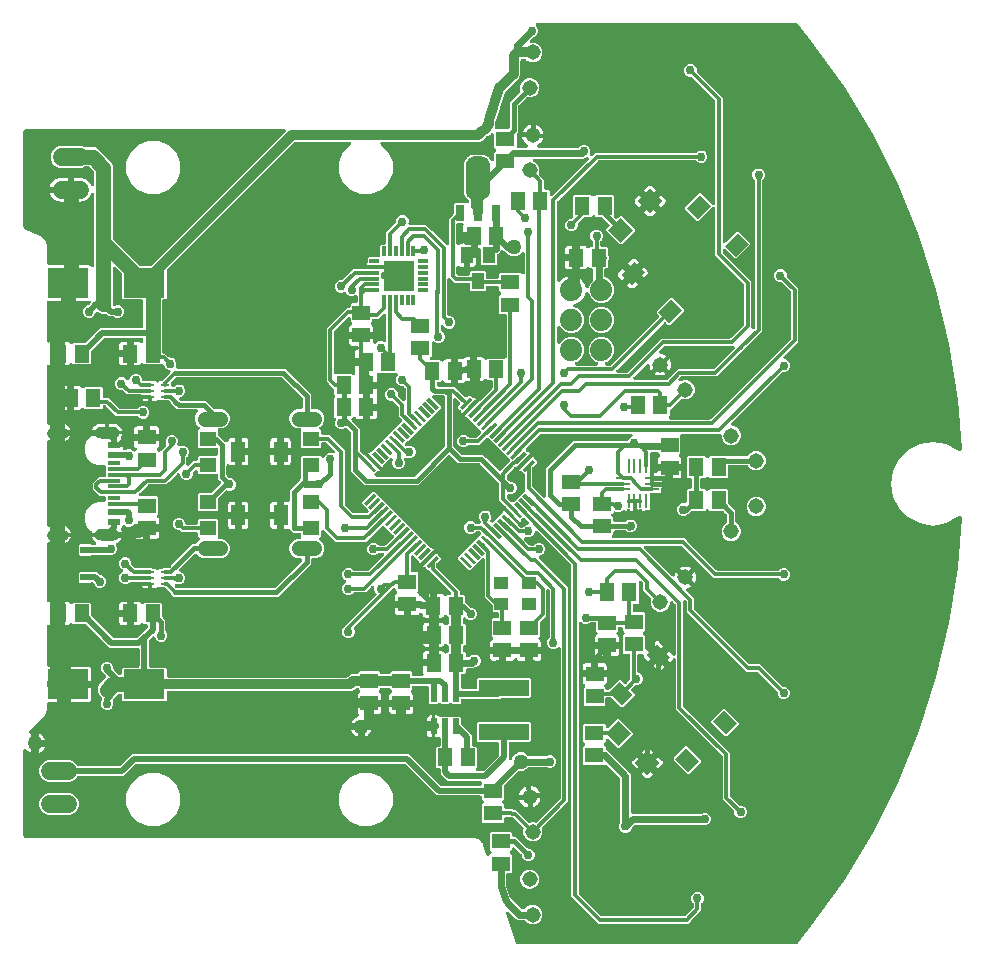
<source format=gbr>
G04 EAGLE Gerber RS-274X export*
G75*
%MOMM*%
%FSLAX34Y34*%
%LPD*%
%INTop Copper*%
%IPPOS*%
%AMOC8*
5,1,8,0,0,1.08239X$1,22.5*%
G01*
%ADD10R,1.300000X1.500000*%
%ADD11R,1.500000X1.300000*%
%ADD12C,1.308000*%
%ADD13R,0.250000X1.250000*%
%ADD14R,1.250000X0.250000*%
%ADD15R,1.200000X1.800000*%
%ADD16R,1.400000X1.200000*%
%ADD17C,1.308000*%
%ADD18R,1.000000X0.300000*%
%ADD19R,1.000000X0.600000*%
%ADD20C,0.908000*%
%ADD21R,1.600000X1.300000*%
%ADD22R,1.300000X1.600000*%
%ADD23R,3.500000X2.500000*%
%ADD24C,1.524000*%
%ADD25R,0.550000X1.350000*%
%ADD26R,4.200000X1.400000*%
%ADD27R,1.000000X1.400000*%
%ADD28R,0.800000X1.400000*%
%ADD29R,0.800000X1.900000*%
%ADD30C,1.270000*%
%ADD31R,1.500000X1.500000*%
%ADD32C,1.879600*%
%ADD33R,0.830000X0.630000*%
%ADD34R,1.200000X1.100000*%
%ADD35R,1.300000X1.550000*%
%ADD36R,1.193800X0.304800*%
%ADD37R,0.800000X0.270000*%
%ADD38R,0.300000X0.850000*%
%ADD39R,0.850000X0.300000*%
%ADD40R,2.550000X2.550000*%
%ADD41C,0.508000*%
%ADD42C,1.270000*%
%ADD43C,0.756400*%
%ADD44C,0.406400*%
%ADD45C,0.812800*%
%ADD46C,0.304800*%
%ADD47C,0.609600*%

G36*
X70895Y359010D02*
X70895Y359010D01*
X70897Y359016D01*
X70301Y359964D01*
X70293Y359967D01*
X70294Y359972D01*
X69502Y360764D01*
X69494Y360765D01*
X69494Y360771D01*
X68546Y361367D01*
X68537Y361366D01*
X68536Y361371D01*
X67479Y361741D01*
X67471Y361739D01*
X67468Y361744D01*
X66356Y361869D01*
X66352Y361867D01*
X66350Y361869D01*
X55350Y361869D01*
X55347Y361867D01*
X55346Y361867D01*
X55345Y361869D01*
X54232Y361744D01*
X54226Y361738D01*
X54221Y361741D01*
X53164Y361371D01*
X53160Y361365D01*
X53154Y361367D01*
X52206Y360771D01*
X52203Y360763D01*
X52198Y360764D01*
X51406Y359972D01*
X51405Y359964D01*
X51399Y359964D01*
X50803Y359016D01*
X50804Y359007D01*
X50799Y359006D01*
X50567Y358343D01*
X47914Y358343D01*
X47992Y358735D01*
X48000Y358836D01*
X48018Y358936D01*
X48014Y359010D01*
X48020Y359083D01*
X48005Y359183D01*
X48000Y359284D01*
X47980Y359355D01*
X47969Y359427D01*
X47931Y359522D01*
X47903Y359619D01*
X47867Y359683D01*
X47841Y359752D01*
X47783Y359835D01*
X47733Y359923D01*
X47669Y359999D01*
X47642Y360038D01*
X47615Y360062D01*
X47575Y360110D01*
X44181Y363503D01*
X42139Y368432D01*
X42139Y373768D01*
X44181Y378697D01*
X47953Y382469D01*
X52882Y384511D01*
X58453Y384511D01*
X58455Y384511D01*
X58604Y384499D01*
X58628Y384502D01*
X58652Y384501D01*
X58800Y384528D01*
X58949Y384550D01*
X58971Y384559D01*
X58995Y384563D01*
X59133Y384623D01*
X59273Y384679D01*
X59292Y384693D01*
X59314Y384702D01*
X59435Y384792D01*
X59559Y384878D01*
X59575Y384896D01*
X59594Y384910D01*
X59691Y385025D01*
X59792Y385137D01*
X59804Y385158D01*
X59819Y385176D01*
X59888Y385310D01*
X59961Y385442D01*
X59967Y385465D01*
X59978Y385486D01*
X60015Y385632D01*
X60056Y385777D01*
X60058Y385806D01*
X60063Y385824D01*
X60063Y385872D01*
X60075Y386021D01*
X60075Y387928D01*
X60072Y387954D01*
X60074Y387979D01*
X60074Y387980D01*
X60052Y388127D01*
X60035Y388274D01*
X60027Y388299D01*
X60023Y388325D01*
X59968Y388463D01*
X59918Y388602D01*
X59904Y388624D01*
X59894Y388649D01*
X59809Y388770D01*
X59729Y388895D01*
X59710Y388913D01*
X59695Y388935D01*
X59585Y389034D01*
X59478Y389137D01*
X59456Y389151D01*
X59436Y389168D01*
X59306Y389240D01*
X59179Y389316D01*
X59154Y389324D01*
X59131Y389337D01*
X58988Y389377D01*
X58847Y389422D01*
X58821Y389424D01*
X58796Y389432D01*
X58552Y389451D01*
X54293Y389451D01*
X48767Y394977D01*
X48767Y400551D01*
X53765Y405549D01*
X58552Y405549D01*
X58578Y405552D01*
X58604Y405550D01*
X58751Y405572D01*
X58898Y405589D01*
X58923Y405597D01*
X58949Y405601D01*
X59087Y405656D01*
X59226Y405706D01*
X59248Y405720D01*
X59273Y405730D01*
X59394Y405815D01*
X59519Y405895D01*
X59537Y405914D01*
X59559Y405929D01*
X59658Y406039D01*
X59761Y406146D01*
X59775Y406168D01*
X59792Y406188D01*
X59864Y406318D01*
X59940Y406445D01*
X59948Y406470D01*
X59961Y406493D01*
X60001Y406636D01*
X60046Y406777D01*
X60048Y406803D01*
X60056Y406828D01*
X60075Y407072D01*
X60075Y413979D01*
X60058Y414129D01*
X60046Y414279D01*
X60038Y414301D01*
X60035Y414325D01*
X59985Y414467D01*
X59938Y414610D01*
X59926Y414631D01*
X59918Y414653D01*
X59836Y414780D01*
X59759Y414909D01*
X59742Y414926D01*
X59729Y414946D01*
X59621Y415051D01*
X59516Y415159D01*
X59496Y415172D01*
X59478Y415188D01*
X59349Y415266D01*
X59222Y415347D01*
X59200Y415355D01*
X59179Y415367D01*
X59036Y415413D01*
X58894Y415463D01*
X58870Y415466D01*
X58847Y415473D01*
X58697Y415485D01*
X58548Y415502D01*
X58524Y415499D01*
X58500Y415501D01*
X58419Y415489D01*
X52882Y415489D01*
X47953Y417531D01*
X44181Y421303D01*
X42139Y426232D01*
X42139Y431568D01*
X44181Y436497D01*
X47575Y439890D01*
X47638Y439970D01*
X47708Y440043D01*
X47746Y440106D01*
X47791Y440163D01*
X47835Y440255D01*
X47887Y440342D01*
X47909Y440412D01*
X47940Y440478D01*
X47962Y440577D01*
X47992Y440674D01*
X47998Y440748D01*
X48014Y440819D01*
X48012Y440920D01*
X48020Y441022D01*
X48008Y441120D01*
X48008Y441168D01*
X47999Y441203D01*
X47992Y441265D01*
X47914Y441657D01*
X50567Y441657D01*
X50799Y440994D01*
X50806Y440990D01*
X50803Y440984D01*
X51399Y440036D01*
X51407Y440033D01*
X51406Y440028D01*
X52198Y439236D01*
X52206Y439235D01*
X52206Y439229D01*
X53154Y438633D01*
X53163Y438634D01*
X53164Y438629D01*
X54221Y438259D01*
X54229Y438261D01*
X54232Y438256D01*
X55345Y438131D01*
X55348Y438133D01*
X55350Y438131D01*
X66350Y438131D01*
X66353Y438133D01*
X66356Y438131D01*
X67468Y438256D01*
X67474Y438262D01*
X67479Y438259D01*
X68536Y438629D01*
X68540Y438636D01*
X68546Y438633D01*
X69494Y439229D01*
X69497Y439237D01*
X69502Y439236D01*
X70294Y440028D01*
X70295Y440036D01*
X70301Y440036D01*
X70897Y440984D01*
X70896Y440993D01*
X70901Y440994D01*
X71133Y441657D01*
X73786Y441657D01*
X73762Y441536D01*
X73649Y440966D01*
X73077Y439584D01*
X72883Y439294D01*
X72859Y439248D01*
X72829Y439207D01*
X72780Y439094D01*
X72724Y438984D01*
X72711Y438934D01*
X72691Y438887D01*
X72669Y438766D01*
X72639Y438646D01*
X72638Y438595D01*
X72629Y438544D01*
X72636Y438421D01*
X72634Y438298D01*
X72644Y438247D01*
X72647Y438196D01*
X72681Y438078D01*
X72707Y437957D01*
X72729Y437911D01*
X72744Y437861D01*
X72804Y437754D01*
X72857Y437642D01*
X72889Y437602D01*
X72914Y437557D01*
X73072Y437371D01*
X73074Y437370D01*
X73074Y437369D01*
X73633Y436810D01*
X73968Y436231D01*
X74141Y435585D01*
X74141Y433773D01*
X70327Y433773D01*
X70297Y433770D01*
X70267Y433772D01*
X70124Y433750D01*
X69981Y433734D01*
X69952Y433723D01*
X69922Y433719D01*
X69789Y433665D01*
X69652Y433616D01*
X69627Y433600D01*
X69599Y433588D01*
X69481Y433505D01*
X69360Y433427D01*
X69339Y433405D01*
X69314Y433388D01*
X69218Y433280D01*
X69117Y433176D01*
X69102Y433150D01*
X69082Y433128D01*
X69013Y433002D01*
X68939Y432877D01*
X68929Y432849D01*
X68915Y432822D01*
X68876Y432683D01*
X68832Y432545D01*
X68830Y432515D01*
X68822Y432486D01*
X68816Y432342D01*
X68804Y432198D01*
X68809Y432168D01*
X68808Y432138D01*
X68835Y431996D01*
X68856Y431853D01*
X68867Y431825D01*
X68873Y431796D01*
X68964Y431569D01*
X68977Y431550D01*
X68985Y431529D01*
X69072Y431404D01*
X69155Y431277D01*
X69171Y431261D01*
X69184Y431243D01*
X69297Y431141D01*
X69407Y431036D01*
X69426Y431024D01*
X69443Y431009D01*
X69576Y430936D01*
X69707Y430859D01*
X69728Y430852D01*
X69748Y430841D01*
X69894Y430800D01*
X70039Y430754D01*
X70062Y430752D01*
X70083Y430746D01*
X70327Y430727D01*
X74141Y430727D01*
X74141Y430088D01*
X74144Y430062D01*
X74142Y430036D01*
X74164Y429889D01*
X74181Y429742D01*
X74189Y429717D01*
X74193Y429691D01*
X74248Y429553D01*
X74298Y429414D01*
X74312Y429392D01*
X74322Y429367D01*
X74407Y429246D01*
X74487Y429121D01*
X74506Y429103D01*
X74521Y429081D01*
X74631Y428982D01*
X74738Y428879D01*
X74760Y428865D01*
X74780Y428848D01*
X74910Y428776D01*
X75037Y428700D01*
X75062Y428692D01*
X75085Y428679D01*
X75228Y428639D01*
X75369Y428594D01*
X75395Y428592D01*
X75420Y428584D01*
X75664Y428565D01*
X76890Y428565D01*
X76892Y428565D01*
X76894Y428565D01*
X77065Y428585D01*
X77236Y428605D01*
X77238Y428605D01*
X77240Y428606D01*
X77473Y428681D01*
X78192Y428979D01*
X80304Y428979D01*
X82254Y428171D01*
X82917Y427508D01*
X82938Y427491D01*
X82955Y427471D01*
X83074Y427384D01*
X83190Y427291D01*
X83214Y427280D01*
X83235Y427264D01*
X83371Y427206D01*
X83505Y427142D01*
X83531Y427137D01*
X83555Y427126D01*
X83701Y427100D01*
X83846Y427069D01*
X83872Y427069D01*
X83898Y427065D01*
X84047Y427072D01*
X84194Y427075D01*
X84220Y427081D01*
X84246Y427082D01*
X84389Y427124D01*
X84532Y427160D01*
X84556Y427172D01*
X84581Y427179D01*
X84710Y427251D01*
X84842Y427319D01*
X84862Y427336D01*
X84885Y427349D01*
X85071Y427508D01*
X85661Y428097D01*
X85693Y428137D01*
X85731Y428172D01*
X85801Y428273D01*
X85878Y428370D01*
X85900Y428417D01*
X85929Y428459D01*
X85974Y428573D01*
X86027Y428686D01*
X86037Y428736D01*
X86056Y428783D01*
X86074Y428905D01*
X86100Y429026D01*
X86099Y429077D01*
X86107Y429128D01*
X86096Y429251D01*
X86094Y429375D01*
X86082Y429424D01*
X86077Y429475D01*
X86039Y429593D01*
X86009Y429713D01*
X85986Y429758D01*
X85970Y429807D01*
X85906Y429912D01*
X85850Y430022D01*
X85816Y430061D01*
X85790Y430105D01*
X85704Y430194D01*
X85624Y430288D01*
X85583Y430318D01*
X85547Y430355D01*
X85346Y430494D01*
X84928Y430735D01*
X84455Y431208D01*
X84120Y431787D01*
X83947Y432433D01*
X83947Y436221D01*
X92964Y436221D01*
X92990Y436224D01*
X93016Y436222D01*
X93163Y436244D01*
X93310Y436261D01*
X93335Y436269D01*
X93361Y436273D01*
X93499Y436328D01*
X93638Y436378D01*
X93660Y436392D01*
X93685Y436402D01*
X93806Y436487D01*
X93931Y436567D01*
X93949Y436586D01*
X93971Y436601D01*
X94070Y436711D01*
X94173Y436818D01*
X94187Y436840D01*
X94204Y436860D01*
X94276Y436990D01*
X94352Y437117D01*
X94360Y437142D01*
X94373Y437165D01*
X94413Y437308D01*
X94458Y437449D01*
X94460Y437475D01*
X94468Y437500D01*
X94487Y437744D01*
X94487Y439269D01*
X94489Y439269D01*
X94489Y437744D01*
X94492Y437718D01*
X94490Y437692D01*
X94512Y437545D01*
X94529Y437398D01*
X94538Y437373D01*
X94541Y437347D01*
X94596Y437209D01*
X94646Y437070D01*
X94660Y437048D01*
X94670Y437023D01*
X94755Y436902D01*
X94835Y436777D01*
X94854Y436759D01*
X94869Y436737D01*
X94979Y436638D01*
X95086Y436535D01*
X95108Y436521D01*
X95128Y436504D01*
X95258Y436432D01*
X95385Y436356D01*
X95410Y436348D01*
X95433Y436335D01*
X95576Y436295D01*
X95717Y436250D01*
X95743Y436248D01*
X95768Y436240D01*
X96012Y436221D01*
X105029Y436221D01*
X105029Y432433D01*
X104856Y431787D01*
X104521Y431208D01*
X104048Y430735D01*
X103630Y430494D01*
X103589Y430463D01*
X103544Y430440D01*
X103450Y430360D01*
X103350Y430286D01*
X103317Y430247D01*
X103279Y430214D01*
X103205Y430115D01*
X103125Y430020D01*
X103102Y429975D01*
X103071Y429934D01*
X103022Y429820D01*
X102966Y429710D01*
X102954Y429661D01*
X102933Y429614D01*
X102912Y429492D01*
X102882Y429372D01*
X102881Y429321D01*
X102872Y429271D01*
X102878Y429147D01*
X102876Y429024D01*
X102887Y428974D01*
X102890Y428923D01*
X102924Y428804D01*
X102950Y428683D01*
X102972Y428637D01*
X102986Y428588D01*
X103047Y428480D01*
X103100Y428368D01*
X103131Y428328D01*
X103156Y428284D01*
X103315Y428097D01*
X104079Y427333D01*
X104157Y427271D01*
X104230Y427201D01*
X104294Y427163D01*
X104352Y427117D01*
X104443Y427074D01*
X104529Y427022D01*
X104600Y427000D01*
X104667Y426968D01*
X104765Y426947D01*
X104861Y426916D01*
X104935Y426910D01*
X105008Y426894D01*
X105108Y426896D01*
X105208Y426888D01*
X105282Y426899D01*
X105356Y426900D01*
X105453Y426925D01*
X105553Y426940D01*
X105622Y426967D01*
X105694Y426985D01*
X105784Y427031D01*
X105877Y427069D01*
X105938Y427111D01*
X106004Y427145D01*
X106081Y427210D01*
X106163Y427267D01*
X106213Y427323D01*
X106269Y427371D01*
X106329Y427452D01*
X106396Y427526D01*
X106432Y427591D01*
X106477Y427651D01*
X106516Y427743D01*
X106565Y427831D01*
X106580Y427883D01*
X110673Y431976D01*
X110720Y432036D01*
X110775Y432089D01*
X110828Y432172D01*
X110889Y432249D01*
X110922Y432318D01*
X110963Y432383D01*
X110996Y432475D01*
X111038Y432564D01*
X111054Y432639D01*
X111080Y432711D01*
X111091Y432809D01*
X111112Y432905D01*
X111110Y432981D01*
X111119Y433057D01*
X111107Y433155D01*
X111106Y433253D01*
X111087Y433328D01*
X111078Y433403D01*
X111032Y433545D01*
X111021Y433591D01*
X111012Y433609D01*
X111003Y433636D01*
X110517Y434808D01*
X110517Y436920D01*
X111325Y438870D01*
X112818Y440363D01*
X114768Y441171D01*
X116880Y441171D01*
X118830Y440363D01*
X120323Y438870D01*
X121131Y436920D01*
X121131Y434808D01*
X120571Y433457D01*
X120544Y433361D01*
X120507Y433267D01*
X120496Y433194D01*
X120475Y433122D01*
X120470Y433022D01*
X120456Y432922D01*
X120462Y432848D01*
X120458Y432774D01*
X120476Y432675D01*
X120485Y432575D01*
X120508Y432504D01*
X120521Y432431D01*
X120561Y432339D01*
X120592Y432244D01*
X120630Y432180D01*
X120660Y432112D01*
X120720Y432031D01*
X120772Y431945D01*
X120823Y431892D01*
X120868Y431832D01*
X120944Y431767D01*
X121014Y431695D01*
X121077Y431655D01*
X121134Y431607D01*
X121223Y431561D01*
X121308Y431507D01*
X121378Y431482D01*
X121444Y431448D01*
X121541Y431424D01*
X121636Y431390D01*
X121710Y431382D01*
X121782Y431364D01*
X121883Y431362D01*
X121982Y431351D01*
X122056Y431360D01*
X122131Y431359D01*
X122229Y431380D01*
X122329Y431392D01*
X122424Y431423D01*
X122471Y431433D01*
X122503Y431448D01*
X122561Y431467D01*
X123912Y432027D01*
X126024Y432027D01*
X127974Y431219D01*
X129467Y429726D01*
X130275Y427776D01*
X130275Y425664D01*
X129467Y423714D01*
X128463Y422710D01*
X128384Y422611D01*
X128300Y422517D01*
X128276Y422475D01*
X128246Y422437D01*
X128192Y422323D01*
X128131Y422212D01*
X128118Y422166D01*
X128097Y422122D01*
X128071Y421999D01*
X128036Y421877D01*
X128031Y421816D01*
X128024Y421781D01*
X128025Y421733D01*
X128017Y421633D01*
X128017Y416422D01*
X128028Y416322D01*
X128030Y416222D01*
X128048Y416149D01*
X128057Y416076D01*
X128090Y415981D01*
X128115Y415884D01*
X128149Y415817D01*
X128174Y415747D01*
X128229Y415663D01*
X128275Y415574D01*
X128323Y415517D01*
X128363Y415455D01*
X128435Y415385D01*
X128500Y415308D01*
X128560Y415264D01*
X128614Y415212D01*
X128700Y415161D01*
X128781Y415101D01*
X128849Y415072D01*
X128913Y415034D01*
X129009Y415003D01*
X129101Y414963D01*
X129174Y414950D01*
X129245Y414927D01*
X129345Y414919D01*
X129444Y414902D01*
X129518Y414905D01*
X129592Y414899D01*
X129692Y414914D01*
X129792Y414919D01*
X129863Y414940D01*
X129937Y414951D01*
X130030Y414988D01*
X130127Y415016D01*
X130192Y415052D01*
X130261Y415080D01*
X130343Y415137D01*
X130431Y415186D01*
X130507Y415251D01*
X130547Y415279D01*
X130571Y415305D01*
X130617Y415345D01*
X134273Y419001D01*
X136096Y419001D01*
X136122Y419004D01*
X136148Y419002D01*
X136295Y419024D01*
X136442Y419041D01*
X136467Y419049D01*
X136493Y419053D01*
X136631Y419108D01*
X136770Y419158D01*
X136792Y419172D01*
X136817Y419182D01*
X136938Y419267D01*
X137063Y419347D01*
X137081Y419366D01*
X137103Y419381D01*
X137202Y419491D01*
X137305Y419598D01*
X137319Y419620D01*
X137336Y419640D01*
X137408Y419770D01*
X137484Y419897D01*
X137492Y419922D01*
X137505Y419945D01*
X137545Y420088D01*
X137590Y420229D01*
X137592Y420255D01*
X137600Y420280D01*
X137619Y420524D01*
X137619Y422584D01*
X138512Y423477D01*
X153416Y423477D01*
X153442Y423480D01*
X153468Y423478D01*
X153615Y423500D01*
X153762Y423517D01*
X153787Y423525D01*
X153813Y423529D01*
X153951Y423584D01*
X154090Y423634D01*
X154112Y423648D01*
X154137Y423658D01*
X154258Y423743D01*
X154383Y423823D01*
X154401Y423842D01*
X154423Y423857D01*
X154522Y423967D01*
X154625Y424074D01*
X154639Y424096D01*
X154656Y424116D01*
X154728Y424246D01*
X154804Y424373D01*
X154812Y424398D01*
X154825Y424421D01*
X154865Y424564D01*
X154910Y424705D01*
X154912Y424731D01*
X154920Y424756D01*
X154939Y425000D01*
X154939Y428904D01*
X154936Y428930D01*
X154938Y428956D01*
X154916Y429103D01*
X154899Y429250D01*
X154891Y429275D01*
X154887Y429301D01*
X154832Y429439D01*
X154782Y429578D01*
X154768Y429600D01*
X154758Y429625D01*
X154673Y429746D01*
X154593Y429871D01*
X154574Y429889D01*
X154559Y429911D01*
X154449Y430010D01*
X154342Y430113D01*
X154320Y430127D01*
X154300Y430144D01*
X154170Y430216D01*
X154043Y430292D01*
X154018Y430300D01*
X153995Y430313D01*
X153852Y430353D01*
X153711Y430398D01*
X153685Y430400D01*
X153660Y430408D01*
X153416Y430427D01*
X138512Y430427D01*
X137619Y431320D01*
X137619Y444584D01*
X138843Y445807D01*
X138868Y445823D01*
X138938Y445895D01*
X139014Y445960D01*
X139058Y446020D01*
X139110Y446074D01*
X139161Y446160D01*
X139221Y446241D01*
X139251Y446309D01*
X139289Y446373D01*
X139319Y446469D01*
X139359Y446561D01*
X139372Y446634D01*
X139395Y446705D01*
X139403Y446805D01*
X139421Y446904D01*
X139417Y446978D01*
X139423Y447052D01*
X139408Y447152D01*
X139403Y447252D01*
X139382Y447323D01*
X139371Y447397D01*
X139334Y447490D01*
X139306Y447587D01*
X139270Y447652D01*
X139243Y447721D01*
X139185Y447803D01*
X139136Y447891D01*
X139071Y447967D01*
X139044Y448007D01*
X139017Y448031D01*
X138978Y448077D01*
X136623Y450432D01*
X135395Y453396D01*
X135395Y456604D01*
X136623Y459568D01*
X137242Y460187D01*
X137304Y460266D01*
X137374Y460338D01*
X137412Y460402D01*
X137458Y460460D01*
X137501Y460551D01*
X137553Y460637D01*
X137575Y460708D01*
X137607Y460775D01*
X137628Y460873D01*
X137659Y460969D01*
X137665Y461043D01*
X137681Y461116D01*
X137679Y461216D01*
X137687Y461316D01*
X137676Y461390D01*
X137675Y461464D01*
X137650Y461561D01*
X137635Y461661D01*
X137608Y461730D01*
X137590Y461802D01*
X137544Y461891D01*
X137507Y461985D01*
X137464Y462046D01*
X137430Y462112D01*
X137365Y462189D01*
X137308Y462271D01*
X137252Y462321D01*
X137204Y462377D01*
X137123Y462437D01*
X137049Y462504D01*
X136984Y462540D01*
X136924Y462585D01*
X136832Y462624D01*
X136744Y462673D01*
X136672Y462693D01*
X136604Y462723D01*
X136505Y462740D01*
X136408Y462768D01*
X136308Y462776D01*
X136261Y462784D01*
X136225Y462782D01*
X136165Y462787D01*
X120447Y462787D01*
X115315Y467919D01*
X115315Y468006D01*
X115301Y468132D01*
X115294Y468258D01*
X115281Y468304D01*
X115275Y468352D01*
X115233Y468471D01*
X115198Y468593D01*
X115174Y468635D01*
X115158Y468681D01*
X115089Y468787D01*
X115028Y468897D01*
X114988Y468943D01*
X114969Y468973D01*
X114934Y469007D01*
X114869Y469083D01*
X113911Y470041D01*
X113812Y470120D01*
X113718Y470204D01*
X113676Y470228D01*
X113638Y470258D01*
X113524Y470312D01*
X113413Y470373D01*
X113367Y470386D01*
X113323Y470407D01*
X113200Y470433D01*
X113078Y470468D01*
X113017Y470473D01*
X112982Y470480D01*
X112934Y470479D01*
X112834Y470487D01*
X108501Y470487D01*
X108393Y470547D01*
X108347Y470560D01*
X108303Y470581D01*
X108180Y470607D01*
X108058Y470642D01*
X107997Y470647D01*
X107962Y470654D01*
X107914Y470653D01*
X107814Y470661D01*
X105204Y470661D01*
X105155Y470701D01*
X105131Y470712D01*
X105110Y470728D01*
X104973Y470787D01*
X104839Y470850D01*
X104814Y470855D01*
X104790Y470866D01*
X104643Y470892D01*
X104499Y470923D01*
X104473Y470923D01*
X104447Y470927D01*
X104299Y470920D01*
X104150Y470917D01*
X104125Y470911D01*
X104099Y470909D01*
X103956Y470868D01*
X103812Y470832D01*
X103789Y470820D01*
X103764Y470813D01*
X103635Y470741D01*
X103503Y470673D01*
X103482Y470655D01*
X103460Y470643D01*
X103273Y470484D01*
X102942Y470153D01*
X102363Y469818D01*
X101717Y469645D01*
X98905Y469645D01*
X98905Y473536D01*
X98902Y473562D01*
X98904Y473588D01*
X98882Y473735D01*
X98866Y473882D01*
X98857Y473907D01*
X98853Y473933D01*
X98798Y474070D01*
X98748Y474210D01*
X98734Y474232D01*
X98724Y474256D01*
X98640Y474378D01*
X98559Y474503D01*
X98540Y474521D01*
X98525Y474543D01*
X98415Y474642D01*
X98308Y474745D01*
X98285Y474759D01*
X98266Y474776D01*
X98136Y474848D01*
X98009Y474924D01*
X97984Y474932D01*
X97961Y474945D01*
X97818Y474985D01*
X97677Y475031D01*
X97651Y475033D01*
X97625Y475040D01*
X97382Y475059D01*
X90363Y475059D01*
X90351Y475070D01*
X90244Y475173D01*
X90222Y475187D01*
X90202Y475204D01*
X90072Y475276D01*
X89945Y475352D01*
X89920Y475360D01*
X89897Y475373D01*
X89754Y475413D01*
X89613Y475458D01*
X89587Y475460D01*
X89562Y475468D01*
X89318Y475487D01*
X77985Y475487D01*
X74593Y478879D01*
X74494Y478958D01*
X74400Y479042D01*
X74358Y479066D01*
X74320Y479096D01*
X74206Y479150D01*
X74095Y479211D01*
X74049Y479224D01*
X74005Y479245D01*
X73882Y479271D01*
X73760Y479306D01*
X73699Y479311D01*
X73664Y479318D01*
X73616Y479317D01*
X73516Y479325D01*
X72096Y479325D01*
X70146Y480133D01*
X68653Y481626D01*
X67845Y483576D01*
X67845Y485688D01*
X68653Y487638D01*
X70146Y489131D01*
X72096Y489939D01*
X74208Y489939D01*
X76158Y489131D01*
X77437Y487852D01*
X77516Y487789D01*
X77588Y487720D01*
X77652Y487681D01*
X77710Y487635D01*
X77801Y487592D01*
X77887Y487541D01*
X77958Y487518D01*
X78025Y487486D01*
X78123Y487465D01*
X78219Y487435D01*
X78293Y487429D01*
X78366Y487413D01*
X78466Y487415D01*
X78566Y487407D01*
X78640Y487418D01*
X78714Y487419D01*
X78811Y487443D01*
X78911Y487458D01*
X78980Y487486D01*
X79052Y487504D01*
X79141Y487550D01*
X79235Y487587D01*
X79296Y487630D01*
X79362Y487664D01*
X79438Y487729D01*
X79521Y487786D01*
X79571Y487841D01*
X79627Y487889D01*
X79687Y487970D01*
X79754Y488045D01*
X79790Y488110D01*
X79835Y488170D01*
X79874Y488262D01*
X79923Y488350D01*
X79943Y488421D01*
X79973Y488490D01*
X79990Y488588D01*
X80018Y488685D01*
X80018Y488689D01*
X80845Y490686D01*
X82338Y492179D01*
X84288Y492987D01*
X86400Y492987D01*
X88350Y492179D01*
X89843Y490686D01*
X90651Y488736D01*
X90651Y488108D01*
X90654Y488082D01*
X90652Y488056D01*
X90674Y487909D01*
X90691Y487762D01*
X90699Y487737D01*
X90703Y487711D01*
X90758Y487573D01*
X90808Y487434D01*
X90822Y487412D01*
X90832Y487387D01*
X90917Y487266D01*
X90997Y487141D01*
X91016Y487123D01*
X91031Y487101D01*
X91141Y487002D01*
X91248Y486899D01*
X91270Y486885D01*
X91290Y486868D01*
X91420Y486796D01*
X91547Y486720D01*
X91572Y486712D01*
X91595Y486699D01*
X91738Y486659D01*
X91879Y486614D01*
X91905Y486612D01*
X91930Y486604D01*
X92174Y486585D01*
X98763Y486585D01*
X98871Y486525D01*
X98917Y486512D01*
X98961Y486491D01*
X99084Y486465D01*
X99206Y486430D01*
X99267Y486425D01*
X99301Y486418D01*
X99350Y486419D01*
X99450Y486411D01*
X102014Y486411D01*
X102555Y485869D01*
X102575Y485853D01*
X102592Y485833D01*
X102711Y485745D01*
X102828Y485653D01*
X102852Y485642D01*
X102873Y485626D01*
X103009Y485567D01*
X103143Y485504D01*
X103169Y485498D01*
X103193Y485488D01*
X103339Y485462D01*
X103484Y485430D01*
X103510Y485431D01*
X103536Y485426D01*
X103684Y485434D01*
X103832Y485436D01*
X103858Y485443D01*
X103884Y485444D01*
X104026Y485485D01*
X104170Y485521D01*
X104193Y485533D01*
X104219Y485541D01*
X104348Y485613D01*
X104480Y485681D01*
X104500Y485698D01*
X104523Y485711D01*
X104709Y485869D01*
X105250Y486411D01*
X106564Y486411D01*
X106690Y486425D01*
X106816Y486432D01*
X106862Y486445D01*
X106910Y486451D01*
X107029Y486493D01*
X107151Y486528D01*
X107193Y486552D01*
X107239Y486568D01*
X107345Y486637D01*
X107455Y486698D01*
X107501Y486738D01*
X107531Y486757D01*
X107565Y486792D01*
X107641Y486857D01*
X109065Y488281D01*
X114273Y493489D01*
X114336Y493567D01*
X114406Y493640D01*
X114444Y493704D01*
X114490Y493762D01*
X114533Y493853D01*
X114584Y493939D01*
X114607Y494010D01*
X114639Y494077D01*
X114660Y494175D01*
X114691Y494271D01*
X114697Y494345D01*
X114712Y494418D01*
X114711Y494518D01*
X114719Y494618D01*
X114708Y494692D01*
X114706Y494766D01*
X114682Y494863D01*
X114667Y494963D01*
X114639Y495032D01*
X114621Y495104D01*
X114575Y495194D01*
X114538Y495287D01*
X114496Y495348D01*
X114462Y495414D01*
X114396Y495491D01*
X114339Y495573D01*
X114284Y495623D01*
X114236Y495679D01*
X114155Y495739D01*
X114080Y495806D01*
X114015Y495842D01*
X113956Y495887D01*
X113863Y495926D01*
X113775Y495975D01*
X113704Y495995D01*
X113636Y496025D01*
X113537Y496042D01*
X113440Y496070D01*
X113340Y496078D01*
X113293Y496086D01*
X113257Y496084D01*
X113256Y496084D01*
X111294Y496897D01*
X109801Y498390D01*
X108988Y500353D01*
X108915Y500484D01*
X108846Y500618D01*
X108830Y500637D01*
X108819Y500658D01*
X108718Y500769D01*
X108620Y500884D01*
X108601Y500898D01*
X108585Y500916D01*
X108461Y501001D01*
X108340Y501091D01*
X108318Y501100D01*
X108298Y501114D01*
X108158Y501169D01*
X108020Y501229D01*
X107996Y501233D01*
X107974Y501242D01*
X107825Y501264D01*
X107677Y501290D01*
X107653Y501289D01*
X107629Y501293D01*
X107479Y501280D01*
X107329Y501273D01*
X107306Y501266D01*
X107282Y501264D01*
X107138Y501218D01*
X106994Y501176D01*
X106973Y501164D01*
X106950Y501157D01*
X106821Y501079D01*
X106690Y501006D01*
X106668Y500987D01*
X106651Y500977D01*
X106649Y500975D01*
X92368Y500975D01*
X91671Y501673D01*
X91630Y501705D01*
X91596Y501743D01*
X91495Y501813D01*
X91398Y501890D01*
X91351Y501912D01*
X91309Y501941D01*
X91194Y501986D01*
X91082Y502039D01*
X91033Y502049D01*
X90985Y502068D01*
X90863Y502086D01*
X90742Y502112D01*
X90691Y502111D01*
X90640Y502119D01*
X90517Y502108D01*
X90393Y502106D01*
X90344Y502094D01*
X90293Y502089D01*
X90175Y502051D01*
X90055Y502021D01*
X90010Y501998D01*
X89961Y501982D01*
X89855Y501918D01*
X89746Y501861D01*
X89707Y501828D01*
X89663Y501802D01*
X89574Y501716D01*
X89480Y501636D01*
X89450Y501595D01*
X89413Y501559D01*
X89274Y501358D01*
X89033Y500940D01*
X88560Y500467D01*
X87981Y500132D01*
X87335Y499959D01*
X83547Y499959D01*
X83547Y508476D01*
X83544Y508502D01*
X83546Y508528D01*
X83524Y508675D01*
X83507Y508822D01*
X83498Y508847D01*
X83495Y508873D01*
X83440Y509011D01*
X83390Y509150D01*
X83376Y509172D01*
X83366Y509197D01*
X83281Y509318D01*
X83201Y509443D01*
X83182Y509461D01*
X83167Y509483D01*
X83057Y509582D01*
X82950Y509685D01*
X82928Y509699D01*
X82908Y509716D01*
X82778Y509788D01*
X82651Y509864D01*
X82626Y509872D01*
X82603Y509885D01*
X82460Y509925D01*
X82319Y509970D01*
X82293Y509972D01*
X82268Y509980D01*
X82024Y509999D01*
X80499Y509999D01*
X80499Y510001D01*
X82024Y510001D01*
X82050Y510004D01*
X82076Y510002D01*
X82223Y510024D01*
X82370Y510041D01*
X82395Y510050D01*
X82421Y510053D01*
X82559Y510108D01*
X82698Y510158D01*
X82720Y510172D01*
X82745Y510182D01*
X82866Y510267D01*
X82991Y510347D01*
X83009Y510366D01*
X83031Y510381D01*
X83130Y510491D01*
X83233Y510598D01*
X83247Y510620D01*
X83264Y510640D01*
X83336Y510770D01*
X83412Y510897D01*
X83420Y510922D01*
X83433Y510945D01*
X83473Y511088D01*
X83518Y511229D01*
X83520Y511255D01*
X83528Y511280D01*
X83547Y511524D01*
X83547Y520041D01*
X87335Y520041D01*
X87981Y519868D01*
X88560Y519533D01*
X89025Y519068D01*
X89103Y519006D01*
X89176Y518936D01*
X89240Y518898D01*
X89298Y518852D01*
X89389Y518809D01*
X89475Y518757D01*
X89546Y518735D01*
X89613Y518703D01*
X89711Y518682D01*
X89807Y518651D01*
X89881Y518645D01*
X89954Y518629D01*
X90054Y518631D01*
X90154Y518623D01*
X90228Y518634D01*
X90302Y518635D01*
X90399Y518660D01*
X90499Y518675D01*
X90568Y518702D01*
X90640Y518720D01*
X90729Y518766D01*
X90823Y518803D01*
X90884Y518846D01*
X90950Y518880D01*
X91027Y518945D01*
X91109Y519002D01*
X91159Y519057D01*
X91215Y519106D01*
X91275Y519187D01*
X91342Y519261D01*
X91378Y519326D01*
X91423Y519386D01*
X91462Y519478D01*
X91511Y519566D01*
X91531Y519638D01*
X91561Y519706D01*
X91578Y519805D01*
X91606Y519902D01*
X91614Y520002D01*
X91622Y520049D01*
X91620Y520085D01*
X91625Y520145D01*
X91625Y521716D01*
X91622Y521742D01*
X91624Y521768D01*
X91602Y521915D01*
X91585Y522062D01*
X91577Y522087D01*
X91573Y522113D01*
X91518Y522251D01*
X91468Y522390D01*
X91454Y522412D01*
X91444Y522437D01*
X91359Y522558D01*
X91279Y522683D01*
X91260Y522701D01*
X91245Y522723D01*
X91135Y522822D01*
X91028Y522925D01*
X91006Y522939D01*
X90986Y522956D01*
X90856Y523028D01*
X90729Y523104D01*
X90704Y523112D01*
X90681Y523125D01*
X90538Y523165D01*
X90397Y523210D01*
X90371Y523212D01*
X90346Y523220D01*
X90102Y523239D01*
X59119Y523239D01*
X58993Y523225D01*
X58867Y523218D01*
X58820Y523205D01*
X58772Y523199D01*
X58653Y523157D01*
X58532Y523122D01*
X58490Y523098D01*
X58444Y523082D01*
X58338Y523013D01*
X58228Y522952D01*
X58182Y522912D01*
X58152Y522893D01*
X58118Y522858D01*
X58042Y522793D01*
X47971Y512722D01*
X47892Y512623D01*
X47808Y512530D01*
X47784Y512487D01*
X47754Y512449D01*
X47700Y512335D01*
X47639Y512225D01*
X47626Y512178D01*
X47605Y512134D01*
X47579Y512011D01*
X47544Y511889D01*
X47539Y511828D01*
X47532Y511794D01*
X47533Y511746D01*
X47525Y511645D01*
X47525Y501868D01*
X46632Y500975D01*
X32368Y500975D01*
X31671Y501673D01*
X31630Y501705D01*
X31596Y501743D01*
X31495Y501813D01*
X31398Y501890D01*
X31351Y501912D01*
X31309Y501941D01*
X31194Y501986D01*
X31082Y502039D01*
X31033Y502049D01*
X30985Y502068D01*
X30863Y502086D01*
X30742Y502112D01*
X30691Y502111D01*
X30640Y502119D01*
X30517Y502108D01*
X30393Y502106D01*
X30344Y502094D01*
X30293Y502089D01*
X30175Y502051D01*
X30055Y502021D01*
X30010Y501998D01*
X29961Y501982D01*
X29855Y501918D01*
X29746Y501861D01*
X29707Y501828D01*
X29663Y501802D01*
X29574Y501716D01*
X29480Y501636D01*
X29450Y501595D01*
X29413Y501559D01*
X29274Y501358D01*
X29033Y500940D01*
X28560Y500467D01*
X27981Y500132D01*
X27335Y499959D01*
X23547Y499959D01*
X23547Y508476D01*
X23544Y508502D01*
X23546Y508528D01*
X23524Y508675D01*
X23507Y508822D01*
X23498Y508847D01*
X23495Y508873D01*
X23440Y509011D01*
X23390Y509150D01*
X23376Y509172D01*
X23366Y509197D01*
X23281Y509318D01*
X23201Y509443D01*
X23182Y509461D01*
X23167Y509483D01*
X23057Y509582D01*
X22950Y509685D01*
X22928Y509699D01*
X22908Y509716D01*
X22778Y509788D01*
X22651Y509864D01*
X22626Y509872D01*
X22603Y509885D01*
X22460Y509925D01*
X22319Y509970D01*
X22293Y509972D01*
X22268Y509980D01*
X22024Y509999D01*
X18976Y509999D01*
X18950Y509996D01*
X18924Y509998D01*
X18777Y509976D01*
X18630Y509959D01*
X18605Y509950D01*
X18579Y509947D01*
X18441Y509892D01*
X18302Y509842D01*
X18280Y509828D01*
X18255Y509818D01*
X18134Y509733D01*
X18009Y509653D01*
X17991Y509634D01*
X17969Y509619D01*
X17870Y509509D01*
X17767Y509402D01*
X17753Y509380D01*
X17736Y509360D01*
X17664Y509230D01*
X17588Y509103D01*
X17580Y509078D01*
X17567Y509055D01*
X17527Y508912D01*
X17482Y508771D01*
X17480Y508745D01*
X17472Y508720D01*
X17453Y508476D01*
X17453Y499959D01*
X13665Y499959D01*
X13019Y500132D01*
X12446Y500464D01*
X12376Y500494D01*
X12311Y500533D01*
X12217Y500563D01*
X12126Y500602D01*
X12051Y500616D01*
X11979Y500639D01*
X11881Y500647D01*
X11783Y500665D01*
X11707Y500661D01*
X11632Y500667D01*
X11534Y500652D01*
X11435Y500647D01*
X11362Y500626D01*
X11287Y500615D01*
X11195Y500579D01*
X11100Y500551D01*
X11034Y500514D01*
X10963Y500486D01*
X10882Y500430D01*
X10795Y500382D01*
X10739Y500331D01*
X10677Y500287D01*
X10611Y500214D01*
X10537Y500147D01*
X10494Y500085D01*
X10444Y500029D01*
X10396Y499942D01*
X10340Y499860D01*
X10312Y499790D01*
X10275Y499724D01*
X10248Y499628D01*
X10212Y499536D01*
X10201Y499461D01*
X10180Y499388D01*
X10168Y499238D01*
X10161Y499191D01*
X10163Y499173D01*
X10161Y499144D01*
X10161Y451322D01*
X10178Y451173D01*
X10190Y451023D01*
X10198Y451000D01*
X10201Y450976D01*
X10251Y450835D01*
X10298Y450691D01*
X10310Y450671D01*
X10318Y450648D01*
X10399Y450522D01*
X10477Y450393D01*
X10494Y450375D01*
X10507Y450355D01*
X10615Y450251D01*
X10720Y450143D01*
X10740Y450130D01*
X10758Y450113D01*
X10887Y450036D01*
X11013Y449955D01*
X11036Y449947D01*
X11057Y449934D01*
X11200Y449888D01*
X11342Y449838D01*
X11366Y449835D01*
X11389Y449828D01*
X11539Y449816D01*
X11688Y449799D01*
X11712Y449802D01*
X11736Y449800D01*
X11885Y449822D01*
X12034Y449840D01*
X12062Y449849D01*
X12081Y449852D01*
X12125Y449869D01*
X12267Y449915D01*
X12445Y449989D01*
X12696Y450039D01*
X12720Y450046D01*
X12745Y450049D01*
X12747Y450050D01*
X12749Y450050D01*
X12982Y450125D01*
X13836Y450479D01*
X15302Y450771D01*
X17527Y450771D01*
X17527Y448229D01*
X16050Y448229D01*
X16047Y448227D01*
X16046Y448227D01*
X16045Y448229D01*
X14932Y448104D01*
X14926Y448098D01*
X14921Y448101D01*
X13864Y447731D01*
X13860Y447725D01*
X13854Y447727D01*
X12906Y447131D01*
X12903Y447123D01*
X12898Y447124D01*
X12106Y446332D01*
X12105Y446324D01*
X12099Y446324D01*
X11503Y445376D01*
X11504Y445367D01*
X11499Y445366D01*
X11129Y444309D01*
X11131Y444303D01*
X11127Y444300D01*
X11128Y444299D01*
X11126Y444298D01*
X11001Y443186D01*
X11005Y443178D01*
X11001Y443175D01*
X11126Y442062D01*
X11132Y442056D01*
X11129Y442051D01*
X11499Y440994D01*
X11506Y440990D01*
X11503Y440984D01*
X12099Y440036D01*
X12107Y440033D01*
X12106Y440028D01*
X12898Y439236D01*
X12906Y439235D01*
X12906Y439229D01*
X13854Y438633D01*
X13863Y438634D01*
X13864Y438629D01*
X14921Y438259D01*
X14929Y438261D01*
X14932Y438256D01*
X16045Y438131D01*
X16048Y438133D01*
X16050Y438131D01*
X17527Y438131D01*
X17527Y435589D01*
X15302Y435589D01*
X13836Y435881D01*
X12982Y436235D01*
X12956Y436242D01*
X12931Y436255D01*
X12905Y436262D01*
X12888Y436270D01*
X12842Y436280D01*
X12696Y436321D01*
X12445Y436371D01*
X12267Y436445D01*
X12123Y436486D01*
X11979Y436532D01*
X11955Y436534D01*
X11932Y436541D01*
X11782Y436548D01*
X11632Y436560D01*
X11608Y436556D01*
X11584Y436558D01*
X11436Y436531D01*
X11287Y436508D01*
X11265Y436499D01*
X11241Y436495D01*
X11103Y436435D01*
X10963Y436380D01*
X10943Y436366D01*
X10921Y436356D01*
X10800Y436266D01*
X10677Y436181D01*
X10661Y436163D01*
X10642Y436148D01*
X10544Y436034D01*
X10444Y435922D01*
X10432Y435901D01*
X10416Y435882D01*
X10348Y435749D01*
X10275Y435617D01*
X10269Y435594D01*
X10258Y435572D01*
X10221Y435426D01*
X10180Y435281D01*
X10178Y435252D01*
X10173Y435234D01*
X10173Y435187D01*
X10161Y435038D01*
X10161Y364962D01*
X10178Y364813D01*
X10190Y364663D01*
X10198Y364640D01*
X10201Y364616D01*
X10251Y364474D01*
X10298Y364331D01*
X10310Y364311D01*
X10318Y364288D01*
X10399Y364162D01*
X10477Y364033D01*
X10494Y364015D01*
X10507Y363995D01*
X10615Y363891D01*
X10720Y363783D01*
X10740Y363770D01*
X10758Y363753D01*
X10887Y363676D01*
X11013Y363595D01*
X11036Y363587D01*
X11057Y363574D01*
X11200Y363528D01*
X11342Y363478D01*
X11366Y363475D01*
X11389Y363468D01*
X11539Y363456D01*
X11688Y363439D01*
X11712Y363442D01*
X11736Y363440D01*
X11885Y363462D01*
X12034Y363480D01*
X12062Y363489D01*
X12081Y363492D01*
X12125Y363509D01*
X12267Y363555D01*
X12444Y363629D01*
X12696Y363679D01*
X12722Y363687D01*
X12749Y363690D01*
X12982Y363765D01*
X13836Y364119D01*
X15302Y364411D01*
X17527Y364411D01*
X17527Y361869D01*
X16050Y361869D01*
X16047Y361867D01*
X16046Y361867D01*
X16045Y361869D01*
X14932Y361744D01*
X14926Y361738D01*
X14921Y361741D01*
X13864Y361371D01*
X13860Y361365D01*
X13854Y361367D01*
X12906Y360771D01*
X12903Y360763D01*
X12898Y360764D01*
X12106Y359972D01*
X12105Y359964D01*
X12099Y359964D01*
X11503Y359016D01*
X11504Y359007D01*
X11499Y359006D01*
X11129Y357949D01*
X11131Y357943D01*
X11127Y357940D01*
X11128Y357939D01*
X11126Y357938D01*
X11001Y356826D01*
X11005Y356818D01*
X11001Y356815D01*
X11126Y355702D01*
X11132Y355696D01*
X11129Y355691D01*
X11499Y354634D01*
X11506Y354630D01*
X11503Y354624D01*
X12099Y353676D01*
X12107Y353673D01*
X12106Y353668D01*
X12898Y352876D01*
X12906Y352875D01*
X12906Y352869D01*
X13854Y352273D01*
X13863Y352274D01*
X13864Y352269D01*
X14921Y351899D01*
X14929Y351901D01*
X14932Y351896D01*
X16045Y351771D01*
X16048Y351773D01*
X16050Y351771D01*
X17527Y351771D01*
X17527Y349229D01*
X15302Y349229D01*
X13836Y349521D01*
X13094Y349828D01*
X12982Y349875D01*
X12980Y349875D01*
X12978Y349876D01*
X12954Y349883D01*
X12931Y349895D01*
X12696Y349961D01*
X12444Y350011D01*
X12267Y350085D01*
X12123Y350126D01*
X11979Y350172D01*
X11955Y350174D01*
X11932Y350181D01*
X11782Y350188D01*
X11632Y350200D01*
X11608Y350196D01*
X11584Y350198D01*
X11436Y350171D01*
X11287Y350148D01*
X11265Y350139D01*
X11241Y350135D01*
X11103Y350075D01*
X10963Y350020D01*
X10943Y350006D01*
X10921Y349996D01*
X10800Y349906D01*
X10677Y349821D01*
X10661Y349803D01*
X10642Y349788D01*
X10544Y349674D01*
X10444Y349562D01*
X10432Y349541D01*
X10416Y349522D01*
X10348Y349389D01*
X10275Y349257D01*
X10269Y349234D01*
X10258Y349212D01*
X10221Y349066D01*
X10180Y348921D01*
X10178Y348892D01*
X10173Y348874D01*
X10173Y348827D01*
X10161Y348678D01*
X10161Y300856D01*
X10169Y300780D01*
X10168Y300704D01*
X10189Y300608D01*
X10201Y300509D01*
X10226Y300438D01*
X10242Y300364D01*
X10285Y300274D01*
X10318Y300181D01*
X10359Y300118D01*
X10392Y300049D01*
X10453Y299972D01*
X10507Y299888D01*
X10562Y299836D01*
X10609Y299776D01*
X10687Y299715D01*
X10758Y299646D01*
X10823Y299607D01*
X10882Y299560D01*
X10972Y299518D01*
X11057Y299467D01*
X11129Y299444D01*
X11198Y299412D01*
X11294Y299391D01*
X11389Y299361D01*
X11464Y299355D01*
X11538Y299339D01*
X11638Y299341D01*
X11736Y299333D01*
X11811Y299344D01*
X11887Y299346D01*
X11983Y299370D01*
X12081Y299385D01*
X12151Y299413D01*
X12225Y299431D01*
X12361Y299496D01*
X12405Y299514D01*
X12420Y299524D01*
X12446Y299536D01*
X13019Y299868D01*
X13665Y300041D01*
X17453Y300041D01*
X17453Y291524D01*
X17456Y291498D01*
X17454Y291472D01*
X17476Y291325D01*
X17493Y291178D01*
X17501Y291153D01*
X17505Y291127D01*
X17560Y290989D01*
X17610Y290850D01*
X17624Y290828D01*
X17634Y290803D01*
X17719Y290682D01*
X17799Y290557D01*
X17818Y290539D01*
X17833Y290517D01*
X17943Y290418D01*
X18050Y290315D01*
X18072Y290301D01*
X18092Y290284D01*
X18222Y290212D01*
X18349Y290136D01*
X18374Y290128D01*
X18397Y290115D01*
X18540Y290075D01*
X18681Y290030D01*
X18707Y290028D01*
X18732Y290020D01*
X18976Y290001D01*
X22024Y290001D01*
X22050Y290004D01*
X22076Y290002D01*
X22223Y290024D01*
X22370Y290041D01*
X22395Y290050D01*
X22421Y290053D01*
X22559Y290108D01*
X22698Y290158D01*
X22720Y290172D01*
X22745Y290182D01*
X22866Y290267D01*
X22991Y290347D01*
X23009Y290366D01*
X23031Y290381D01*
X23130Y290491D01*
X23233Y290598D01*
X23247Y290620D01*
X23264Y290640D01*
X23336Y290770D01*
X23412Y290897D01*
X23420Y290922D01*
X23433Y290945D01*
X23473Y291088D01*
X23518Y291229D01*
X23520Y291255D01*
X23528Y291280D01*
X23547Y291524D01*
X23547Y300041D01*
X27335Y300041D01*
X27981Y299868D01*
X28560Y299533D01*
X29033Y299060D01*
X29274Y298642D01*
X29305Y298601D01*
X29328Y298556D01*
X29408Y298462D01*
X29482Y298362D01*
X29521Y298329D01*
X29554Y298291D01*
X29653Y298217D01*
X29748Y298137D01*
X29793Y298114D01*
X29834Y298083D01*
X29948Y298034D01*
X30058Y297978D01*
X30107Y297966D01*
X30154Y297945D01*
X30276Y297924D01*
X30396Y297894D01*
X30447Y297893D01*
X30497Y297884D01*
X30621Y297890D01*
X30744Y297888D01*
X30794Y297899D01*
X30845Y297902D01*
X30964Y297936D01*
X31085Y297962D01*
X31131Y297984D01*
X31180Y297998D01*
X31288Y298059D01*
X31400Y298112D01*
X31440Y298143D01*
X31484Y298168D01*
X31671Y298327D01*
X32368Y299025D01*
X46632Y299025D01*
X47525Y298132D01*
X47525Y288355D01*
X47539Y288229D01*
X47546Y288103D01*
X47559Y288056D01*
X47565Y288008D01*
X47607Y287889D01*
X47642Y287768D01*
X47666Y287726D01*
X47682Y287680D01*
X47751Y287574D01*
X47812Y287464D01*
X47852Y287417D01*
X47871Y287387D01*
X47906Y287354D01*
X47971Y287278D01*
X65562Y269687D01*
X65661Y269608D01*
X65754Y269524D01*
X65797Y269500D01*
X65835Y269470D01*
X65949Y269416D01*
X66059Y269355D01*
X66106Y269342D01*
X66150Y269321D01*
X66273Y269295D01*
X66395Y269260D01*
X66456Y269255D01*
X66490Y269248D01*
X66538Y269249D01*
X66639Y269241D01*
X86077Y269241D01*
X86203Y269255D01*
X86329Y269262D01*
X86376Y269275D01*
X86424Y269281D01*
X86542Y269323D01*
X86664Y269358D01*
X86706Y269382D01*
X86752Y269398D01*
X86858Y269467D01*
X86968Y269528D01*
X87015Y269568D01*
X87044Y269587D01*
X87078Y269622D01*
X87154Y269687D01*
X87989Y270521D01*
X87989Y270522D01*
X94989Y277522D01*
X95068Y277621D01*
X95152Y277714D01*
X95176Y277757D01*
X95206Y277795D01*
X95260Y277909D01*
X95321Y278019D01*
X95334Y278066D01*
X95355Y278110D01*
X95381Y278233D01*
X95416Y278355D01*
X95421Y278416D01*
X95428Y278450D01*
X95427Y278498D01*
X95435Y278599D01*
X95435Y279452D01*
X95432Y279478D01*
X95434Y279504D01*
X95412Y279651D01*
X95395Y279798D01*
X95387Y279823D01*
X95383Y279849D01*
X95328Y279987D01*
X95278Y280126D01*
X95264Y280148D01*
X95254Y280173D01*
X95169Y280294D01*
X95089Y280419D01*
X95070Y280437D01*
X95055Y280459D01*
X94945Y280558D01*
X94838Y280661D01*
X94816Y280675D01*
X94796Y280692D01*
X94667Y280764D01*
X94539Y280840D01*
X94514Y280848D01*
X94491Y280861D01*
X94348Y280901D01*
X94207Y280946D01*
X94181Y280948D01*
X94156Y280956D01*
X93912Y280975D01*
X92368Y280975D01*
X91671Y281673D01*
X91630Y281705D01*
X91596Y281743D01*
X91495Y281813D01*
X91398Y281890D01*
X91351Y281912D01*
X91309Y281941D01*
X91194Y281986D01*
X91082Y282039D01*
X91033Y282049D01*
X90985Y282068D01*
X90863Y282086D01*
X90742Y282112D01*
X90691Y282111D01*
X90640Y282119D01*
X90517Y282108D01*
X90393Y282106D01*
X90344Y282094D01*
X90293Y282089D01*
X90175Y282051D01*
X90055Y282021D01*
X90010Y281998D01*
X89961Y281982D01*
X89855Y281918D01*
X89746Y281861D01*
X89707Y281828D01*
X89663Y281802D01*
X89574Y281716D01*
X89480Y281636D01*
X89450Y281595D01*
X89413Y281559D01*
X89274Y281358D01*
X89033Y280940D01*
X88560Y280467D01*
X87981Y280132D01*
X87335Y279959D01*
X83547Y279959D01*
X83547Y288476D01*
X83544Y288502D01*
X83546Y288528D01*
X83524Y288675D01*
X83507Y288822D01*
X83498Y288847D01*
X83495Y288873D01*
X83440Y289011D01*
X83390Y289150D01*
X83376Y289172D01*
X83366Y289197D01*
X83281Y289318D01*
X83201Y289443D01*
X83182Y289461D01*
X83167Y289483D01*
X83057Y289582D01*
X82950Y289685D01*
X82928Y289699D01*
X82908Y289716D01*
X82778Y289788D01*
X82651Y289864D01*
X82626Y289872D01*
X82603Y289885D01*
X82460Y289925D01*
X82319Y289970D01*
X82293Y289972D01*
X82268Y289980D01*
X82024Y289999D01*
X80499Y289999D01*
X80499Y290001D01*
X82024Y290001D01*
X82050Y290004D01*
X82076Y290002D01*
X82223Y290024D01*
X82370Y290041D01*
X82395Y290050D01*
X82421Y290053D01*
X82559Y290108D01*
X82698Y290158D01*
X82720Y290172D01*
X82745Y290182D01*
X82866Y290267D01*
X82991Y290347D01*
X83009Y290366D01*
X83031Y290381D01*
X83130Y290491D01*
X83233Y290598D01*
X83247Y290620D01*
X83264Y290640D01*
X83336Y290770D01*
X83412Y290897D01*
X83420Y290922D01*
X83433Y290945D01*
X83473Y291088D01*
X83518Y291229D01*
X83520Y291255D01*
X83528Y291280D01*
X83547Y291524D01*
X83547Y300041D01*
X87335Y300041D01*
X87981Y299868D01*
X88560Y299533D01*
X89033Y299060D01*
X89274Y298642D01*
X89305Y298601D01*
X89328Y298556D01*
X89408Y298462D01*
X89482Y298362D01*
X89521Y298329D01*
X89554Y298291D01*
X89653Y298217D01*
X89748Y298137D01*
X89793Y298114D01*
X89834Y298083D01*
X89948Y298034D01*
X90058Y297978D01*
X90107Y297966D01*
X90154Y297945D01*
X90276Y297924D01*
X90396Y297894D01*
X90447Y297893D01*
X90497Y297884D01*
X90621Y297890D01*
X90744Y297888D01*
X90794Y297899D01*
X90845Y297902D01*
X90964Y297936D01*
X91085Y297962D01*
X91131Y297984D01*
X91180Y297998D01*
X91288Y298059D01*
X91400Y298112D01*
X91440Y298143D01*
X91484Y298168D01*
X91671Y298327D01*
X92368Y299025D01*
X106632Y299025D01*
X107525Y298132D01*
X107525Y287636D01*
X107539Y287511D01*
X107546Y287384D01*
X107559Y287338D01*
X107565Y287290D01*
X107607Y287171D01*
X107642Y287050D01*
X107666Y287007D01*
X107682Y286962D01*
X107751Y286856D01*
X107812Y286745D01*
X107852Y286699D01*
X107871Y286669D01*
X107906Y286636D01*
X107971Y286559D01*
X110237Y284293D01*
X110237Y275851D01*
X110251Y275725D01*
X110258Y275599D01*
X110271Y275553D01*
X110277Y275505D01*
X110319Y275386D01*
X110354Y275264D01*
X110378Y275222D01*
X110394Y275177D01*
X110463Y275071D01*
X110524Y274960D01*
X110564Y274914D01*
X110583Y274884D01*
X110618Y274850D01*
X110683Y274774D01*
X111179Y274278D01*
X111987Y272328D01*
X111987Y270216D01*
X111179Y268266D01*
X109686Y266773D01*
X107736Y265965D01*
X105624Y265965D01*
X103674Y266773D01*
X102181Y268266D01*
X101604Y269661D01*
X101531Y269792D01*
X101462Y269926D01*
X101446Y269944D01*
X101434Y269965D01*
X101333Y270077D01*
X101236Y270191D01*
X101216Y270205D01*
X101200Y270223D01*
X101076Y270309D01*
X100956Y270398D01*
X100933Y270408D01*
X100913Y270421D01*
X100774Y270477D01*
X100635Y270536D01*
X100612Y270540D01*
X100589Y270549D01*
X100440Y270571D01*
X100292Y270598D01*
X100268Y270597D01*
X100244Y270600D01*
X100094Y270588D01*
X99944Y270580D01*
X99921Y270573D01*
X99897Y270571D01*
X99754Y270525D01*
X99610Y270483D01*
X99588Y270472D01*
X99565Y270464D01*
X99437Y270387D01*
X99305Y270313D01*
X99283Y270294D01*
X99267Y270284D01*
X99233Y270251D01*
X99119Y270155D01*
X97011Y268046D01*
X96932Y267947D01*
X96848Y267854D01*
X96824Y267811D01*
X96794Y267773D01*
X96740Y267659D01*
X96679Y267549D01*
X96666Y267502D01*
X96645Y267458D01*
X96619Y267335D01*
X96584Y267213D01*
X96579Y267152D01*
X96572Y267118D01*
X96573Y267070D01*
X96565Y266969D01*
X96565Y245548D01*
X96568Y245522D01*
X96566Y245496D01*
X96588Y245349D01*
X96605Y245202D01*
X96613Y245177D01*
X96617Y245151D01*
X96672Y245013D01*
X96722Y244874D01*
X96736Y244852D01*
X96746Y244827D01*
X96831Y244706D01*
X96911Y244581D01*
X96930Y244563D01*
X96945Y244541D01*
X97055Y244442D01*
X97162Y244339D01*
X97184Y244325D01*
X97204Y244308D01*
X97334Y244236D01*
X97461Y244160D01*
X97486Y244152D01*
X97509Y244139D01*
X97652Y244099D01*
X97793Y244054D01*
X97819Y244052D01*
X97844Y244044D01*
X98088Y244025D01*
X110632Y244025D01*
X111525Y243132D01*
X111525Y237112D01*
X111527Y237091D01*
X111526Y237073D01*
X111526Y237068D01*
X111526Y237060D01*
X111548Y236913D01*
X111565Y236766D01*
X111573Y236741D01*
X111577Y236715D01*
X111632Y236577D01*
X111682Y236438D01*
X111696Y236416D01*
X111706Y236391D01*
X111791Y236270D01*
X111871Y236145D01*
X111890Y236127D01*
X111905Y236105D01*
X112015Y236006D01*
X112122Y235903D01*
X112144Y235889D01*
X112164Y235872D01*
X112294Y235800D01*
X112421Y235724D01*
X112446Y235716D01*
X112469Y235703D01*
X112612Y235663D01*
X112753Y235618D01*
X112779Y235616D01*
X112804Y235608D01*
X113048Y235589D01*
X263630Y235589D01*
X263756Y235603D01*
X263882Y235610D01*
X263928Y235623D01*
X263976Y235629D01*
X264095Y235671D01*
X264217Y235706D01*
X264259Y235730D01*
X264304Y235746D01*
X264411Y235815D01*
X264521Y235876D01*
X264567Y235916D01*
X264597Y235935D01*
X264609Y235947D01*
X264610Y235948D01*
X264633Y235972D01*
X264707Y236035D01*
X266294Y237622D01*
X268348Y238473D01*
X272500Y238473D01*
X272526Y238476D01*
X272552Y238474D01*
X272699Y238496D01*
X272846Y238513D01*
X272871Y238521D01*
X272897Y238525D01*
X273035Y238580D01*
X273174Y238630D01*
X273196Y238644D01*
X273221Y238654D01*
X273342Y238739D01*
X273467Y238819D01*
X273485Y238838D01*
X273507Y238853D01*
X273606Y238963D01*
X273709Y239070D01*
X273723Y239092D01*
X273740Y239112D01*
X273812Y239242D01*
X273888Y239369D01*
X273896Y239394D01*
X273909Y239417D01*
X273949Y239560D01*
X273994Y239701D01*
X273996Y239727D01*
X274004Y239752D01*
X274023Y239996D01*
X274023Y240016D01*
X274916Y240909D01*
X291180Y240909D01*
X292073Y240016D01*
X292073Y239996D01*
X292076Y239970D01*
X292074Y239944D01*
X292096Y239797D01*
X292113Y239650D01*
X292121Y239625D01*
X292125Y239599D01*
X292180Y239461D01*
X292230Y239322D01*
X292244Y239300D01*
X292254Y239275D01*
X292339Y239154D01*
X292419Y239029D01*
X292438Y239011D01*
X292453Y238989D01*
X292563Y238890D01*
X292670Y238787D01*
X292692Y238773D01*
X292712Y238756D01*
X292842Y238684D01*
X292969Y238608D01*
X292994Y238600D01*
X293017Y238587D01*
X293160Y238547D01*
X293301Y238502D01*
X293327Y238500D01*
X293352Y238492D01*
X293596Y238473D01*
X299452Y238473D01*
X299478Y238476D01*
X299504Y238474D01*
X299651Y238496D01*
X299798Y238513D01*
X299823Y238521D01*
X299849Y238525D01*
X299987Y238580D01*
X300126Y238630D01*
X300148Y238644D01*
X300173Y238654D01*
X300294Y238739D01*
X300419Y238819D01*
X300437Y238838D01*
X300459Y238853D01*
X300558Y238963D01*
X300661Y239070D01*
X300675Y239092D01*
X300692Y239112D01*
X300764Y239242D01*
X300840Y239369D01*
X300848Y239394D01*
X300861Y239417D01*
X300901Y239560D01*
X300946Y239701D01*
X300948Y239727D01*
X300956Y239752D01*
X300975Y239996D01*
X300975Y240016D01*
X301868Y240909D01*
X318132Y240909D01*
X319025Y240016D01*
X319025Y238472D01*
X319028Y238446D01*
X319026Y238420D01*
X319048Y238273D01*
X319065Y238126D01*
X319073Y238101D01*
X319077Y238075D01*
X319132Y237937D01*
X319182Y237798D01*
X319196Y237776D01*
X319206Y237751D01*
X319291Y237630D01*
X319371Y237505D01*
X319390Y237487D01*
X319405Y237465D01*
X319515Y237366D01*
X319622Y237263D01*
X319644Y237249D01*
X319664Y237232D01*
X319794Y237160D01*
X319921Y237084D01*
X319946Y237076D01*
X319969Y237063D01*
X320112Y237023D01*
X320253Y236978D01*
X320279Y236976D01*
X320304Y236968D01*
X320548Y236949D01*
X327513Y236949D01*
X327589Y236957D01*
X327664Y236956D01*
X327761Y236977D01*
X327860Y236989D01*
X327931Y237014D01*
X328005Y237030D01*
X328094Y237073D01*
X328188Y237106D01*
X328251Y237147D01*
X328320Y237180D01*
X328397Y237241D01*
X328480Y237295D01*
X328533Y237350D01*
X328592Y237397D01*
X328654Y237474D01*
X328723Y237546D01*
X328762Y237611D01*
X328809Y237670D01*
X328851Y237760D01*
X328902Y237845D01*
X328925Y237917D01*
X328957Y237986D01*
X328978Y238083D01*
X329008Y238177D01*
X329014Y238252D01*
X329030Y238326D01*
X329028Y238426D01*
X329036Y238524D01*
X329024Y238599D01*
X329023Y238675D01*
X328999Y238771D01*
X328984Y238869D01*
X328956Y238939D01*
X328937Y239013D01*
X328873Y239149D01*
X328855Y239193D01*
X328845Y239208D01*
X328832Y239234D01*
X328584Y239663D01*
X328411Y240309D01*
X328411Y245097D01*
X335928Y245097D01*
X335954Y245100D01*
X335980Y245098D01*
X336127Y245120D01*
X336274Y245137D01*
X336299Y245145D01*
X336325Y245149D01*
X336463Y245204D01*
X336602Y245254D01*
X336624Y245268D01*
X336649Y245278D01*
X336770Y245363D01*
X336895Y245443D01*
X336913Y245462D01*
X336935Y245477D01*
X337034Y245587D01*
X337137Y245694D01*
X337151Y245716D01*
X337168Y245736D01*
X337240Y245866D01*
X337316Y245993D01*
X337324Y246018D01*
X337337Y246041D01*
X337377Y246184D01*
X337422Y246325D01*
X337424Y246351D01*
X337432Y246376D01*
X337451Y246620D01*
X337451Y248145D01*
X338976Y248145D01*
X339002Y248148D01*
X339028Y248146D01*
X339175Y248168D01*
X339322Y248185D01*
X339347Y248194D01*
X339373Y248197D01*
X339511Y248252D01*
X339650Y248302D01*
X339672Y248316D01*
X339697Y248326D01*
X339818Y248411D01*
X339943Y248491D01*
X339961Y248510D01*
X339983Y248525D01*
X340082Y248635D01*
X340185Y248742D01*
X340199Y248764D01*
X340216Y248784D01*
X340288Y248914D01*
X340364Y249041D01*
X340372Y249066D01*
X340385Y249089D01*
X340425Y249231D01*
X340470Y249373D01*
X340472Y249399D01*
X340480Y249424D01*
X340499Y249668D01*
X340499Y258185D01*
X344287Y258185D01*
X344933Y258012D01*
X345512Y257677D01*
X345985Y257204D01*
X346226Y256786D01*
X346257Y256745D01*
X346280Y256700D01*
X346360Y256606D01*
X346434Y256506D01*
X346473Y256473D01*
X346506Y256435D01*
X346605Y256361D01*
X346700Y256281D01*
X346745Y256258D01*
X346786Y256227D01*
X346900Y256178D01*
X347010Y256122D01*
X347059Y256110D01*
X347106Y256089D01*
X347228Y256068D01*
X347348Y256038D01*
X347399Y256037D01*
X347449Y256028D01*
X347573Y256034D01*
X347696Y256032D01*
X347746Y256043D01*
X347797Y256046D01*
X347916Y256080D01*
X348037Y256106D01*
X348083Y256128D01*
X348132Y256142D01*
X348240Y256203D01*
X348352Y256256D01*
X348392Y256287D01*
X348436Y256312D01*
X348623Y256471D01*
X349320Y257169D01*
X349340Y257169D01*
X349366Y257172D01*
X349392Y257170D01*
X349539Y257192D01*
X349686Y257209D01*
X349711Y257217D01*
X349737Y257221D01*
X349875Y257276D01*
X350014Y257326D01*
X350036Y257340D01*
X350061Y257350D01*
X350182Y257435D01*
X350307Y257515D01*
X350325Y257534D01*
X350347Y257549D01*
X350446Y257659D01*
X350549Y257766D01*
X350563Y257788D01*
X350580Y257808D01*
X350652Y257938D01*
X350728Y258065D01*
X350736Y258090D01*
X350749Y258113D01*
X350789Y258256D01*
X350834Y258397D01*
X350836Y258423D01*
X350844Y258448D01*
X350863Y258692D01*
X350863Y261500D01*
X350860Y261525D01*
X350862Y261549D01*
X350862Y261550D01*
X350862Y261552D01*
X350840Y261699D01*
X350823Y261846D01*
X350815Y261871D01*
X350811Y261897D01*
X350756Y262035D01*
X350706Y262174D01*
X350692Y262196D01*
X350682Y262221D01*
X350597Y262342D01*
X350517Y262467D01*
X350498Y262485D01*
X350483Y262507D01*
X350373Y262606D01*
X350266Y262709D01*
X350244Y262723D01*
X350224Y262740D01*
X350095Y262812D01*
X349967Y262888D01*
X349942Y262896D01*
X349919Y262909D01*
X349776Y262949D01*
X349635Y262994D01*
X349609Y262996D01*
X349584Y263004D01*
X349340Y263023D01*
X349320Y263023D01*
X348623Y263721D01*
X348582Y263753D01*
X348548Y263791D01*
X348447Y263861D01*
X348350Y263938D01*
X348303Y263960D01*
X348261Y263989D01*
X348146Y264034D01*
X348034Y264087D01*
X347985Y264097D01*
X347937Y264116D01*
X347815Y264134D01*
X347694Y264160D01*
X347643Y264159D01*
X347592Y264167D01*
X347469Y264156D01*
X347345Y264154D01*
X347296Y264142D01*
X347245Y264137D01*
X347127Y264099D01*
X347007Y264069D01*
X346962Y264046D01*
X346913Y264030D01*
X346807Y263966D01*
X346698Y263909D01*
X346659Y263876D01*
X346615Y263850D01*
X346526Y263764D01*
X346432Y263684D01*
X346402Y263643D01*
X346365Y263607D01*
X346226Y263406D01*
X345985Y262988D01*
X345512Y262515D01*
X344933Y262180D01*
X344287Y262007D01*
X340499Y262007D01*
X340499Y270524D01*
X340496Y270550D01*
X340498Y270576D01*
X340476Y270723D01*
X340459Y270870D01*
X340450Y270895D01*
X340447Y270921D01*
X340392Y271059D01*
X340342Y271198D01*
X340328Y271220D01*
X340318Y271245D01*
X340233Y271366D01*
X340153Y271491D01*
X340134Y271509D01*
X340119Y271531D01*
X340009Y271630D01*
X339902Y271733D01*
X339880Y271747D01*
X339860Y271764D01*
X339730Y271836D01*
X339603Y271912D01*
X339578Y271920D01*
X339555Y271933D01*
X339412Y271973D01*
X339271Y272018D01*
X339245Y272020D01*
X339220Y272028D01*
X338976Y272047D01*
X337451Y272047D01*
X337451Y272049D01*
X338976Y272049D01*
X339002Y272052D01*
X339028Y272050D01*
X339175Y272072D01*
X339322Y272089D01*
X339347Y272098D01*
X339373Y272101D01*
X339511Y272156D01*
X339650Y272206D01*
X339672Y272220D01*
X339697Y272230D01*
X339818Y272315D01*
X339943Y272395D01*
X339961Y272414D01*
X339983Y272429D01*
X340082Y272539D01*
X340185Y272646D01*
X340199Y272668D01*
X340216Y272688D01*
X340288Y272818D01*
X340364Y272945D01*
X340372Y272970D01*
X340385Y272993D01*
X340425Y273136D01*
X340470Y273277D01*
X340472Y273303D01*
X340480Y273328D01*
X340499Y273572D01*
X340499Y282089D01*
X344287Y282089D01*
X344933Y281916D01*
X345512Y281581D01*
X345985Y281108D01*
X346226Y280690D01*
X346257Y280649D01*
X346280Y280604D01*
X346360Y280510D01*
X346434Y280410D01*
X346473Y280377D01*
X346506Y280339D01*
X346605Y280265D01*
X346700Y280185D01*
X346745Y280162D01*
X346786Y280131D01*
X346900Y280082D01*
X347010Y280026D01*
X347059Y280014D01*
X347106Y279993D01*
X347228Y279972D01*
X347348Y279942D01*
X347399Y279941D01*
X347449Y279932D01*
X347573Y279938D01*
X347696Y279936D01*
X347746Y279947D01*
X347797Y279950D01*
X347916Y279984D01*
X348037Y280010D01*
X348083Y280032D01*
X348132Y280046D01*
X348240Y280107D01*
X348352Y280160D01*
X348392Y280191D01*
X348436Y280216D01*
X348623Y280375D01*
X349320Y281073D01*
X349340Y281073D01*
X349366Y281076D01*
X349392Y281074D01*
X349539Y281096D01*
X349686Y281113D01*
X349711Y281121D01*
X349737Y281125D01*
X349875Y281180D01*
X350014Y281230D01*
X350036Y281244D01*
X350061Y281254D01*
X350182Y281339D01*
X350307Y281419D01*
X350325Y281438D01*
X350347Y281453D01*
X350446Y281563D01*
X350549Y281670D01*
X350563Y281692D01*
X350580Y281712D01*
X350652Y281842D01*
X350728Y281969D01*
X350736Y281994D01*
X350749Y282017D01*
X350789Y282160D01*
X350834Y282301D01*
X350836Y282327D01*
X350844Y282352D01*
X350863Y282596D01*
X350863Y286044D01*
X350860Y286070D01*
X350862Y286096D01*
X350840Y286243D01*
X350823Y286390D01*
X350815Y286415D01*
X350811Y286441D01*
X350756Y286579D01*
X350706Y286718D01*
X350692Y286740D01*
X350682Y286765D01*
X350597Y286886D01*
X350517Y287011D01*
X350498Y287029D01*
X350483Y287051D01*
X350374Y287150D01*
X350266Y287253D01*
X350244Y287267D01*
X350224Y287284D01*
X350095Y287356D01*
X349967Y287432D01*
X349942Y287440D01*
X349919Y287453D01*
X349776Y287493D01*
X349635Y287538D01*
X349609Y287540D01*
X349584Y287548D01*
X349340Y287567D01*
X349128Y287567D01*
X348431Y288265D01*
X348390Y288297D01*
X348356Y288335D01*
X348255Y288405D01*
X348158Y288482D01*
X348111Y288504D01*
X348069Y288533D01*
X347954Y288578D01*
X347842Y288631D01*
X347793Y288641D01*
X347745Y288660D01*
X347623Y288678D01*
X347502Y288704D01*
X347451Y288703D01*
X347400Y288711D01*
X347277Y288700D01*
X347153Y288698D01*
X347104Y288686D01*
X347053Y288681D01*
X346935Y288643D01*
X346815Y288613D01*
X346770Y288590D01*
X346721Y288574D01*
X346615Y288510D01*
X346506Y288453D01*
X346467Y288420D01*
X346423Y288394D01*
X346334Y288308D01*
X346240Y288228D01*
X346210Y288187D01*
X346173Y288151D01*
X346034Y287950D01*
X345793Y287532D01*
X345320Y287059D01*
X344741Y286724D01*
X344095Y286551D01*
X340307Y286551D01*
X340307Y295068D01*
X340304Y295094D01*
X340306Y295120D01*
X340284Y295267D01*
X340267Y295414D01*
X340258Y295439D01*
X340255Y295465D01*
X340200Y295603D01*
X340150Y295742D01*
X340136Y295764D01*
X340126Y295789D01*
X340041Y295910D01*
X339961Y296035D01*
X339942Y296053D01*
X339927Y296075D01*
X339817Y296174D01*
X339710Y296277D01*
X339688Y296291D01*
X339668Y296308D01*
X339538Y296380D01*
X339411Y296456D01*
X339386Y296464D01*
X339363Y296477D01*
X339220Y296517D01*
X339079Y296562D01*
X339053Y296564D01*
X339028Y296572D01*
X338784Y296591D01*
X337259Y296591D01*
X337259Y296593D01*
X338784Y296593D01*
X338810Y296596D01*
X338836Y296594D01*
X338983Y296616D01*
X339130Y296633D01*
X339155Y296642D01*
X339181Y296645D01*
X339319Y296700D01*
X339458Y296750D01*
X339480Y296764D01*
X339505Y296774D01*
X339626Y296859D01*
X339751Y296939D01*
X339769Y296958D01*
X339791Y296973D01*
X339890Y297083D01*
X339993Y297190D01*
X340007Y297212D01*
X340024Y297232D01*
X340096Y297362D01*
X340172Y297489D01*
X340180Y297514D01*
X340193Y297537D01*
X340233Y297680D01*
X340278Y297821D01*
X340280Y297847D01*
X340288Y297872D01*
X340307Y298116D01*
X340307Y306633D01*
X344095Y306633D01*
X344741Y306460D01*
X345320Y306125D01*
X345793Y305652D01*
X346034Y305234D01*
X346065Y305193D01*
X346088Y305148D01*
X346168Y305054D01*
X346242Y304954D01*
X346281Y304921D01*
X346314Y304883D01*
X346413Y304809D01*
X346508Y304729D01*
X346553Y304706D01*
X346594Y304675D01*
X346708Y304626D01*
X346818Y304570D01*
X346867Y304558D01*
X346914Y304537D01*
X347036Y304516D01*
X347156Y304486D01*
X347207Y304485D01*
X347257Y304476D01*
X347381Y304482D01*
X347504Y304480D01*
X347554Y304491D01*
X347605Y304494D01*
X347724Y304528D01*
X347845Y304554D01*
X347891Y304576D01*
X347940Y304590D01*
X348048Y304651D01*
X348160Y304704D01*
X348200Y304735D01*
X348244Y304760D01*
X348431Y304919D01*
X349128Y305617D01*
X350858Y305617D01*
X350958Y305628D01*
X351058Y305630D01*
X351131Y305648D01*
X351204Y305657D01*
X351299Y305690D01*
X351396Y305715D01*
X351463Y305749D01*
X351533Y305774D01*
X351617Y305829D01*
X351706Y305875D01*
X351763Y305923D01*
X351825Y305963D01*
X351895Y306035D01*
X351972Y306100D01*
X352016Y306160D01*
X352068Y306214D01*
X352119Y306300D01*
X352179Y306381D01*
X352208Y306449D01*
X352246Y306513D01*
X352277Y306609D01*
X352317Y306701D01*
X352330Y306774D01*
X352353Y306845D01*
X352361Y306945D01*
X352378Y307044D01*
X352375Y307118D01*
X352381Y307192D01*
X352366Y307292D01*
X352361Y307392D01*
X352340Y307463D01*
X352329Y307537D01*
X352292Y307630D01*
X352264Y307727D01*
X352228Y307792D01*
X352200Y307861D01*
X352143Y307943D01*
X352094Y308031D01*
X352029Y308107D01*
X352001Y308147D01*
X351975Y308171D01*
X351935Y308217D01*
X333837Y326316D01*
X333738Y326394D01*
X333644Y326479D01*
X333602Y326502D01*
X333564Y326532D01*
X333450Y326586D01*
X333339Y326647D01*
X333292Y326661D01*
X333249Y326681D01*
X333125Y326708D01*
X333003Y326742D01*
X332943Y326747D01*
X332908Y326755D01*
X332860Y326754D01*
X332798Y326759D01*
X330722Y328835D01*
X330623Y328914D01*
X330529Y328998D01*
X330487Y329022D01*
X330449Y329052D01*
X330335Y329106D01*
X330224Y329167D01*
X330177Y329180D01*
X330134Y329201D01*
X330010Y329227D01*
X329889Y329262D01*
X329828Y329267D01*
X329793Y329274D01*
X329745Y329273D01*
X329645Y329281D01*
X329557Y329281D01*
X328911Y329454D01*
X328331Y329789D01*
X328094Y330026D01*
X334111Y336043D01*
X334112Y336043D01*
X340129Y342060D01*
X340366Y341824D01*
X340700Y341244D01*
X340873Y340598D01*
X340873Y340510D01*
X340888Y340384D01*
X340894Y340258D01*
X340908Y340212D01*
X340913Y340164D01*
X340956Y340045D01*
X340991Y339923D01*
X341014Y339881D01*
X341031Y339836D01*
X341099Y339729D01*
X341161Y339619D01*
X341200Y339573D01*
X341220Y339543D01*
X341255Y339509D01*
X341320Y339433D01*
X343393Y337359D01*
X343393Y336096D01*
X340065Y332768D01*
X339986Y332669D01*
X339901Y332575D01*
X339878Y332533D01*
X339848Y332495D01*
X339794Y332381D01*
X339733Y332270D01*
X339720Y332224D01*
X339699Y332180D01*
X339673Y332057D01*
X339638Y331935D01*
X339633Y331874D01*
X339626Y331839D01*
X339627Y331791D01*
X339619Y331691D01*
X339619Y329788D01*
X339633Y329662D01*
X339640Y329536D01*
X339653Y329490D01*
X339658Y329442D01*
X339701Y329323D01*
X339736Y329201D01*
X339760Y329159D01*
X339776Y329114D01*
X339845Y329007D01*
X339906Y328897D01*
X339946Y328851D01*
X339965Y328821D01*
X340000Y328787D01*
X340065Y328711D01*
X359665Y309111D01*
X359665Y307140D01*
X359668Y307114D01*
X359666Y307088D01*
X359688Y306941D01*
X359705Y306794D01*
X359713Y306769D01*
X359717Y306743D01*
X359772Y306605D01*
X359822Y306466D01*
X359836Y306444D01*
X359846Y306419D01*
X359931Y306297D01*
X360011Y306173D01*
X360030Y306155D01*
X360045Y306133D01*
X360155Y306034D01*
X360262Y305931D01*
X360284Y305917D01*
X360304Y305900D01*
X360434Y305828D01*
X360561Y305752D01*
X360586Y305744D01*
X360609Y305731D01*
X360752Y305691D01*
X360893Y305646D01*
X360919Y305644D01*
X360944Y305636D01*
X361188Y305617D01*
X363392Y305617D01*
X364285Y304724D01*
X364285Y299744D01*
X364299Y299619D01*
X364306Y299492D01*
X364319Y299446D01*
X364325Y299398D01*
X364367Y299279D01*
X364402Y299158D01*
X364426Y299115D01*
X364442Y299070D01*
X364511Y298964D01*
X364572Y298853D01*
X364612Y298807D01*
X364631Y298777D01*
X364666Y298744D01*
X364731Y298667D01*
X368085Y295313D01*
X368184Y295234D01*
X368278Y295150D01*
X368320Y295126D01*
X368358Y295096D01*
X368472Y295042D01*
X368583Y294981D01*
X368630Y294968D01*
X368673Y294947D01*
X368797Y294921D01*
X368918Y294886D01*
X368979Y294881D01*
X369014Y294874D01*
X369062Y294875D01*
X369162Y294867D01*
X369864Y294867D01*
X371814Y294059D01*
X373307Y292566D01*
X374115Y290616D01*
X374115Y288504D01*
X373307Y286554D01*
X371814Y285061D01*
X369864Y284253D01*
X367752Y284253D01*
X365802Y285061D01*
X364641Y286222D01*
X364562Y286285D01*
X364490Y286354D01*
X364426Y286393D01*
X364368Y286439D01*
X364277Y286482D01*
X364191Y286533D01*
X364120Y286556D01*
X364053Y286588D01*
X363955Y286609D01*
X363859Y286639D01*
X363785Y286645D01*
X363712Y286661D01*
X363612Y286659D01*
X363512Y286667D01*
X363438Y286656D01*
X363364Y286655D01*
X363267Y286631D01*
X363167Y286616D01*
X363098Y286588D01*
X363026Y286570D01*
X362937Y286524D01*
X362843Y286487D01*
X362782Y286444D01*
X362716Y286410D01*
X362640Y286345D01*
X362557Y286288D01*
X362507Y286233D01*
X362451Y286185D01*
X362391Y286104D01*
X362324Y286029D01*
X362288Y285964D01*
X362243Y285904D01*
X362204Y285812D01*
X362155Y285724D01*
X362135Y285653D01*
X362105Y285584D01*
X362088Y285485D01*
X362060Y285389D01*
X362052Y285289D01*
X362044Y285241D01*
X362046Y285205D01*
X362041Y285145D01*
X362041Y282596D01*
X362044Y282570D01*
X362042Y282544D01*
X362064Y282397D01*
X362081Y282250D01*
X362089Y282225D01*
X362093Y282199D01*
X362148Y282061D01*
X362198Y281922D01*
X362212Y281900D01*
X362222Y281875D01*
X362307Y281754D01*
X362387Y281629D01*
X362406Y281611D01*
X362421Y281589D01*
X362531Y281490D01*
X362638Y281387D01*
X362660Y281373D01*
X362680Y281356D01*
X362810Y281284D01*
X362937Y281208D01*
X362962Y281200D01*
X362985Y281187D01*
X363128Y281147D01*
X363269Y281102D01*
X363295Y281100D01*
X363320Y281092D01*
X363564Y281073D01*
X363584Y281073D01*
X364477Y280180D01*
X364477Y263916D01*
X363584Y263023D01*
X363564Y263023D01*
X363538Y263020D01*
X363512Y263022D01*
X363365Y263000D01*
X363218Y262983D01*
X363193Y262975D01*
X363167Y262971D01*
X363029Y262916D01*
X362890Y262866D01*
X362868Y262852D01*
X362843Y262842D01*
X362722Y262757D01*
X362597Y262677D01*
X362579Y262658D01*
X362557Y262643D01*
X362458Y262533D01*
X362355Y262426D01*
X362341Y262404D01*
X362324Y262384D01*
X362252Y262254D01*
X362176Y262127D01*
X362168Y262102D01*
X362155Y262079D01*
X362115Y261936D01*
X362070Y261795D01*
X362068Y261769D01*
X362060Y261744D01*
X362041Y261500D01*
X362041Y258692D01*
X362044Y258666D01*
X362042Y258640D01*
X362064Y258493D01*
X362081Y258346D01*
X362089Y258321D01*
X362093Y258295D01*
X362148Y258157D01*
X362198Y258018D01*
X362212Y257996D01*
X362222Y257971D01*
X362307Y257850D01*
X362387Y257725D01*
X362406Y257707D01*
X362421Y257685D01*
X362531Y257586D01*
X362638Y257483D01*
X362660Y257469D01*
X362680Y257452D01*
X362810Y257380D01*
X362937Y257304D01*
X362962Y257296D01*
X362985Y257283D01*
X363128Y257243D01*
X363269Y257198D01*
X363295Y257196D01*
X363320Y257188D01*
X363564Y257169D01*
X363584Y257169D01*
X364477Y256276D01*
X364477Y254240D01*
X364480Y254214D01*
X364478Y254188D01*
X364500Y254041D01*
X364517Y253894D01*
X364525Y253869D01*
X364529Y253843D01*
X364584Y253705D01*
X364634Y253566D01*
X364648Y253544D01*
X364658Y253519D01*
X364743Y253398D01*
X364823Y253273D01*
X364842Y253255D01*
X364857Y253233D01*
X364967Y253134D01*
X365074Y253031D01*
X365096Y253017D01*
X365116Y253000D01*
X365246Y252928D01*
X365373Y252852D01*
X365398Y252844D01*
X365421Y252831D01*
X365564Y252791D01*
X365705Y252746D01*
X365731Y252744D01*
X365756Y252736D01*
X366000Y252717D01*
X366501Y252717D01*
X366627Y252731D01*
X366753Y252738D01*
X366799Y252751D01*
X366847Y252757D01*
X366966Y252799D01*
X367088Y252834D01*
X367130Y252858D01*
X367175Y252874D01*
X367281Y252943D01*
X367392Y253004D01*
X367438Y253044D01*
X367468Y253063D01*
X367502Y253098D01*
X367578Y253163D01*
X368850Y254435D01*
X370800Y255243D01*
X372912Y255243D01*
X374862Y254435D01*
X376355Y252942D01*
X377163Y250992D01*
X377163Y248880D01*
X376355Y246930D01*
X374862Y245437D01*
X373370Y244819D01*
X373368Y244818D01*
X373366Y244818D01*
X373217Y244734D01*
X373065Y244650D01*
X373064Y244648D01*
X373062Y244647D01*
X372876Y244489D01*
X372654Y244267D01*
X370974Y243571D01*
X366000Y243571D01*
X365974Y243568D01*
X365948Y243570D01*
X365801Y243548D01*
X365654Y243531D01*
X365629Y243523D01*
X365603Y243519D01*
X365465Y243464D01*
X365326Y243414D01*
X365304Y243400D01*
X365279Y243390D01*
X365158Y243305D01*
X365033Y243225D01*
X365015Y243206D01*
X364993Y243191D01*
X364894Y243081D01*
X364791Y242974D01*
X364777Y242952D01*
X364760Y242932D01*
X364688Y242802D01*
X364612Y242675D01*
X364604Y242650D01*
X364591Y242627D01*
X364551Y242484D01*
X364506Y242343D01*
X364504Y242317D01*
X364496Y242292D01*
X364477Y242048D01*
X364477Y240012D01*
X363584Y239119D01*
X362040Y239119D01*
X362014Y239116D01*
X361988Y239118D01*
X361841Y239096D01*
X361694Y239079D01*
X361669Y239071D01*
X361643Y239067D01*
X361505Y239012D01*
X361366Y238962D01*
X361344Y238948D01*
X361319Y238938D01*
X361198Y238853D01*
X361073Y238773D01*
X361055Y238754D01*
X361033Y238739D01*
X360934Y238629D01*
X360831Y238522D01*
X360817Y238500D01*
X360800Y238480D01*
X360728Y238350D01*
X360652Y238223D01*
X360644Y238198D01*
X360631Y238175D01*
X360591Y238032D01*
X360546Y237891D01*
X360544Y237865D01*
X360536Y237840D01*
X360517Y237596D01*
X360517Y230118D01*
X360531Y229992D01*
X360538Y229866D01*
X360551Y229819D01*
X360557Y229771D01*
X360599Y229652D01*
X360634Y229531D01*
X360658Y229489D01*
X360674Y229443D01*
X360727Y229362D01*
X360727Y227483D01*
X360730Y227457D01*
X360728Y227431D01*
X360750Y227284D01*
X360767Y227137D01*
X360775Y227112D01*
X360779Y227086D01*
X360834Y226948D01*
X360884Y226809D01*
X360898Y226787D01*
X360908Y226762D01*
X360993Y226641D01*
X361073Y226516D01*
X361092Y226498D01*
X361107Y226476D01*
X361217Y226377D01*
X361324Y226274D01*
X361346Y226260D01*
X361366Y226243D01*
X361496Y226171D01*
X361623Y226095D01*
X361648Y226087D01*
X361671Y226074D01*
X361814Y226034D01*
X361955Y225989D01*
X361981Y225987D01*
X362006Y225979D01*
X362250Y225960D01*
X372904Y225960D01*
X372930Y225963D01*
X372956Y225961D01*
X373103Y225983D01*
X373250Y226000D01*
X373275Y226008D01*
X373301Y226012D01*
X373439Y226067D01*
X373578Y226117D01*
X373600Y226131D01*
X373625Y226141D01*
X373746Y226226D01*
X373871Y226306D01*
X373889Y226325D01*
X373911Y226340D01*
X374010Y226450D01*
X374113Y226557D01*
X374127Y226579D01*
X374144Y226599D01*
X374216Y226729D01*
X374292Y226856D01*
X374300Y226881D01*
X374313Y226904D01*
X374353Y227047D01*
X374398Y227188D01*
X374400Y227214D01*
X374408Y227239D01*
X374427Y227483D01*
X374427Y234276D01*
X375320Y235169D01*
X418584Y235169D01*
X419477Y234276D01*
X419477Y219012D01*
X418584Y218119D01*
X394807Y218119D01*
X394681Y218105D01*
X394555Y218098D01*
X394508Y218085D01*
X394460Y218079D01*
X394341Y218037D01*
X394220Y218002D01*
X394178Y217978D01*
X394132Y217962D01*
X394026Y217893D01*
X393916Y217832D01*
X393914Y217830D01*
X362250Y217830D01*
X362224Y217827D01*
X362198Y217829D01*
X362051Y217807D01*
X361904Y217790D01*
X361879Y217782D01*
X361853Y217778D01*
X361715Y217723D01*
X361576Y217673D01*
X361554Y217659D01*
X361529Y217649D01*
X361408Y217564D01*
X361283Y217484D01*
X361265Y217465D01*
X361243Y217450D01*
X361144Y217340D01*
X361041Y217233D01*
X361027Y217211D01*
X361010Y217191D01*
X360938Y217061D01*
X360862Y216934D01*
X360854Y216909D01*
X360841Y216886D01*
X360801Y216743D01*
X360756Y216602D01*
X360754Y216576D01*
X360746Y216551D01*
X360727Y216307D01*
X360727Y214513D01*
X359834Y213620D01*
X353070Y213620D01*
X352779Y213912D01*
X352759Y213928D01*
X352742Y213948D01*
X352622Y214036D01*
X352506Y214128D01*
X352482Y214139D01*
X352461Y214155D01*
X352325Y214214D01*
X352191Y214277D01*
X352165Y214283D01*
X352141Y214293D01*
X351995Y214319D01*
X351850Y214351D01*
X351824Y214350D01*
X351798Y214355D01*
X351650Y214347D01*
X351502Y214345D01*
X351476Y214338D01*
X351450Y214337D01*
X351308Y214296D01*
X351164Y214260D01*
X351141Y214248D01*
X351115Y214240D01*
X350986Y214168D01*
X350854Y214100D01*
X350834Y214083D01*
X350811Y214070D01*
X350625Y213912D01*
X350334Y213620D01*
X343570Y213620D01*
X343279Y213912D01*
X343259Y213928D01*
X343242Y213948D01*
X343122Y214036D01*
X343006Y214128D01*
X342982Y214139D01*
X342961Y214155D01*
X342825Y214214D01*
X342691Y214277D01*
X342665Y214283D01*
X342641Y214293D01*
X342495Y214319D01*
X342350Y214351D01*
X342324Y214350D01*
X342298Y214355D01*
X342150Y214347D01*
X342002Y214345D01*
X341976Y214338D01*
X341950Y214337D01*
X341808Y214296D01*
X341664Y214260D01*
X341641Y214248D01*
X341615Y214240D01*
X341486Y214168D01*
X341354Y214100D01*
X341334Y214083D01*
X341311Y214070D01*
X341125Y213912D01*
X340834Y213620D01*
X334070Y213620D01*
X333177Y214513D01*
X333177Y227296D01*
X333174Y227322D01*
X333176Y227348D01*
X333154Y227495D01*
X333137Y227642D01*
X333129Y227667D01*
X333125Y227693D01*
X333070Y227830D01*
X333020Y227970D01*
X333006Y227992D01*
X332996Y228017D01*
X332911Y228138D01*
X332831Y228263D01*
X332812Y228281D01*
X332797Y228303D01*
X332687Y228402D01*
X332580Y228505D01*
X332558Y228519D01*
X332538Y228536D01*
X332408Y228608D01*
X332281Y228684D01*
X332256Y228692D01*
X332233Y228705D01*
X332090Y228745D01*
X331949Y228790D01*
X331923Y228792D01*
X331898Y228800D01*
X331654Y228819D01*
X320548Y228819D01*
X320522Y228816D01*
X320496Y228818D01*
X320349Y228796D01*
X320202Y228779D01*
X320177Y228771D01*
X320151Y228767D01*
X320013Y228712D01*
X319874Y228662D01*
X319852Y228648D01*
X319827Y228638D01*
X319706Y228553D01*
X319581Y228473D01*
X319563Y228454D01*
X319541Y228439D01*
X319442Y228329D01*
X319339Y228222D01*
X319325Y228200D01*
X319308Y228180D01*
X319236Y228050D01*
X319160Y227923D01*
X319152Y227898D01*
X319139Y227875D01*
X319099Y227732D01*
X319054Y227591D01*
X319052Y227565D01*
X319044Y227540D01*
X319025Y227296D01*
X319025Y225752D01*
X318327Y225055D01*
X318295Y225014D01*
X318257Y224980D01*
X318187Y224879D01*
X318110Y224782D01*
X318088Y224735D01*
X318059Y224693D01*
X318014Y224578D01*
X317961Y224466D01*
X317951Y224417D01*
X317932Y224369D01*
X317914Y224247D01*
X317888Y224126D01*
X317889Y224075D01*
X317881Y224024D01*
X317892Y223901D01*
X317894Y223777D01*
X317906Y223728D01*
X317911Y223677D01*
X317949Y223559D01*
X317979Y223439D01*
X318002Y223394D01*
X318018Y223345D01*
X318082Y223239D01*
X318139Y223130D01*
X318172Y223091D01*
X318198Y223047D01*
X318284Y222958D01*
X318364Y222864D01*
X318405Y222834D01*
X318441Y222797D01*
X318642Y222658D01*
X319060Y222417D01*
X319533Y221944D01*
X319868Y221365D01*
X320041Y220719D01*
X320041Y216931D01*
X311524Y216931D01*
X311498Y216928D01*
X311472Y216930D01*
X311325Y216908D01*
X311178Y216891D01*
X311153Y216882D01*
X311127Y216879D01*
X310989Y216824D01*
X310850Y216774D01*
X310828Y216760D01*
X310803Y216750D01*
X310682Y216665D01*
X310557Y216585D01*
X310539Y216566D01*
X310517Y216551D01*
X310418Y216441D01*
X310315Y216334D01*
X310301Y216312D01*
X310284Y216292D01*
X310212Y216162D01*
X310136Y216035D01*
X310128Y216010D01*
X310115Y215987D01*
X310075Y215844D01*
X310030Y215703D01*
X310028Y215677D01*
X310020Y215652D01*
X310001Y215408D01*
X310001Y213883D01*
X309999Y213883D01*
X309999Y215408D01*
X309996Y215434D01*
X309998Y215460D01*
X309976Y215607D01*
X309959Y215754D01*
X309950Y215779D01*
X309947Y215805D01*
X309892Y215943D01*
X309842Y216082D01*
X309828Y216104D01*
X309818Y216129D01*
X309733Y216250D01*
X309653Y216375D01*
X309634Y216393D01*
X309619Y216415D01*
X309509Y216514D01*
X309402Y216617D01*
X309380Y216631D01*
X309360Y216648D01*
X309230Y216720D01*
X309103Y216796D01*
X309078Y216804D01*
X309055Y216817D01*
X308912Y216857D01*
X308771Y216902D01*
X308745Y216904D01*
X308720Y216912D01*
X308476Y216931D01*
X299959Y216931D01*
X299959Y220719D01*
X300132Y221365D01*
X300467Y221944D01*
X300940Y222417D01*
X301358Y222658D01*
X301399Y222689D01*
X301444Y222712D01*
X301538Y222792D01*
X301638Y222866D01*
X301671Y222905D01*
X301709Y222938D01*
X301783Y223037D01*
X301863Y223132D01*
X301886Y223177D01*
X301917Y223218D01*
X301966Y223332D01*
X302022Y223442D01*
X302034Y223491D01*
X302055Y223538D01*
X302076Y223660D01*
X302106Y223780D01*
X302107Y223831D01*
X302116Y223881D01*
X302110Y224005D01*
X302112Y224128D01*
X302101Y224178D01*
X302098Y224229D01*
X302064Y224348D01*
X302038Y224469D01*
X302016Y224515D01*
X302002Y224564D01*
X301941Y224672D01*
X301888Y224784D01*
X301857Y224824D01*
X301832Y224868D01*
X301673Y225055D01*
X300975Y225752D01*
X300975Y225772D01*
X300972Y225798D01*
X300974Y225824D01*
X300952Y225971D01*
X300935Y226118D01*
X300927Y226143D01*
X300923Y226169D01*
X300868Y226306D01*
X300818Y226446D01*
X300804Y226468D01*
X300794Y226493D01*
X300709Y226614D01*
X300629Y226739D01*
X300610Y226757D01*
X300595Y226779D01*
X300485Y226878D01*
X300378Y226981D01*
X300356Y226995D01*
X300336Y227012D01*
X300206Y227084D01*
X300079Y227160D01*
X300054Y227168D01*
X300031Y227181D01*
X299888Y227221D01*
X299747Y227266D01*
X299721Y227268D01*
X299696Y227276D01*
X299452Y227295D01*
X293596Y227295D01*
X293570Y227292D01*
X293544Y227294D01*
X293397Y227272D01*
X293250Y227255D01*
X293225Y227247D01*
X293199Y227243D01*
X293061Y227188D01*
X292922Y227138D01*
X292900Y227124D01*
X292875Y227114D01*
X292754Y227029D01*
X292629Y226949D01*
X292611Y226930D01*
X292589Y226915D01*
X292490Y226805D01*
X292387Y226698D01*
X292373Y226676D01*
X292356Y226656D01*
X292284Y226526D01*
X292208Y226399D01*
X292200Y226374D01*
X292187Y226351D01*
X292147Y226208D01*
X292102Y226067D01*
X292100Y226041D01*
X292092Y226016D01*
X292073Y225772D01*
X292073Y225752D01*
X291375Y225055D01*
X291343Y225014D01*
X291305Y224980D01*
X291235Y224879D01*
X291158Y224782D01*
X291136Y224735D01*
X291107Y224693D01*
X291062Y224578D01*
X291009Y224466D01*
X290999Y224417D01*
X290980Y224369D01*
X290962Y224247D01*
X290936Y224126D01*
X290937Y224075D01*
X290929Y224024D01*
X290940Y223901D01*
X290942Y223777D01*
X290954Y223728D01*
X290959Y223677D01*
X290997Y223559D01*
X291027Y223439D01*
X291050Y223394D01*
X291066Y223345D01*
X291130Y223239D01*
X291187Y223130D01*
X291220Y223091D01*
X291246Y223047D01*
X291332Y222958D01*
X291412Y222864D01*
X291453Y222834D01*
X291489Y222797D01*
X291690Y222658D01*
X292108Y222417D01*
X292581Y221944D01*
X292916Y221365D01*
X293089Y220719D01*
X293089Y216931D01*
X284572Y216931D01*
X284546Y216928D01*
X284520Y216930D01*
X284373Y216908D01*
X284226Y216891D01*
X284201Y216882D01*
X284175Y216879D01*
X284037Y216824D01*
X283898Y216774D01*
X283876Y216760D01*
X283851Y216750D01*
X283730Y216665D01*
X283605Y216585D01*
X283587Y216566D01*
X283565Y216551D01*
X283466Y216441D01*
X283363Y216334D01*
X283349Y216312D01*
X283332Y216292D01*
X283260Y216162D01*
X283184Y216035D01*
X283176Y216010D01*
X283163Y215987D01*
X283123Y215844D01*
X283078Y215703D01*
X283076Y215677D01*
X283068Y215652D01*
X283049Y215408D01*
X283049Y213883D01*
X283047Y213883D01*
X283047Y215408D01*
X283044Y215434D01*
X283046Y215460D01*
X283024Y215607D01*
X283007Y215754D01*
X282998Y215779D01*
X282995Y215805D01*
X282940Y215943D01*
X282890Y216082D01*
X282876Y216104D01*
X282866Y216129D01*
X282781Y216250D01*
X282701Y216375D01*
X282682Y216393D01*
X282667Y216415D01*
X282557Y216514D01*
X282450Y216617D01*
X282428Y216631D01*
X282408Y216648D01*
X282278Y216720D01*
X282151Y216796D01*
X282126Y216804D01*
X282103Y216817D01*
X281960Y216857D01*
X281819Y216902D01*
X281793Y216904D01*
X281768Y216912D01*
X281524Y216931D01*
X273007Y216931D01*
X273007Y220719D01*
X273180Y221365D01*
X273515Y221944D01*
X273988Y222417D01*
X274406Y222658D01*
X274447Y222689D01*
X274492Y222712D01*
X274586Y222792D01*
X274686Y222866D01*
X274719Y222905D01*
X274757Y222938D01*
X274831Y223037D01*
X274911Y223132D01*
X274934Y223177D01*
X274965Y223218D01*
X275014Y223332D01*
X275070Y223442D01*
X275082Y223491D01*
X275103Y223538D01*
X275124Y223660D01*
X275154Y223780D01*
X275155Y223831D01*
X275164Y223881D01*
X275158Y224005D01*
X275160Y224128D01*
X275149Y224178D01*
X275146Y224229D01*
X275112Y224348D01*
X275086Y224469D01*
X275064Y224515D01*
X275050Y224564D01*
X274989Y224672D01*
X274936Y224784D01*
X274905Y224824D01*
X274880Y224868D01*
X274721Y225055D01*
X274023Y225752D01*
X274023Y225772D01*
X274020Y225798D01*
X274022Y225824D01*
X274000Y225971D01*
X273983Y226118D01*
X273975Y226143D01*
X273971Y226169D01*
X273916Y226306D01*
X273866Y226446D01*
X273852Y226468D01*
X273842Y226493D01*
X273757Y226614D01*
X273677Y226739D01*
X273658Y226757D01*
X273643Y226779D01*
X273533Y226878D01*
X273426Y226981D01*
X273404Y226995D01*
X273384Y227012D01*
X273254Y227084D01*
X273127Y227160D01*
X273102Y227168D01*
X273079Y227181D01*
X272936Y227221D01*
X272795Y227266D01*
X272769Y227268D01*
X272744Y227276D01*
X272500Y227295D01*
X272406Y227295D01*
X272280Y227281D01*
X272154Y227274D01*
X272108Y227261D01*
X272060Y227255D01*
X271941Y227213D01*
X271819Y227178D01*
X271777Y227154D01*
X271732Y227138D01*
X271625Y227069D01*
X271515Y227008D01*
X271469Y226968D01*
X271439Y226949D01*
X271405Y226914D01*
X271329Y226849D01*
X269742Y225262D01*
X267688Y224411D01*
X113048Y224411D01*
X113022Y224408D01*
X112996Y224410D01*
X112849Y224388D01*
X112702Y224371D01*
X112677Y224363D01*
X112651Y224359D01*
X112513Y224304D01*
X112374Y224254D01*
X112352Y224240D01*
X112327Y224230D01*
X112206Y224145D01*
X112081Y224065D01*
X112063Y224046D01*
X112041Y224031D01*
X111942Y223921D01*
X111839Y223814D01*
X111825Y223792D01*
X111808Y223772D01*
X111736Y223642D01*
X111660Y223515D01*
X111652Y223490D01*
X111639Y223467D01*
X111599Y223324D01*
X111554Y223183D01*
X111552Y223157D01*
X111544Y223132D01*
X111525Y222888D01*
X111525Y216868D01*
X110632Y215975D01*
X74368Y215975D01*
X73475Y216868D01*
X73475Y220602D01*
X73472Y220628D01*
X73474Y220654D01*
X73452Y220801D01*
X73435Y220948D01*
X73427Y220973D01*
X73423Y220999D01*
X73368Y221137D01*
X73318Y221276D01*
X73304Y221298D01*
X73294Y221323D01*
X73209Y221444D01*
X73129Y221569D01*
X73110Y221587D01*
X73095Y221609D01*
X72985Y221708D01*
X72878Y221811D01*
X72856Y221825D01*
X72836Y221842D01*
X72706Y221914D01*
X72579Y221990D01*
X72554Y221998D01*
X72531Y222011D01*
X72388Y222051D01*
X72247Y222096D01*
X72221Y222098D01*
X72196Y222106D01*
X71952Y222125D01*
X71657Y222125D01*
X71531Y222111D01*
X71405Y222104D01*
X71358Y222091D01*
X71310Y222085D01*
X71191Y222043D01*
X71070Y222008D01*
X71028Y221984D01*
X70982Y221968D01*
X70876Y221899D01*
X70766Y221838D01*
X70719Y221798D01*
X70689Y221779D01*
X70656Y221744D01*
X70580Y221679D01*
X66122Y217222D01*
X66075Y217162D01*
X66020Y217109D01*
X65967Y217026D01*
X65906Y216949D01*
X65873Y216880D01*
X65832Y216815D01*
X65799Y216723D01*
X65757Y216634D01*
X65741Y216559D01*
X65715Y216487D01*
X65704Y216389D01*
X65683Y216293D01*
X65685Y216217D01*
X65676Y216141D01*
X65688Y216043D01*
X65689Y215945D01*
X65708Y215870D01*
X65717Y215794D01*
X65763Y215653D01*
X65774Y215607D01*
X65783Y215589D01*
X65792Y215562D01*
X66267Y214416D01*
X66267Y212304D01*
X65459Y210354D01*
X63966Y208861D01*
X62016Y208053D01*
X59904Y208053D01*
X57954Y208861D01*
X56461Y210354D01*
X55653Y212304D01*
X55653Y214416D01*
X56464Y216373D01*
X56528Y216453D01*
X56612Y216547D01*
X56636Y216589D01*
X56666Y216627D01*
X56720Y216741D01*
X56781Y216852D01*
X56794Y216898D01*
X56815Y216942D01*
X56841Y217065D01*
X56876Y217187D01*
X56881Y217248D01*
X56888Y217283D01*
X56887Y217331D01*
X56895Y217431D01*
X56895Y217849D01*
X56881Y217975D01*
X56874Y218101D01*
X56861Y218147D01*
X56855Y218195D01*
X56813Y218314D01*
X56778Y218436D01*
X56754Y218478D01*
X56738Y218524D01*
X56669Y218630D01*
X56608Y218740D01*
X56568Y218786D01*
X56549Y218816D01*
X56514Y218850D01*
X56449Y218926D01*
X54284Y221091D01*
X53085Y223986D01*
X53085Y227118D01*
X54284Y230013D01*
X58518Y234246D01*
X59760Y235489D01*
X59777Y235510D01*
X59797Y235527D01*
X59885Y235646D01*
X59977Y235762D01*
X59988Y235786D01*
X60004Y235807D01*
X60063Y235943D01*
X60126Y236077D01*
X60132Y236103D01*
X60142Y236127D01*
X60168Y236273D01*
X60199Y236418D01*
X60199Y236444D01*
X60204Y236470D01*
X60196Y236619D01*
X60193Y236766D01*
X60187Y236792D01*
X60186Y236818D01*
X60144Y236961D01*
X60108Y237104D01*
X60096Y237128D01*
X60089Y237153D01*
X60017Y237282D01*
X59949Y237414D01*
X59932Y237434D01*
X59919Y237457D01*
X59760Y237644D01*
X59723Y237681D01*
X59722Y237681D01*
X58353Y239050D01*
X58352Y239052D01*
X58350Y239053D01*
X58215Y239160D01*
X58080Y239267D01*
X58078Y239268D01*
X58077Y239269D01*
X57973Y239322D01*
X56461Y240834D01*
X55653Y242784D01*
X55653Y244896D01*
X56461Y246846D01*
X57954Y248339D01*
X59904Y249147D01*
X62016Y249147D01*
X63966Y248339D01*
X65459Y246846D01*
X66267Y244896D01*
X66267Y243265D01*
X66281Y243139D01*
X66288Y243013D01*
X66301Y242966D01*
X66307Y242918D01*
X66349Y242799D01*
X66384Y242678D01*
X66408Y242636D01*
X66424Y242590D01*
X66493Y242484D01*
X66554Y242374D01*
X66594Y242328D01*
X66613Y242298D01*
X66648Y242264D01*
X66713Y242188D01*
X70580Y238321D01*
X70679Y238242D01*
X70772Y238158D01*
X70815Y238134D01*
X70853Y238104D01*
X70967Y238050D01*
X71077Y237989D01*
X71124Y237976D01*
X71168Y237955D01*
X71291Y237929D01*
X71413Y237894D01*
X71474Y237889D01*
X71508Y237882D01*
X71556Y237883D01*
X71657Y237875D01*
X71952Y237875D01*
X71978Y237878D01*
X72004Y237876D01*
X72151Y237898D01*
X72298Y237915D01*
X72323Y237923D01*
X72349Y237927D01*
X72487Y237982D01*
X72626Y238032D01*
X72648Y238046D01*
X72673Y238056D01*
X72794Y238141D01*
X72919Y238221D01*
X72937Y238240D01*
X72959Y238255D01*
X73058Y238365D01*
X73161Y238472D01*
X73175Y238494D01*
X73192Y238514D01*
X73264Y238644D01*
X73340Y238771D01*
X73348Y238796D01*
X73361Y238819D01*
X73401Y238962D01*
X73446Y239103D01*
X73448Y239129D01*
X73456Y239154D01*
X73475Y239398D01*
X73475Y243132D01*
X74368Y244025D01*
X86912Y244025D01*
X86938Y244028D01*
X86964Y244026D01*
X87111Y244048D01*
X87258Y244065D01*
X87283Y244073D01*
X87309Y244077D01*
X87447Y244132D01*
X87586Y244182D01*
X87608Y244196D01*
X87633Y244206D01*
X87754Y244291D01*
X87879Y244371D01*
X87897Y244390D01*
X87919Y244405D01*
X88018Y244515D01*
X88121Y244622D01*
X88135Y244644D01*
X88152Y244664D01*
X88224Y244793D01*
X88300Y244921D01*
X88308Y244946D01*
X88321Y244969D01*
X88361Y245112D01*
X88406Y245253D01*
X88408Y245279D01*
X88416Y245304D01*
X88435Y245548D01*
X88435Y259588D01*
X88432Y259614D01*
X88434Y259640D01*
X88412Y259787D01*
X88395Y259934D01*
X88387Y259959D01*
X88383Y259985D01*
X88328Y260123D01*
X88278Y260262D01*
X88264Y260284D01*
X88254Y260309D01*
X88169Y260430D01*
X88089Y260555D01*
X88070Y260573D01*
X88055Y260595D01*
X87945Y260694D01*
X87838Y260797D01*
X87816Y260811D01*
X87796Y260828D01*
X87666Y260900D01*
X87539Y260976D01*
X87514Y260984D01*
X87491Y260997D01*
X87348Y261037D01*
X87207Y261082D01*
X87181Y261084D01*
X87156Y261092D01*
X86912Y261111D01*
X62640Y261111D01*
X59813Y263938D01*
X43222Y280529D01*
X43123Y280608D01*
X43030Y280692D01*
X42987Y280716D01*
X42949Y280746D01*
X42835Y280800D01*
X42725Y280861D01*
X42678Y280874D01*
X42634Y280895D01*
X42511Y280921D01*
X42389Y280956D01*
X42328Y280961D01*
X42294Y280968D01*
X42246Y280967D01*
X42145Y280975D01*
X32368Y280975D01*
X31671Y281673D01*
X31630Y281705D01*
X31596Y281743D01*
X31495Y281813D01*
X31398Y281890D01*
X31351Y281912D01*
X31309Y281941D01*
X31194Y281986D01*
X31082Y282039D01*
X31033Y282049D01*
X30985Y282068D01*
X30863Y282086D01*
X30742Y282112D01*
X30691Y282111D01*
X30640Y282119D01*
X30517Y282108D01*
X30393Y282106D01*
X30344Y282094D01*
X30293Y282089D01*
X30175Y282051D01*
X30055Y282021D01*
X30010Y281998D01*
X29961Y281982D01*
X29855Y281918D01*
X29746Y281861D01*
X29707Y281828D01*
X29663Y281802D01*
X29574Y281716D01*
X29480Y281636D01*
X29450Y281595D01*
X29413Y281559D01*
X29274Y281358D01*
X29033Y280940D01*
X28560Y280467D01*
X27981Y280132D01*
X27335Y279959D01*
X23547Y279959D01*
X23547Y288476D01*
X23544Y288502D01*
X23546Y288528D01*
X23524Y288675D01*
X23507Y288822D01*
X23498Y288847D01*
X23495Y288873D01*
X23440Y289011D01*
X23390Y289150D01*
X23376Y289172D01*
X23366Y289197D01*
X23281Y289318D01*
X23201Y289443D01*
X23182Y289461D01*
X23167Y289483D01*
X23057Y289582D01*
X22950Y289685D01*
X22928Y289699D01*
X22908Y289716D01*
X22778Y289788D01*
X22651Y289864D01*
X22626Y289872D01*
X22603Y289885D01*
X22460Y289925D01*
X22319Y289970D01*
X22293Y289972D01*
X22268Y289980D01*
X22024Y289999D01*
X18976Y289999D01*
X18950Y289996D01*
X18924Y289998D01*
X18777Y289976D01*
X18630Y289959D01*
X18605Y289950D01*
X18579Y289947D01*
X18441Y289892D01*
X18302Y289842D01*
X18280Y289828D01*
X18255Y289818D01*
X18134Y289733D01*
X18009Y289653D01*
X17991Y289634D01*
X17969Y289619D01*
X17870Y289509D01*
X17767Y289402D01*
X17753Y289380D01*
X17736Y289360D01*
X17664Y289230D01*
X17588Y289103D01*
X17580Y289078D01*
X17567Y289055D01*
X17527Y288912D01*
X17482Y288771D01*
X17480Y288745D01*
X17472Y288720D01*
X17453Y288476D01*
X17453Y279959D01*
X13665Y279959D01*
X13019Y280132D01*
X12446Y280464D01*
X12376Y280494D01*
X12311Y280533D01*
X12217Y280563D01*
X12126Y280602D01*
X12051Y280616D01*
X11979Y280639D01*
X11881Y280647D01*
X11783Y280665D01*
X11707Y280661D01*
X11632Y280667D01*
X11534Y280652D01*
X11435Y280647D01*
X11362Y280626D01*
X11287Y280615D01*
X11195Y280579D01*
X11100Y280551D01*
X11034Y280514D01*
X10963Y280486D01*
X10882Y280430D01*
X10795Y280382D01*
X10739Y280331D01*
X10677Y280287D01*
X10611Y280214D01*
X10537Y280147D01*
X10494Y280085D01*
X10444Y280029D01*
X10396Y279942D01*
X10340Y279860D01*
X10312Y279790D01*
X10275Y279724D01*
X10248Y279628D01*
X10212Y279536D01*
X10201Y279461D01*
X10180Y279388D01*
X10168Y279238D01*
X10161Y279191D01*
X10163Y279173D01*
X10161Y279144D01*
X10161Y246564D01*
X10164Y246538D01*
X10162Y246512D01*
X10184Y246365D01*
X10201Y246218D01*
X10209Y246193D01*
X10213Y246167D01*
X10268Y246029D01*
X10318Y245890D01*
X10332Y245868D01*
X10342Y245843D01*
X10427Y245722D01*
X10507Y245597D01*
X10526Y245579D01*
X10541Y245557D01*
X10651Y245458D01*
X10758Y245355D01*
X10780Y245341D01*
X10800Y245324D01*
X10930Y245252D01*
X11057Y245176D01*
X11082Y245168D01*
X11105Y245155D01*
X11248Y245115D01*
X11389Y245070D01*
X11415Y245068D01*
X11440Y245060D01*
X11684Y245041D01*
X24453Y245041D01*
X24453Y233047D01*
X11684Y233047D01*
X11658Y233044D01*
X11632Y233046D01*
X11485Y233024D01*
X11338Y233007D01*
X11313Y232998D01*
X11287Y232995D01*
X11149Y232940D01*
X11010Y232890D01*
X10988Y232876D01*
X10963Y232866D01*
X10842Y232781D01*
X10717Y232701D01*
X10699Y232682D01*
X10677Y232667D01*
X10578Y232557D01*
X10475Y232450D01*
X10461Y232428D01*
X10444Y232408D01*
X10372Y232278D01*
X10296Y232151D01*
X10288Y232126D01*
X10275Y232103D01*
X10235Y231960D01*
X10190Y231819D01*
X10188Y231793D01*
X10180Y231768D01*
X10161Y231524D01*
X10161Y228476D01*
X10164Y228450D01*
X10162Y228424D01*
X10184Y228277D01*
X10201Y228130D01*
X10209Y228105D01*
X10213Y228079D01*
X10268Y227941D01*
X10318Y227802D01*
X10332Y227780D01*
X10342Y227755D01*
X10427Y227633D01*
X10507Y227509D01*
X10526Y227491D01*
X10541Y227469D01*
X10651Y227370D01*
X10758Y227267D01*
X10780Y227253D01*
X10800Y227236D01*
X10930Y227164D01*
X11057Y227088D01*
X11082Y227080D01*
X11105Y227067D01*
X11248Y227027D01*
X11389Y226982D01*
X11415Y226980D01*
X11440Y226972D01*
X11684Y226953D01*
X24453Y226953D01*
X24453Y214959D01*
X11684Y214959D01*
X11658Y214956D01*
X11632Y214958D01*
X11485Y214936D01*
X11338Y214919D01*
X11313Y214911D01*
X11287Y214907D01*
X11149Y214852D01*
X11010Y214802D01*
X10988Y214788D01*
X10963Y214778D01*
X10842Y214693D01*
X10717Y214613D01*
X10699Y214594D01*
X10677Y214579D01*
X10578Y214469D01*
X10475Y214362D01*
X10461Y214340D01*
X10444Y214320D01*
X10372Y214190D01*
X10296Y214063D01*
X10288Y214038D01*
X10275Y214015D01*
X10235Y213872D01*
X10190Y213731D01*
X10188Y213705D01*
X10180Y213680D01*
X10161Y213436D01*
X10161Y207979D01*
X8614Y204244D01*
X-4820Y190811D01*
X-4921Y190683D01*
X-5026Y190554D01*
X-5030Y190546D01*
X-5036Y190538D01*
X-5106Y190390D01*
X-5179Y190241D01*
X-5181Y190232D01*
X-5185Y190223D01*
X-5219Y190063D01*
X-5257Y189901D01*
X-5256Y189892D01*
X-5258Y189882D01*
X-5256Y189718D01*
X-5255Y189553D01*
X-5253Y189543D01*
X-5253Y189534D01*
X-5212Y189374D01*
X-5174Y189214D01*
X-5170Y189205D01*
X-5168Y189196D01*
X-5092Y189049D01*
X-5019Y188902D01*
X-5012Y188895D01*
X-5008Y188886D01*
X-4901Y188760D01*
X-4796Y188634D01*
X-4788Y188628D01*
X-4782Y188621D01*
X-4649Y188522D01*
X-4518Y188423D01*
X-4510Y188419D01*
X-4502Y188413D01*
X-4350Y188348D01*
X-4200Y188281D01*
X-4191Y188279D01*
X-4182Y188275D01*
X-4020Y188246D01*
X-3858Y188215D01*
X-3848Y188215D01*
X-3839Y188214D01*
X-3674Y188222D01*
X-3510Y188229D01*
X-3499Y188231D01*
X-3491Y188232D01*
X-3461Y188240D01*
X-3272Y188285D01*
X-3047Y188358D01*
X-3047Y181524D01*
X-3044Y181498D01*
X-3046Y181472D01*
X-3024Y181325D01*
X-3007Y181178D01*
X-2998Y181153D01*
X-2995Y181127D01*
X-2940Y180989D01*
X-2890Y180850D01*
X-2876Y180828D01*
X-2866Y180803D01*
X-2781Y180682D01*
X-2701Y180557D01*
X-2682Y180539D01*
X-2667Y180517D01*
X-2557Y180418D01*
X-2450Y180315D01*
X-2428Y180301D01*
X-2408Y180284D01*
X-2278Y180212D01*
X-2151Y180136D01*
X-2126Y180128D01*
X-2103Y180115D01*
X-1960Y180075D01*
X-1819Y180030D01*
X-1793Y180028D01*
X-1768Y180020D01*
X-1524Y180001D01*
X1Y180001D01*
X1Y179999D01*
X-1524Y179999D01*
X-1550Y179996D01*
X-1576Y179998D01*
X-1723Y179976D01*
X-1870Y179959D01*
X-1895Y179950D01*
X-1921Y179947D01*
X-2059Y179892D01*
X-2198Y179842D01*
X-2220Y179828D01*
X-2245Y179818D01*
X-2366Y179733D01*
X-2491Y179653D01*
X-2509Y179634D01*
X-2531Y179619D01*
X-2630Y179509D01*
X-2733Y179402D01*
X-2747Y179380D01*
X-2764Y179360D01*
X-2836Y179230D01*
X-2912Y179103D01*
X-2920Y179078D01*
X-2933Y179055D01*
X-2973Y178912D01*
X-3018Y178771D01*
X-3020Y178745D01*
X-3028Y178720D01*
X-3047Y178476D01*
X-3047Y171642D01*
X-3413Y171761D01*
X-4660Y172396D01*
X-5792Y173219D01*
X-6781Y174208D01*
X-7084Y174624D01*
X-7114Y174658D01*
X-7139Y174696D01*
X-7232Y174786D01*
X-7319Y174881D01*
X-7357Y174906D01*
X-7390Y174938D01*
X-7501Y175004D01*
X-7607Y175077D01*
X-7650Y175094D01*
X-7689Y175117D01*
X-7812Y175156D01*
X-7932Y175203D01*
X-7977Y175209D01*
X-8021Y175223D01*
X-8150Y175233D01*
X-8277Y175251D01*
X-8323Y175247D01*
X-8368Y175251D01*
X-8496Y175232D01*
X-8625Y175220D01*
X-8668Y175206D01*
X-8713Y175199D01*
X-8833Y175152D01*
X-8956Y175111D01*
X-8994Y175087D01*
X-9037Y175071D01*
X-9143Y174997D01*
X-9253Y174930D01*
X-9286Y174898D01*
X-9323Y174872D01*
X-9409Y174776D01*
X-9501Y174685D01*
X-9526Y174647D01*
X-9556Y174613D01*
X-9619Y174500D01*
X-9688Y174391D01*
X-9703Y174348D01*
X-9725Y174308D01*
X-9760Y174183D01*
X-9802Y174062D01*
X-9807Y174016D01*
X-9820Y173972D01*
X-9839Y173729D01*
X-9839Y101684D01*
X-9836Y101658D01*
X-9838Y101632D01*
X-9816Y101485D01*
X-9799Y101338D01*
X-9791Y101313D01*
X-9787Y101287D01*
X-9732Y101149D01*
X-9682Y101010D01*
X-9668Y100988D01*
X-9658Y100963D01*
X-9573Y100842D01*
X-9493Y100717D01*
X-9474Y100699D01*
X-9459Y100677D01*
X-9349Y100578D01*
X-9242Y100475D01*
X-9220Y100461D01*
X-9200Y100444D01*
X-9070Y100372D01*
X-8943Y100296D01*
X-8918Y100288D01*
X-8895Y100275D01*
X-8752Y100235D01*
X-8611Y100190D01*
X-8585Y100188D01*
X-8560Y100180D01*
X-8316Y100161D01*
X368104Y100161D01*
X368226Y100175D01*
X368348Y100180D01*
X368413Y100196D01*
X368450Y100201D01*
X368494Y100216D01*
X368586Y100239D01*
X368704Y100278D01*
X370307Y100165D01*
X370346Y100166D01*
X370414Y100161D01*
X372021Y100161D01*
X372137Y100113D01*
X372255Y100079D01*
X372370Y100038D01*
X372435Y100028D01*
X372472Y100017D01*
X372519Y100015D01*
X372612Y100001D01*
X372736Y99992D01*
X374173Y99273D01*
X374210Y99260D01*
X374271Y99229D01*
X375756Y98614D01*
X375844Y98525D01*
X375940Y98449D01*
X376031Y98367D01*
X376087Y98332D01*
X376117Y98309D01*
X376159Y98289D01*
X376240Y98240D01*
X376352Y98184D01*
X377404Y96971D01*
X377433Y96944D01*
X377478Y96891D01*
X378614Y95756D01*
X378662Y95640D01*
X378721Y95533D01*
X378773Y95422D01*
X378812Y95369D01*
X378831Y95336D01*
X378863Y95301D01*
X378918Y95225D01*
X379000Y95130D01*
X379508Y93607D01*
X379525Y93571D01*
X379546Y93505D01*
X380161Y92021D01*
X380161Y91896D01*
X380175Y91774D01*
X380180Y91652D01*
X380196Y91587D01*
X380201Y91550D01*
X380216Y91506D01*
X380239Y91414D01*
X382108Y85806D01*
X382121Y85779D01*
X382128Y85750D01*
X382184Y85641D01*
X382200Y85602D01*
X382211Y85587D01*
X382256Y85490D01*
X382274Y85467D01*
X382288Y85440D01*
X382382Y85330D01*
X382471Y85216D01*
X382494Y85197D01*
X382514Y85174D01*
X382630Y85088D01*
X382743Y84998D01*
X382770Y84985D01*
X382794Y84967D01*
X382927Y84910D01*
X383057Y84848D01*
X383086Y84841D01*
X383114Y84829D01*
X383256Y84804D01*
X383397Y84773D01*
X383427Y84773D01*
X383457Y84768D01*
X383601Y84775D01*
X383746Y84777D01*
X383775Y84784D01*
X383805Y84786D01*
X383944Y84826D01*
X384084Y84860D01*
X384111Y84874D01*
X384140Y84882D01*
X384266Y84953D01*
X384395Y85018D01*
X384418Y85038D01*
X384444Y85052D01*
X384552Y85144D01*
X384556Y85146D01*
X384561Y85151D01*
X384630Y85211D01*
X386047Y86627D01*
X386063Y86648D01*
X386083Y86664D01*
X386171Y86784D01*
X386263Y86900D01*
X386274Y86924D01*
X386290Y86945D01*
X386349Y87081D01*
X386412Y87215D01*
X386418Y87241D01*
X386428Y87265D01*
X386454Y87411D01*
X386486Y87556D01*
X386485Y87582D01*
X386490Y87608D01*
X386482Y87756D01*
X386480Y87904D01*
X386473Y87930D01*
X386472Y87956D01*
X386431Y88098D01*
X386395Y88242D01*
X386383Y88265D01*
X386375Y88291D01*
X386303Y88420D01*
X386235Y88552D01*
X386218Y88572D01*
X386205Y88595D01*
X386047Y88781D01*
X384755Y90072D01*
X384755Y104336D01*
X385648Y105229D01*
X402912Y105229D01*
X403805Y104336D01*
X403805Y102616D01*
X403808Y102590D01*
X403806Y102564D01*
X403828Y102417D01*
X403845Y102270D01*
X403853Y102245D01*
X403857Y102219D01*
X403912Y102081D01*
X403962Y101942D01*
X403976Y101920D01*
X403986Y101895D01*
X404071Y101774D01*
X404151Y101649D01*
X404170Y101631D01*
X404185Y101609D01*
X404295Y101510D01*
X404402Y101407D01*
X404424Y101393D01*
X404444Y101376D01*
X404574Y101304D01*
X404701Y101228D01*
X404726Y101220D01*
X404749Y101207D01*
X404892Y101167D01*
X405033Y101122D01*
X405059Y101120D01*
X405084Y101112D01*
X405328Y101093D01*
X406857Y101093D01*
X416853Y91097D01*
X416952Y91018D01*
X417046Y90934D01*
X417088Y90910D01*
X417126Y90880D01*
X417240Y90826D01*
X417351Y90765D01*
X417398Y90752D01*
X417441Y90731D01*
X417565Y90705D01*
X417686Y90670D01*
X417747Y90665D01*
X417782Y90658D01*
X417830Y90659D01*
X417930Y90651D01*
X418632Y90651D01*
X420582Y89843D01*
X422075Y88350D01*
X422883Y86400D01*
X422883Y84288D01*
X422075Y82338D01*
X420582Y80845D01*
X418632Y80037D01*
X416520Y80037D01*
X414570Y80845D01*
X413077Y82338D01*
X412269Y84288D01*
X412269Y84990D01*
X412255Y85115D01*
X412248Y85242D01*
X412235Y85288D01*
X412229Y85336D01*
X412187Y85455D01*
X412152Y85576D01*
X412128Y85619D01*
X412112Y85664D01*
X412043Y85770D01*
X411982Y85881D01*
X411942Y85927D01*
X411923Y85957D01*
X411888Y85991D01*
X411823Y86067D01*
X406405Y91485D01*
X406327Y91547D01*
X406254Y91617D01*
X406190Y91655D01*
X406132Y91702D01*
X406041Y91744D01*
X405955Y91796D01*
X405884Y91819D01*
X405817Y91850D01*
X405719Y91872D01*
X405623Y91902D01*
X405549Y91908D01*
X405476Y91924D01*
X405376Y91922D01*
X405276Y91930D01*
X405202Y91919D01*
X405128Y91918D01*
X405031Y91893D01*
X404931Y91879D01*
X404862Y91851D01*
X404790Y91833D01*
X404700Y91787D01*
X404607Y91750D01*
X404546Y91707D01*
X404480Y91673D01*
X404403Y91608D01*
X404321Y91551D01*
X404271Y91496D01*
X404215Y91447D01*
X404155Y91367D01*
X404088Y91292D01*
X404052Y91227D01*
X404007Y91167D01*
X403968Y91075D01*
X403919Y90987D01*
X403899Y90915D01*
X403869Y90847D01*
X403852Y90748D01*
X403824Y90652D01*
X403816Y90552D01*
X403808Y90504D01*
X403810Y90468D01*
X403805Y90408D01*
X403805Y90072D01*
X402513Y88781D01*
X402497Y88761D01*
X402477Y88744D01*
X402389Y88624D01*
X402297Y88508D01*
X402286Y88484D01*
X402270Y88463D01*
X402211Y88327D01*
X402148Y88193D01*
X402142Y88167D01*
X402132Y88143D01*
X402106Y87997D01*
X402074Y87852D01*
X402075Y87826D01*
X402070Y87800D01*
X402078Y87652D01*
X402080Y87504D01*
X402087Y87478D01*
X402088Y87452D01*
X402129Y87310D01*
X402165Y87166D01*
X402177Y87143D01*
X402185Y87117D01*
X402257Y86988D01*
X402325Y86856D01*
X402342Y86836D01*
X402355Y86813D01*
X402513Y86627D01*
X403805Y85336D01*
X403805Y71072D01*
X402912Y70179D01*
X400376Y70179D01*
X400350Y70176D01*
X400324Y70178D01*
X400177Y70156D01*
X400030Y70139D01*
X400005Y70131D01*
X399979Y70127D01*
X399841Y70072D01*
X399702Y70022D01*
X399680Y70008D01*
X399655Y69998D01*
X399534Y69913D01*
X399409Y69833D01*
X399391Y69814D01*
X399369Y69799D01*
X399270Y69689D01*
X399167Y69582D01*
X399153Y69560D01*
X399136Y69540D01*
X399064Y69410D01*
X398988Y69283D01*
X398980Y69258D01*
X398967Y69235D01*
X398927Y69092D01*
X398882Y68951D01*
X398880Y68925D01*
X398872Y68900D01*
X398853Y68656D01*
X398853Y59917D01*
X398867Y59795D01*
X398872Y59672D01*
X398888Y59608D01*
X398893Y59570D01*
X398908Y59526D01*
X398931Y59435D01*
X402263Y49440D01*
X402286Y49389D01*
X402302Y49335D01*
X402360Y49231D01*
X402410Y49124D01*
X402445Y49079D01*
X402472Y49030D01*
X402616Y48862D01*
X402625Y48850D01*
X402628Y48848D01*
X402631Y48844D01*
X411399Y40076D01*
X411498Y39997D01*
X411592Y39913D01*
X411634Y39889D01*
X411672Y39859D01*
X411786Y39805D01*
X411897Y39744D01*
X411943Y39731D01*
X411987Y39710D01*
X412110Y39684D01*
X412232Y39649D01*
X412293Y39645D01*
X412328Y39637D01*
X412376Y39638D01*
X412476Y39630D01*
X413844Y39630D01*
X413969Y39644D01*
X414096Y39651D01*
X414142Y39664D01*
X414190Y39670D01*
X414309Y39712D01*
X414430Y39747D01*
X414473Y39771D01*
X414518Y39787D01*
X414624Y39856D01*
X414735Y39917D01*
X414781Y39957D01*
X414811Y39976D01*
X414844Y40011D01*
X414921Y40076D01*
X416739Y41894D01*
X419703Y43122D01*
X422911Y43122D01*
X425876Y41894D01*
X428144Y39625D01*
X429372Y36661D01*
X429372Y33453D01*
X428144Y30489D01*
X425876Y28220D01*
X422911Y26992D01*
X419703Y26992D01*
X416739Y28220D01*
X414921Y30038D01*
X414822Y30117D01*
X414728Y30201D01*
X414686Y30225D01*
X414648Y30255D01*
X414534Y30309D01*
X414423Y30370D01*
X414376Y30383D01*
X414333Y30404D01*
X414209Y30430D01*
X414088Y30465D01*
X414027Y30470D01*
X413992Y30477D01*
X413944Y30476D01*
X413844Y30484D01*
X409041Y30484D01*
X407361Y31181D01*
X401358Y37184D01*
X401227Y37287D01*
X401091Y37396D01*
X401088Y37398D01*
X401085Y37400D01*
X400931Y37473D01*
X400777Y37547D01*
X400773Y37547D01*
X400769Y37549D01*
X400604Y37585D01*
X400436Y37622D01*
X400432Y37622D01*
X400429Y37623D01*
X400261Y37620D01*
X400088Y37618D01*
X400084Y37617D01*
X400080Y37617D01*
X399914Y37575D01*
X399750Y37534D01*
X399746Y37533D01*
X399742Y37532D01*
X399590Y37453D01*
X399439Y37376D01*
X399436Y37374D01*
X399432Y37372D01*
X399303Y37262D01*
X399172Y37152D01*
X399170Y37149D01*
X399167Y37146D01*
X399065Y37007D01*
X398964Y36872D01*
X398962Y36869D01*
X398960Y36866D01*
X398892Y36709D01*
X398824Y36553D01*
X398823Y36549D01*
X398822Y36546D01*
X398792Y36378D01*
X398761Y36210D01*
X398761Y36207D01*
X398760Y36203D01*
X398769Y36033D01*
X398777Y35862D01*
X398778Y35858D01*
X398778Y35855D01*
X398782Y35841D01*
X398826Y35662D01*
X398827Y35659D01*
X398827Y35658D01*
X398835Y35625D01*
X406976Y11202D01*
X407031Y11084D01*
X407079Y10963D01*
X407105Y10927D01*
X407124Y10886D01*
X407204Y10784D01*
X407278Y10677D01*
X407311Y10647D01*
X407339Y10612D01*
X407441Y10531D01*
X407537Y10444D01*
X407576Y10422D01*
X407611Y10394D01*
X407728Y10338D01*
X407842Y10275D01*
X407885Y10263D01*
X407925Y10244D01*
X408052Y10216D01*
X408178Y10180D01*
X408233Y10176D01*
X408265Y10169D01*
X408315Y10169D01*
X408421Y10161D01*
X644416Y10161D01*
X644449Y10165D01*
X644482Y10162D01*
X644622Y10184D01*
X644762Y10201D01*
X644793Y10212D01*
X644826Y10217D01*
X644957Y10270D01*
X645090Y10318D01*
X645118Y10336D01*
X645149Y10349D01*
X645265Y10431D01*
X645383Y10507D01*
X645406Y10531D01*
X645433Y10550D01*
X645602Y10728D01*
X657102Y24986D01*
X657120Y25015D01*
X657156Y25057D01*
X684691Y63581D01*
X684712Y63618D01*
X684756Y63680D01*
X709223Y104222D01*
X709241Y104260D01*
X709280Y104325D01*
X730532Y146641D01*
X730547Y146681D01*
X730581Y146749D01*
X748490Y190584D01*
X748501Y190625D01*
X748531Y190695D01*
X762989Y235787D01*
X762997Y235828D01*
X763020Y235901D01*
X773941Y281978D01*
X773946Y282019D01*
X773963Y282093D01*
X781280Y328878D01*
X781282Y328920D01*
X781294Y328995D01*
X784569Y371134D01*
X784566Y371217D01*
X784567Y371223D01*
X784566Y371230D01*
X784563Y371293D01*
X784561Y371452D01*
X784557Y371467D01*
X784556Y371482D01*
X784515Y371635D01*
X784476Y371790D01*
X784469Y371804D01*
X784465Y371818D01*
X784389Y371958D01*
X784316Y372100D01*
X784306Y372111D01*
X784299Y372125D01*
X784193Y372244D01*
X784090Y372365D01*
X784078Y372374D01*
X784068Y372386D01*
X783938Y372478D01*
X783810Y372572D01*
X783796Y372578D01*
X783784Y372587D01*
X783636Y372647D01*
X783490Y372710D01*
X783475Y372713D01*
X783461Y372719D01*
X783304Y372744D01*
X783147Y372772D01*
X783132Y372771D01*
X783117Y372774D01*
X782958Y372762D01*
X782799Y372754D01*
X782784Y372750D01*
X782769Y372749D01*
X782617Y372701D01*
X782464Y372657D01*
X782451Y372650D01*
X782436Y372645D01*
X782298Y372565D01*
X782160Y372487D01*
X782146Y372475D01*
X782135Y372469D01*
X782107Y372442D01*
X781974Y372329D01*
X780891Y371246D01*
X770983Y366198D01*
X760000Y364458D01*
X749017Y366198D01*
X739109Y371246D01*
X731246Y379109D01*
X726198Y389017D01*
X724458Y400000D01*
X726198Y410983D01*
X731246Y420891D01*
X739109Y428754D01*
X749017Y433802D01*
X760000Y435542D01*
X770983Y433802D01*
X780891Y428754D01*
X781974Y427671D01*
X782098Y427572D01*
X782221Y427471D01*
X782235Y427464D01*
X782247Y427455D01*
X782390Y427387D01*
X782533Y427316D01*
X782548Y427312D01*
X782562Y427306D01*
X782717Y427272D01*
X782872Y427236D01*
X782888Y427235D01*
X782902Y427232D01*
X783061Y427235D01*
X783221Y427235D01*
X783236Y427238D01*
X783251Y427238D01*
X783405Y427277D01*
X783560Y427313D01*
X783574Y427319D01*
X783589Y427323D01*
X783731Y427396D01*
X783873Y427466D01*
X783885Y427476D01*
X783899Y427483D01*
X784020Y427586D01*
X784143Y427687D01*
X784152Y427699D01*
X784164Y427709D01*
X784259Y427837D01*
X784356Y427963D01*
X784362Y427977D01*
X784371Y427989D01*
X784434Y428135D01*
X784500Y428280D01*
X784503Y428295D01*
X784509Y428309D01*
X784537Y428465D01*
X784569Y428622D01*
X784569Y428640D01*
X784571Y428652D01*
X784569Y428691D01*
X784569Y428866D01*
X781294Y471005D01*
X781286Y471046D01*
X781280Y471122D01*
X773963Y517907D01*
X773952Y517947D01*
X773941Y518022D01*
X763020Y564099D01*
X763006Y564138D01*
X762989Y564213D01*
X748531Y609304D01*
X748513Y609343D01*
X748490Y609415D01*
X730581Y653251D01*
X730561Y653288D01*
X730532Y653359D01*
X709280Y695675D01*
X709258Y695710D01*
X709223Y695778D01*
X684756Y736320D01*
X684731Y736353D01*
X684691Y736419D01*
X657156Y774943D01*
X657134Y774968D01*
X657102Y775014D01*
X645602Y789272D01*
X645578Y789296D01*
X645559Y789323D01*
X645454Y789417D01*
X645353Y789517D01*
X645325Y789534D01*
X645300Y789556D01*
X645176Y789625D01*
X645056Y789698D01*
X645024Y789709D01*
X644995Y789725D01*
X644859Y789763D01*
X644725Y789808D01*
X644692Y789811D01*
X644660Y789820D01*
X644416Y789839D01*
X425303Y789839D01*
X425203Y789828D01*
X425103Y789826D01*
X425031Y789808D01*
X424957Y789799D01*
X424862Y789765D01*
X424765Y789741D01*
X424699Y789707D01*
X424629Y789682D01*
X424544Y789627D01*
X424455Y789581D01*
X424398Y789533D01*
X424336Y789493D01*
X424266Y789421D01*
X424190Y789356D01*
X424145Y789296D01*
X424094Y789242D01*
X424042Y789156D01*
X423982Y789075D01*
X423953Y789007D01*
X423915Y788943D01*
X423884Y788847D01*
X423844Y788755D01*
X423831Y788682D01*
X423809Y788611D01*
X423801Y788511D01*
X423783Y788412D01*
X423787Y788338D01*
X423781Y788264D01*
X423796Y788164D01*
X423801Y788064D01*
X423821Y787993D01*
X423832Y787919D01*
X423870Y787826D01*
X423897Y787729D01*
X423934Y787664D01*
X423961Y787595D01*
X424018Y787513D01*
X424067Y787425D01*
X424133Y787349D01*
X424160Y787309D01*
X424186Y787285D01*
X424226Y787239D01*
X425123Y786342D01*
X425931Y784392D01*
X425931Y782280D01*
X425123Y780330D01*
X423630Y778837D01*
X422138Y778219D01*
X422136Y778218D01*
X422134Y778218D01*
X421982Y778132D01*
X421833Y778050D01*
X421832Y778048D01*
X421830Y778047D01*
X421644Y777889D01*
X419363Y775608D01*
X419300Y775529D01*
X419231Y775457D01*
X419192Y775393D01*
X419146Y775335D01*
X419103Y775244D01*
X419052Y775158D01*
X419029Y775087D01*
X418997Y775020D01*
X418976Y774922D01*
X418946Y774826D01*
X418940Y774752D01*
X418924Y774679D01*
X418926Y774579D01*
X418918Y774479D01*
X418929Y774405D01*
X418930Y774331D01*
X418954Y774233D01*
X418969Y774134D01*
X418997Y774065D01*
X419015Y773993D01*
X419061Y773903D01*
X419098Y773810D01*
X419140Y773749D01*
X419174Y773683D01*
X419240Y773606D01*
X419297Y773524D01*
X419352Y773474D01*
X419400Y773418D01*
X419481Y773358D01*
X419556Y773291D01*
X419621Y773255D01*
X419681Y773210D01*
X419773Y773171D01*
X419861Y773122D01*
X419932Y773102D01*
X420001Y773072D01*
X420099Y773055D01*
X420196Y773027D01*
X420296Y773019D01*
X420344Y773011D01*
X420379Y773013D01*
X420440Y773008D01*
X422911Y773008D01*
X425876Y771780D01*
X428144Y769511D01*
X429372Y766547D01*
X429372Y763339D01*
X428144Y760375D01*
X425876Y758106D01*
X422911Y756878D01*
X419703Y756878D01*
X416739Y758106D01*
X415937Y758908D01*
X415838Y758987D01*
X415744Y759071D01*
X415702Y759095D01*
X415664Y759125D01*
X415550Y759179D01*
X415439Y759240D01*
X415393Y759253D01*
X415349Y759274D01*
X415225Y759300D01*
X415104Y759335D01*
X415043Y759339D01*
X415008Y759347D01*
X414960Y759346D01*
X414860Y759354D01*
X412496Y759354D01*
X412470Y759351D01*
X412444Y759353D01*
X412297Y759331D01*
X412150Y759314D01*
X412125Y759305D01*
X412099Y759302D01*
X411961Y759247D01*
X411822Y759197D01*
X411800Y759183D01*
X411775Y759173D01*
X411654Y759088D01*
X411529Y759008D01*
X411511Y758989D01*
X411489Y758974D01*
X411390Y758864D01*
X411287Y758757D01*
X411273Y758735D01*
X411256Y758715D01*
X411184Y758585D01*
X411108Y758458D01*
X411100Y758433D01*
X411087Y758410D01*
X411047Y758267D01*
X411002Y758126D01*
X411000Y758100D01*
X410992Y758075D01*
X410973Y757831D01*
X410973Y745648D01*
X410122Y743594D01*
X398317Y731789D01*
X398282Y731746D01*
X398241Y731707D01*
X398174Y731609D01*
X398101Y731516D01*
X398077Y731466D01*
X398045Y731419D01*
X397958Y731215D01*
X397952Y731201D01*
X397951Y731198D01*
X397949Y731194D01*
X389891Y707019D01*
X389866Y706899D01*
X389832Y706781D01*
X389827Y706715D01*
X389819Y706678D01*
X389820Y706631D01*
X389813Y706538D01*
X389813Y702996D01*
X389436Y702087D01*
X389394Y701942D01*
X389349Y701799D01*
X389347Y701775D01*
X389340Y701752D01*
X389333Y701601D01*
X389321Y701452D01*
X389324Y701428D01*
X389323Y701404D01*
X389350Y701256D01*
X389373Y701107D01*
X389382Y701085D01*
X389386Y701061D01*
X389446Y700923D01*
X389501Y700783D01*
X389515Y700763D01*
X389525Y700741D01*
X389615Y700620D01*
X389700Y700497D01*
X389718Y700481D01*
X389733Y700461D01*
X389848Y700364D01*
X389959Y700264D01*
X389980Y700252D01*
X389999Y700236D01*
X390133Y700168D01*
X390264Y700095D01*
X390287Y700089D01*
X390309Y700078D01*
X390455Y700041D01*
X390599Y700000D01*
X390629Y699998D01*
X390647Y699993D01*
X390694Y699993D01*
X390843Y699981D01*
X400304Y699981D01*
X400330Y699984D01*
X400356Y699982D01*
X400503Y700004D01*
X400650Y700021D01*
X400675Y700029D01*
X400701Y700033D01*
X400839Y700088D01*
X400978Y700138D01*
X401000Y700152D01*
X401025Y700162D01*
X401146Y700247D01*
X401271Y700327D01*
X401289Y700346D01*
X401311Y700361D01*
X401410Y700471D01*
X401513Y700578D01*
X401527Y700600D01*
X401544Y700620D01*
X401616Y700750D01*
X401692Y700877D01*
X401700Y700902D01*
X401713Y700925D01*
X401753Y701068D01*
X401798Y701209D01*
X401800Y701235D01*
X401808Y701260D01*
X401827Y701504D01*
X401827Y723222D01*
X410327Y731722D01*
X410375Y731782D01*
X410430Y731835D01*
X410483Y731918D01*
X410544Y731995D01*
X410577Y732064D01*
X410618Y732128D01*
X410651Y732221D01*
X410693Y732310D01*
X410709Y732384D01*
X410734Y732457D01*
X410745Y732554D01*
X410766Y732650D01*
X410765Y732727D01*
X410773Y732803D01*
X410762Y732901D01*
X410760Y732999D01*
X410742Y733073D01*
X410733Y733149D01*
X410687Y733291D01*
X410675Y733337D01*
X410666Y733354D01*
X410657Y733382D01*
X410628Y733453D01*
X410628Y736661D01*
X411856Y739625D01*
X414124Y741894D01*
X417089Y743122D01*
X420297Y743122D01*
X423261Y741894D01*
X425530Y739625D01*
X426757Y736661D01*
X426757Y733453D01*
X425530Y730489D01*
X423261Y728220D01*
X420297Y726992D01*
X417089Y726992D01*
X417017Y727022D01*
X416944Y727043D01*
X416874Y727073D01*
X416777Y727090D01*
X416682Y727117D01*
X416606Y727121D01*
X416531Y727135D01*
X416432Y727130D01*
X416334Y727134D01*
X416259Y727121D01*
X416183Y727117D01*
X416088Y727090D01*
X415991Y727072D01*
X415921Y727041D01*
X415848Y727020D01*
X415762Y726972D01*
X415672Y726933D01*
X415610Y726887D01*
X415543Y726850D01*
X415430Y726753D01*
X415392Y726725D01*
X415379Y726711D01*
X415357Y726692D01*
X409387Y720721D01*
X409308Y720622D01*
X409224Y720528D01*
X409200Y720486D01*
X409170Y720448D01*
X409116Y720334D01*
X409055Y720223D01*
X409042Y720177D01*
X409021Y720133D01*
X408995Y720010D01*
X408960Y719888D01*
X408955Y719827D01*
X408948Y719792D01*
X408949Y719744D01*
X408941Y719644D01*
X408941Y697771D01*
X408067Y696897D01*
X407988Y696798D01*
X407904Y696704D01*
X407880Y696662D01*
X407850Y696624D01*
X407796Y696510D01*
X407735Y696399D01*
X407722Y696352D01*
X407701Y696309D01*
X407675Y696185D01*
X407640Y696064D01*
X407635Y696003D01*
X407628Y695968D01*
X407629Y695920D01*
X407621Y695820D01*
X407621Y685800D01*
X407624Y685774D01*
X407622Y685748D01*
X407644Y685601D01*
X407661Y685454D01*
X407669Y685429D01*
X407673Y685403D01*
X407728Y685265D01*
X407778Y685126D01*
X407792Y685104D01*
X407802Y685079D01*
X407887Y684958D01*
X407967Y684833D01*
X407986Y684815D01*
X408001Y684793D01*
X408111Y684694D01*
X408218Y684591D01*
X408240Y684577D01*
X408260Y684560D01*
X408390Y684488D01*
X408517Y684412D01*
X408542Y684404D01*
X408565Y684391D01*
X408708Y684351D01*
X408849Y684306D01*
X408875Y684304D01*
X408900Y684296D01*
X409144Y684277D01*
X415894Y684277D01*
X416057Y684296D01*
X416222Y684312D01*
X416231Y684316D01*
X416240Y684317D01*
X416395Y684372D01*
X416551Y684426D01*
X416559Y684431D01*
X416568Y684434D01*
X416707Y684524D01*
X416846Y684611D01*
X416853Y684618D01*
X416861Y684623D01*
X416976Y684742D01*
X417092Y684859D01*
X417097Y684867D01*
X417103Y684874D01*
X417188Y685015D01*
X417274Y685156D01*
X417277Y685165D01*
X417282Y685173D01*
X417332Y685329D01*
X417385Y685486D01*
X417386Y685496D01*
X417388Y685505D01*
X417402Y685668D01*
X417417Y685833D01*
X417416Y685843D01*
X417416Y685852D01*
X417392Y686016D01*
X417370Y686178D01*
X417366Y686187D01*
X417365Y686197D01*
X417304Y686349D01*
X417245Y686504D01*
X417240Y686512D01*
X417236Y686521D01*
X417143Y686654D01*
X417050Y686793D01*
X417043Y686799D01*
X417037Y686807D01*
X416915Y686917D01*
X416794Y687029D01*
X416784Y687035D01*
X416778Y687040D01*
X416752Y687055D01*
X416585Y687157D01*
X416548Y687176D01*
X415392Y688017D01*
X414381Y689027D01*
X413541Y690184D01*
X412892Y691457D01*
X412450Y692816D01*
X412307Y693723D01*
X420659Y692993D01*
X420685Y692993D01*
X420711Y692989D01*
X420859Y692998D01*
X421007Y693002D01*
X421032Y693009D01*
X421059Y693011D01*
X421142Y693036D01*
X421179Y693022D01*
X421316Y692964D01*
X421342Y692960D01*
X421366Y692951D01*
X421607Y692910D01*
X429957Y692179D01*
X429723Y691457D01*
X429074Y690184D01*
X428234Y689027D01*
X427223Y688017D01*
X426067Y687176D01*
X426029Y687157D01*
X425892Y687066D01*
X425753Y686977D01*
X425747Y686970D01*
X425739Y686965D01*
X425626Y686845D01*
X425511Y686726D01*
X425506Y686718D01*
X425500Y686711D01*
X425417Y686569D01*
X425332Y686427D01*
X425329Y686418D01*
X425325Y686410D01*
X425276Y686252D01*
X425226Y686095D01*
X425225Y686086D01*
X425223Y686077D01*
X425211Y685911D01*
X425198Y685748D01*
X425200Y685738D01*
X425199Y685729D01*
X425226Y685565D01*
X425250Y685403D01*
X425253Y685394D01*
X425255Y685385D01*
X425318Y685232D01*
X425379Y685079D01*
X425384Y685071D01*
X425388Y685063D01*
X425484Y684927D01*
X425578Y684793D01*
X425585Y684787D01*
X425590Y684779D01*
X425714Y684670D01*
X425836Y684560D01*
X425845Y684555D01*
X425852Y684549D01*
X425997Y684471D01*
X426141Y684391D01*
X426151Y684389D01*
X426159Y684384D01*
X426318Y684341D01*
X426477Y684296D01*
X426488Y684295D01*
X426495Y684293D01*
X426525Y684292D01*
X426721Y684277D01*
X459733Y684277D01*
X459859Y684291D01*
X459985Y684298D01*
X460031Y684311D01*
X460079Y684317D01*
X460198Y684359D01*
X460320Y684394D01*
X460362Y684418D01*
X460407Y684434D01*
X460514Y684503D01*
X460624Y684564D01*
X460670Y684604D01*
X460700Y684623D01*
X460734Y684658D01*
X460810Y684723D01*
X461814Y685727D01*
X463764Y686535D01*
X465876Y686535D01*
X467826Y685727D01*
X469319Y684234D01*
X470127Y682284D01*
X470127Y680172D01*
X469829Y679453D01*
X469815Y679404D01*
X469793Y679359D01*
X469767Y679237D01*
X469733Y679117D01*
X469730Y679067D01*
X469720Y679018D01*
X469722Y678894D01*
X469716Y678769D01*
X469725Y678720D01*
X469726Y678669D01*
X469756Y678549D01*
X469778Y678426D01*
X469798Y678380D01*
X469811Y678331D01*
X469868Y678221D01*
X469917Y678107D01*
X469947Y678066D01*
X469970Y678022D01*
X470051Y677927D01*
X470125Y677827D01*
X470164Y677795D01*
X470196Y677756D01*
X470296Y677682D01*
X470391Y677602D01*
X470436Y677579D01*
X470477Y677549D01*
X470591Y677500D01*
X470701Y677443D01*
X470750Y677431D01*
X470797Y677411D01*
X470919Y677389D01*
X471040Y677359D01*
X471090Y677358D01*
X471140Y677349D01*
X471264Y677356D01*
X471388Y677354D01*
X471437Y677365D01*
X471488Y677367D01*
X471607Y677402D01*
X471729Y677428D01*
X471774Y677450D01*
X471822Y677464D01*
X471931Y677525D01*
X472043Y677578D01*
X472083Y677609D01*
X472127Y677634D01*
X472313Y677792D01*
X474225Y679705D01*
X558793Y679705D01*
X558919Y679719D01*
X559045Y679726D01*
X559091Y679739D01*
X559139Y679745D01*
X559258Y679787D01*
X559380Y679822D01*
X559422Y679846D01*
X559467Y679862D01*
X559573Y679931D01*
X559684Y679992D01*
X559730Y680032D01*
X559760Y680051D01*
X559794Y680086D01*
X559870Y680151D01*
X560874Y681155D01*
X562824Y681963D01*
X564936Y681963D01*
X566886Y681155D01*
X568379Y679662D01*
X569187Y677712D01*
X569187Y675600D01*
X568379Y673650D01*
X566886Y672157D01*
X564936Y671349D01*
X562824Y671349D01*
X560874Y672157D01*
X559870Y673161D01*
X559771Y673240D01*
X559677Y673324D01*
X559635Y673348D01*
X559597Y673378D01*
X559483Y673432D01*
X559372Y673493D01*
X559326Y673506D01*
X559282Y673527D01*
X559159Y673553D01*
X559037Y673588D01*
X558976Y673593D01*
X558941Y673600D01*
X558893Y673599D01*
X558793Y673607D01*
X477382Y673607D01*
X477256Y673593D01*
X477130Y673586D01*
X477084Y673573D01*
X477036Y673567D01*
X476917Y673525D01*
X476795Y673490D01*
X476753Y673466D01*
X476707Y673450D01*
X476601Y673381D01*
X476491Y673320D01*
X476445Y673280D01*
X476415Y673261D01*
X476381Y673226D01*
X476305Y673161D01*
X442407Y639263D01*
X442328Y639164D01*
X442244Y639070D01*
X442220Y639028D01*
X442190Y638990D01*
X442136Y638876D01*
X442075Y638765D01*
X442062Y638719D01*
X442041Y638675D01*
X442015Y638552D01*
X441980Y638430D01*
X441975Y638369D01*
X441968Y638334D01*
X441969Y638286D01*
X441961Y638186D01*
X441961Y572100D01*
X441966Y572054D01*
X441963Y572009D01*
X441986Y571882D01*
X442001Y571753D01*
X442016Y571711D01*
X442024Y571666D01*
X442075Y571547D01*
X442118Y571425D01*
X442143Y571387D01*
X442161Y571345D01*
X442237Y571241D01*
X442307Y571132D01*
X442340Y571101D01*
X442367Y571064D01*
X442465Y570980D01*
X442558Y570890D01*
X442597Y570867D01*
X442631Y570837D01*
X442746Y570778D01*
X442857Y570711D01*
X442900Y570698D01*
X442941Y570677D01*
X443066Y570645D01*
X443189Y570605D01*
X443234Y570602D01*
X443278Y570590D01*
X443408Y570588D01*
X443536Y570577D01*
X443581Y570584D01*
X443627Y570583D01*
X443753Y570610D01*
X443881Y570629D01*
X443923Y570646D01*
X443968Y570655D01*
X444085Y570710D01*
X444205Y570758D01*
X444242Y570784D01*
X444283Y570803D01*
X444385Y570883D01*
X444491Y570957D01*
X444521Y570990D01*
X444557Y571019D01*
X444716Y571204D01*
X445046Y571658D01*
X446374Y572986D01*
X447895Y574091D01*
X449569Y574944D01*
X451356Y575525D01*
X451613Y575565D01*
X451613Y564896D01*
X451616Y564870D01*
X451614Y564844D01*
X451636Y564697D01*
X451653Y564550D01*
X451661Y564525D01*
X451665Y564499D01*
X451720Y564362D01*
X451770Y564222D01*
X451784Y564200D01*
X451794Y564175D01*
X451879Y564054D01*
X451959Y563929D01*
X451978Y563911D01*
X451993Y563889D01*
X452103Y563790D01*
X452210Y563687D01*
X452232Y563673D01*
X452252Y563656D01*
X452382Y563584D01*
X452509Y563508D01*
X452534Y563500D01*
X452557Y563487D01*
X452700Y563447D01*
X452841Y563402D01*
X452867Y563400D01*
X452892Y563393D01*
X453136Y563373D01*
X455168Y563373D01*
X455194Y563376D01*
X455220Y563374D01*
X455367Y563396D01*
X455514Y563413D01*
X455539Y563422D01*
X455565Y563426D01*
X455703Y563480D01*
X455842Y563530D01*
X455864Y563545D01*
X455889Y563554D01*
X456010Y563639D01*
X456135Y563719D01*
X456153Y563738D01*
X456175Y563753D01*
X456274Y563863D01*
X456377Y563970D01*
X456391Y563993D01*
X456408Y564012D01*
X456480Y564142D01*
X456556Y564269D01*
X456564Y564294D01*
X456577Y564317D01*
X456617Y564460D01*
X456662Y564601D01*
X456664Y564627D01*
X456672Y564652D01*
X456691Y564896D01*
X456691Y575565D01*
X456948Y575525D01*
X458735Y574944D01*
X460409Y574091D01*
X461930Y572986D01*
X463258Y571658D01*
X464363Y570137D01*
X465216Y568463D01*
X465797Y566676D01*
X465807Y566613D01*
X465835Y566511D01*
X465854Y566408D01*
X465882Y566344D01*
X465900Y566277D01*
X465951Y566185D01*
X465993Y566088D01*
X466034Y566032D01*
X466068Y565971D01*
X466138Y565893D01*
X466201Y565809D01*
X466254Y565764D01*
X466300Y565712D01*
X466386Y565651D01*
X466467Y565583D01*
X466529Y565552D01*
X466586Y565512D01*
X466683Y565473D01*
X466777Y565425D01*
X466844Y565408D01*
X466909Y565382D01*
X467013Y565366D01*
X467115Y565340D01*
X467185Y565339D01*
X467253Y565329D01*
X467358Y565337D01*
X467464Y565335D01*
X467532Y565350D01*
X467601Y565356D01*
X467701Y565387D01*
X467804Y565410D01*
X467867Y565440D01*
X467933Y565461D01*
X468024Y565514D01*
X468119Y565559D01*
X468173Y565603D01*
X468233Y565638D01*
X468309Y565711D01*
X468391Y565777D01*
X468434Y565831D01*
X468485Y565880D01*
X468542Y565968D01*
X468607Y566050D01*
X468649Y566133D01*
X468675Y566172D01*
X468688Y566208D01*
X468719Y566268D01*
X470292Y570067D01*
X472017Y571792D01*
X472096Y571891D01*
X472180Y571985D01*
X472204Y572027D01*
X472234Y572065D01*
X472288Y572179D01*
X472349Y572290D01*
X472362Y572337D01*
X472383Y572380D01*
X472409Y572504D01*
X472444Y572626D01*
X472449Y572686D01*
X472456Y572721D01*
X472455Y572769D01*
X472463Y572869D01*
X472463Y580724D01*
X472460Y580750D01*
X472462Y580776D01*
X472440Y580923D01*
X472423Y581070D01*
X472415Y581095D01*
X472411Y581121D01*
X472356Y581259D01*
X472306Y581398D01*
X472292Y581420D01*
X472282Y581445D01*
X472197Y581566D01*
X472117Y581691D01*
X472098Y581709D01*
X472083Y581731D01*
X471973Y581830D01*
X471866Y581933D01*
X471844Y581947D01*
X471824Y581964D01*
X471695Y582036D01*
X471567Y582112D01*
X471542Y582120D01*
X471519Y582133D01*
X471376Y582173D01*
X471235Y582218D01*
X471209Y582220D01*
X471184Y582228D01*
X470940Y582247D01*
X469904Y582247D01*
X469207Y582945D01*
X469166Y582977D01*
X469132Y583015D01*
X469031Y583085D01*
X468934Y583162D01*
X468887Y583184D01*
X468845Y583213D01*
X468730Y583258D01*
X468618Y583311D01*
X468569Y583321D01*
X468521Y583340D01*
X468399Y583358D01*
X468278Y583384D01*
X468227Y583383D01*
X468176Y583391D01*
X468053Y583380D01*
X467929Y583378D01*
X467880Y583366D01*
X467829Y583361D01*
X467711Y583323D01*
X467591Y583293D01*
X467546Y583270D01*
X467497Y583254D01*
X467391Y583190D01*
X467282Y583133D01*
X467243Y583100D01*
X467199Y583074D01*
X467110Y582988D01*
X467016Y582908D01*
X466986Y582867D01*
X466949Y582831D01*
X466810Y582630D01*
X466569Y582212D01*
X466096Y581739D01*
X465517Y581404D01*
X464871Y581231D01*
X461083Y581231D01*
X461083Y589748D01*
X461080Y589774D01*
X461082Y589800D01*
X461060Y589947D01*
X461043Y590094D01*
X461034Y590119D01*
X461031Y590145D01*
X460976Y590283D01*
X460926Y590422D01*
X460912Y590444D01*
X460902Y590469D01*
X460817Y590590D01*
X460737Y590715D01*
X460718Y590733D01*
X460703Y590755D01*
X460593Y590854D01*
X460486Y590957D01*
X460464Y590971D01*
X460444Y590988D01*
X460314Y591060D01*
X460187Y591136D01*
X460162Y591144D01*
X460139Y591157D01*
X459996Y591197D01*
X459855Y591242D01*
X459829Y591244D01*
X459804Y591252D01*
X459560Y591271D01*
X458035Y591271D01*
X458035Y591273D01*
X459560Y591273D01*
X459586Y591276D01*
X459612Y591274D01*
X459759Y591296D01*
X459906Y591313D01*
X459931Y591322D01*
X459957Y591325D01*
X460095Y591380D01*
X460234Y591430D01*
X460256Y591444D01*
X460281Y591454D01*
X460402Y591539D01*
X460527Y591619D01*
X460545Y591638D01*
X460567Y591653D01*
X460666Y591763D01*
X460769Y591870D01*
X460783Y591892D01*
X460800Y591912D01*
X460872Y592042D01*
X460948Y592169D01*
X460956Y592194D01*
X460969Y592217D01*
X461009Y592360D01*
X461054Y592501D01*
X461056Y592527D01*
X461064Y592552D01*
X461083Y592796D01*
X461083Y601313D01*
X464871Y601313D01*
X465517Y601140D01*
X466096Y600805D01*
X466569Y600332D01*
X466810Y599914D01*
X466841Y599873D01*
X466864Y599828D01*
X466944Y599734D01*
X467018Y599634D01*
X467057Y599601D01*
X467090Y599563D01*
X467189Y599489D01*
X467284Y599409D01*
X467329Y599386D01*
X467370Y599355D01*
X467484Y599306D01*
X467594Y599250D01*
X467643Y599238D01*
X467690Y599217D01*
X467812Y599196D01*
X467932Y599166D01*
X467983Y599165D01*
X468033Y599156D01*
X468157Y599162D01*
X468280Y599160D01*
X468330Y599171D01*
X468381Y599174D01*
X468500Y599208D01*
X468621Y599234D01*
X468667Y599256D01*
X468716Y599270D01*
X468824Y599331D01*
X468936Y599384D01*
X468976Y599415D01*
X469020Y599440D01*
X469207Y599599D01*
X469904Y600297D01*
X470916Y600297D01*
X470942Y600300D01*
X470968Y600298D01*
X471115Y600320D01*
X471262Y600337D01*
X471287Y600345D01*
X471313Y600349D01*
X471451Y600404D01*
X471590Y600454D01*
X471612Y600468D01*
X471637Y600478D01*
X471758Y600563D01*
X471883Y600643D01*
X471901Y600662D01*
X471923Y600677D01*
X472022Y600787D01*
X472125Y600894D01*
X472139Y600916D01*
X472156Y600936D01*
X472228Y601066D01*
X472304Y601193D01*
X472312Y601218D01*
X472325Y601241D01*
X472365Y601384D01*
X472410Y601525D01*
X472412Y601551D01*
X472420Y601576D01*
X472439Y601820D01*
X472439Y604513D01*
X472425Y604639D01*
X472418Y604765D01*
X472405Y604811D01*
X472399Y604859D01*
X472357Y604978D01*
X472322Y605100D01*
X472298Y605142D01*
X472282Y605187D01*
X472213Y605293D01*
X472152Y605404D01*
X472112Y605450D01*
X472093Y605480D01*
X472058Y605514D01*
X471993Y605590D01*
X470989Y606594D01*
X470181Y608544D01*
X470181Y610656D01*
X470989Y612606D01*
X472482Y614099D01*
X474432Y614907D01*
X476544Y614907D01*
X478494Y614099D01*
X479987Y612606D01*
X480795Y610656D01*
X480795Y608544D01*
X479987Y606594D01*
X478983Y605590D01*
X478904Y605491D01*
X478820Y605397D01*
X478796Y605355D01*
X478766Y605317D01*
X478712Y605203D01*
X478651Y605092D01*
X478638Y605046D01*
X478617Y605002D01*
X478591Y604879D01*
X478556Y604757D01*
X478551Y604696D01*
X478544Y604661D01*
X478545Y604613D01*
X478537Y604513D01*
X478537Y601820D01*
X478540Y601794D01*
X478538Y601768D01*
X478560Y601621D01*
X478577Y601474D01*
X478585Y601449D01*
X478589Y601423D01*
X478644Y601285D01*
X478694Y601146D01*
X478708Y601124D01*
X478718Y601099D01*
X478803Y600978D01*
X478883Y600853D01*
X478902Y600835D01*
X478917Y600813D01*
X479027Y600714D01*
X479134Y600611D01*
X479156Y600597D01*
X479176Y600580D01*
X479306Y600508D01*
X479433Y600432D01*
X479458Y600424D01*
X479481Y600411D01*
X479624Y600371D01*
X479765Y600326D01*
X479791Y600324D01*
X479816Y600316D01*
X480060Y600297D01*
X484168Y600297D01*
X485061Y599404D01*
X485061Y594135D01*
X485075Y594009D01*
X485082Y593883D01*
X485095Y593836D01*
X485101Y593788D01*
X485143Y593669D01*
X485178Y593548D01*
X485202Y593506D01*
X485218Y593460D01*
X485287Y593354D01*
X485348Y593244D01*
X485388Y593198D01*
X485407Y593168D01*
X485442Y593134D01*
X485507Y593058D01*
X485609Y592956D01*
X485609Y589588D01*
X485507Y589486D01*
X485428Y589387D01*
X485344Y589294D01*
X485320Y589251D01*
X485290Y589213D01*
X485236Y589099D01*
X485175Y588989D01*
X485162Y588942D01*
X485141Y588898D01*
X485115Y588775D01*
X485080Y588653D01*
X485075Y588592D01*
X485068Y588558D01*
X485069Y588510D01*
X485061Y588409D01*
X485061Y583140D01*
X484168Y582247D01*
X483132Y582247D01*
X483106Y582244D01*
X483080Y582246D01*
X482933Y582224D01*
X482786Y582207D01*
X482761Y582199D01*
X482735Y582195D01*
X482597Y582140D01*
X482458Y582090D01*
X482436Y582076D01*
X482411Y582066D01*
X482290Y581981D01*
X482165Y581901D01*
X482147Y581882D01*
X482125Y581867D01*
X482026Y581757D01*
X481923Y581650D01*
X481909Y581628D01*
X481892Y581608D01*
X481820Y581478D01*
X481744Y581351D01*
X481736Y581326D01*
X481723Y581303D01*
X481683Y581160D01*
X481638Y581019D01*
X481636Y580993D01*
X481628Y580968D01*
X481609Y580724D01*
X481609Y575869D01*
X481617Y575793D01*
X481616Y575716D01*
X481637Y575620D01*
X481649Y575522D01*
X481674Y575450D01*
X481691Y575376D01*
X481733Y575287D01*
X481766Y575194D01*
X481808Y575130D01*
X481840Y575061D01*
X481902Y574984D01*
X481955Y574901D01*
X482010Y574848D01*
X482058Y574789D01*
X482135Y574728D01*
X482206Y574659D01*
X482271Y574620D01*
X482331Y574573D01*
X482464Y574505D01*
X482505Y574480D01*
X482523Y574475D01*
X482549Y574461D01*
X485739Y573140D01*
X488812Y570067D01*
X490475Y566053D01*
X490475Y561707D01*
X488812Y557693D01*
X485739Y554620D01*
X481725Y552957D01*
X477379Y552957D01*
X473365Y554620D01*
X470292Y557693D01*
X468719Y561492D01*
X468667Y561584D01*
X468625Y561680D01*
X468583Y561736D01*
X468549Y561796D01*
X468478Y561874D01*
X468415Y561958D01*
X468362Y562003D01*
X468315Y562055D01*
X468228Y562115D01*
X468148Y562182D01*
X468086Y562213D01*
X468028Y562253D01*
X467930Y562291D01*
X467837Y562339D01*
X467769Y562355D01*
X467704Y562381D01*
X467600Y562396D01*
X467498Y562421D01*
X467428Y562421D01*
X467359Y562431D01*
X467254Y562423D01*
X467149Y562424D01*
X467081Y562408D01*
X467012Y562403D01*
X466912Y562370D01*
X466809Y562347D01*
X466747Y562317D01*
X466680Y562295D01*
X466590Y562241D01*
X466496Y562195D01*
X466441Y562152D01*
X466382Y562116D01*
X466306Y562042D01*
X466225Y561976D01*
X466182Y561922D01*
X466132Y561873D01*
X466075Y561784D01*
X466010Y561701D01*
X465981Y561638D01*
X465944Y561580D01*
X465908Y561481D01*
X465864Y561385D01*
X465842Y561295D01*
X465827Y561251D01*
X465823Y561213D01*
X465807Y561147D01*
X465797Y561084D01*
X465216Y559297D01*
X464363Y557623D01*
X463258Y556102D01*
X461930Y554774D01*
X460409Y553669D01*
X458735Y552816D01*
X456948Y552235D01*
X456885Y552225D01*
X456783Y552197D01*
X456680Y552178D01*
X456616Y552150D01*
X456549Y552132D01*
X456457Y552081D01*
X456360Y552039D01*
X456304Y551998D01*
X456243Y551964D01*
X456165Y551894D01*
X456081Y551831D01*
X456036Y551778D01*
X455984Y551732D01*
X455923Y551646D01*
X455855Y551565D01*
X455824Y551503D01*
X455784Y551446D01*
X455745Y551349D01*
X455697Y551255D01*
X455680Y551188D01*
X455654Y551123D01*
X455638Y551019D01*
X455612Y550917D01*
X455611Y550847D01*
X455601Y550779D01*
X455609Y550674D01*
X455607Y550568D01*
X455622Y550500D01*
X455628Y550431D01*
X455659Y550331D01*
X455682Y550228D01*
X455712Y550165D01*
X455733Y550099D01*
X455786Y550008D01*
X455831Y549913D01*
X455875Y549859D01*
X455910Y549799D01*
X455983Y549723D01*
X456049Y549641D01*
X456103Y549598D01*
X456152Y549547D01*
X456240Y549490D01*
X456322Y549425D01*
X456405Y549383D01*
X456444Y549357D01*
X456480Y549344D01*
X456540Y549313D01*
X460339Y547740D01*
X463412Y544667D01*
X465075Y540653D01*
X465075Y536307D01*
X463412Y532293D01*
X460339Y529220D01*
X456325Y527557D01*
X451979Y527557D01*
X447965Y529220D01*
X444892Y532293D01*
X444891Y532295D01*
X444867Y532339D01*
X444850Y532386D01*
X444782Y532491D01*
X444722Y532599D01*
X444688Y532637D01*
X444661Y532679D01*
X444571Y532766D01*
X444488Y532858D01*
X444446Y532886D01*
X444410Y532921D01*
X444303Y532985D01*
X444201Y533056D01*
X444154Y533074D01*
X444111Y533100D01*
X443993Y533138D01*
X443877Y533184D01*
X443827Y533191D01*
X443779Y533206D01*
X443655Y533216D01*
X443532Y533234D01*
X443482Y533230D01*
X443432Y533234D01*
X443309Y533216D01*
X443185Y533206D01*
X443137Y533190D01*
X443087Y533183D01*
X442971Y533137D01*
X442853Y533099D01*
X442810Y533073D01*
X442763Y533054D01*
X442661Y532983D01*
X442555Y532919D01*
X442518Y532884D01*
X442477Y532855D01*
X442394Y532763D01*
X442305Y532676D01*
X442277Y532634D01*
X442244Y532596D01*
X442184Y532487D01*
X442116Y532383D01*
X442099Y532335D01*
X442075Y532291D01*
X442041Y532171D01*
X442000Y532054D01*
X441994Y532004D01*
X441980Y531956D01*
X441961Y531712D01*
X441961Y519848D01*
X441967Y519798D01*
X441964Y519748D01*
X441986Y519625D01*
X442001Y519502D01*
X442018Y519454D01*
X442027Y519405D01*
X442076Y519291D01*
X442118Y519174D01*
X442145Y519131D01*
X442166Y519085D01*
X442240Y518985D01*
X442307Y518881D01*
X442343Y518846D01*
X442373Y518805D01*
X442468Y518725D01*
X442558Y518639D01*
X442601Y518613D01*
X442639Y518580D01*
X442750Y518524D01*
X442857Y518460D01*
X442905Y518445D01*
X442950Y518422D01*
X443071Y518391D01*
X443189Y518354D01*
X443239Y518350D01*
X443288Y518337D01*
X443412Y518336D01*
X443536Y518326D01*
X443586Y518333D01*
X443636Y518332D01*
X443758Y518359D01*
X443881Y518377D01*
X443928Y518396D01*
X443977Y518407D01*
X444089Y518460D01*
X444205Y518506D01*
X444246Y518535D01*
X444292Y518556D01*
X444389Y518634D01*
X444491Y518705D01*
X444525Y518742D01*
X444564Y518774D01*
X444641Y518871D01*
X444724Y518964D01*
X444749Y519008D01*
X444780Y519047D01*
X444891Y519265D01*
X444892Y519267D01*
X447965Y522340D01*
X451979Y524003D01*
X456325Y524003D01*
X460339Y522340D01*
X463412Y519267D01*
X465075Y515253D01*
X465075Y510907D01*
X463412Y506893D01*
X460339Y503820D01*
X457884Y502803D01*
X457840Y502779D01*
X457793Y502762D01*
X457688Y502694D01*
X457580Y502634D01*
X457542Y502600D01*
X457500Y502573D01*
X457414Y502483D01*
X457321Y502400D01*
X457293Y502358D01*
X457258Y502322D01*
X457194Y502215D01*
X457123Y502113D01*
X457105Y502066D01*
X457079Y502023D01*
X457041Y501905D01*
X456995Y501789D01*
X456988Y501739D01*
X456973Y501691D01*
X456963Y501567D01*
X456945Y501444D01*
X456949Y501394D01*
X456945Y501344D01*
X456963Y501221D01*
X456974Y501097D01*
X456989Y501049D01*
X456997Y500999D01*
X457042Y500884D01*
X457081Y500765D01*
X457107Y500722D01*
X457125Y500675D01*
X457196Y500573D01*
X457260Y500467D01*
X457296Y500430D01*
X457324Y500389D01*
X457416Y500306D01*
X457503Y500217D01*
X457546Y500189D01*
X457583Y500156D01*
X457692Y500096D01*
X457796Y500028D01*
X457844Y500011D01*
X457888Y499987D01*
X458008Y499953D01*
X458125Y499912D01*
X458175Y499906D01*
X458223Y499892D01*
X458467Y499873D01*
X475237Y499873D01*
X475287Y499878D01*
X475337Y499876D01*
X475460Y499898D01*
X475583Y499913D01*
X475630Y499930D01*
X475680Y499939D01*
X475794Y499988D01*
X475911Y500030D01*
X475953Y500057D01*
X476000Y500077D01*
X476100Y500152D01*
X476204Y500219D01*
X476239Y500255D01*
X476279Y500285D01*
X476360Y500380D01*
X476446Y500470D01*
X476472Y500513D01*
X476504Y500551D01*
X476561Y500662D01*
X476625Y500769D01*
X476640Y500817D01*
X476663Y500862D01*
X476693Y500982D01*
X476731Y501101D01*
X476735Y501151D01*
X476747Y501200D01*
X476749Y501324D01*
X476759Y501448D01*
X476752Y501498D01*
X476752Y501548D01*
X476726Y501670D01*
X476707Y501793D01*
X476689Y501840D01*
X476678Y501889D01*
X476625Y502001D01*
X476579Y502117D01*
X476550Y502158D01*
X476528Y502204D01*
X476451Y502301D01*
X476380Y502403D01*
X476342Y502437D01*
X476311Y502476D01*
X476213Y502553D01*
X476121Y502636D01*
X476077Y502661D01*
X476037Y502692D01*
X475820Y502803D01*
X473365Y503820D01*
X470292Y506893D01*
X468629Y510907D01*
X468629Y515253D01*
X470292Y519267D01*
X473365Y522340D01*
X477379Y524003D01*
X481725Y524003D01*
X485739Y522340D01*
X488812Y519267D01*
X490475Y515253D01*
X490475Y510907D01*
X488812Y506893D01*
X485739Y503820D01*
X483284Y502803D01*
X483240Y502779D01*
X483193Y502762D01*
X483088Y502694D01*
X482980Y502634D01*
X482942Y502600D01*
X482900Y502573D01*
X482814Y502483D01*
X482721Y502400D01*
X482693Y502358D01*
X482658Y502322D01*
X482594Y502215D01*
X482523Y502113D01*
X482505Y502066D01*
X482479Y502023D01*
X482441Y501905D01*
X482395Y501789D01*
X482388Y501739D01*
X482373Y501691D01*
X482363Y501567D01*
X482345Y501444D01*
X482349Y501394D01*
X482345Y501344D01*
X482363Y501221D01*
X482374Y501097D01*
X482389Y501049D01*
X482397Y500999D01*
X482442Y500884D01*
X482481Y500765D01*
X482507Y500722D01*
X482525Y500675D01*
X482596Y500573D01*
X482660Y500467D01*
X482696Y500430D01*
X482724Y500389D01*
X482816Y500306D01*
X482903Y500217D01*
X482946Y500189D01*
X482983Y500156D01*
X483092Y500096D01*
X483196Y500028D01*
X483244Y500011D01*
X483288Y499987D01*
X483408Y499953D01*
X483525Y499912D01*
X483575Y499906D01*
X483623Y499892D01*
X483867Y499873D01*
X486750Y499873D01*
X486876Y499887D01*
X487002Y499894D01*
X487048Y499907D01*
X487096Y499913D01*
X487215Y499955D01*
X487337Y499990D01*
X487379Y500014D01*
X487424Y500030D01*
X487531Y500099D01*
X487641Y500160D01*
X487687Y500200D01*
X487717Y500219D01*
X487751Y500254D01*
X487827Y500319D01*
X528011Y540503D01*
X528028Y540524D01*
X528048Y540541D01*
X528136Y540660D01*
X528228Y540776D01*
X528239Y540800D01*
X528255Y540821D01*
X528314Y540957D01*
X528377Y541091D01*
X528382Y541117D01*
X528393Y541141D01*
X528419Y541287D01*
X528450Y541432D01*
X528450Y541458D01*
X528454Y541484D01*
X528447Y541632D01*
X528444Y541780D01*
X528438Y541806D01*
X528437Y541832D01*
X528395Y541974D01*
X528359Y542118D01*
X528347Y542142D01*
X528340Y542167D01*
X528268Y542296D01*
X528200Y542428D01*
X528183Y542448D01*
X528170Y542471D01*
X528011Y542657D01*
X526201Y544467D01*
X526201Y545730D01*
X538055Y557584D01*
X539318Y557584D01*
X549403Y547498D01*
X549403Y546235D01*
X537550Y534382D01*
X536287Y534382D01*
X534477Y536192D01*
X534457Y536208D01*
X534440Y536228D01*
X534320Y536316D01*
X534204Y536408D01*
X534180Y536419D01*
X534159Y536435D01*
X534023Y536494D01*
X533889Y536557D01*
X533863Y536563D01*
X533839Y536573D01*
X533693Y536599D01*
X533548Y536630D01*
X533522Y536630D01*
X533496Y536635D01*
X533348Y536627D01*
X533200Y536624D01*
X533174Y536618D01*
X533148Y536617D01*
X533006Y536576D01*
X532862Y536539D01*
X532839Y536527D01*
X532813Y536520D01*
X532684Y536448D01*
X532552Y536380D01*
X532532Y536363D01*
X532509Y536350D01*
X532323Y536192D01*
X492508Y496377D01*
X492446Y496299D01*
X492376Y496226D01*
X492338Y496162D01*
X492292Y496104D01*
X492249Y496013D01*
X492197Y495927D01*
X492175Y495856D01*
X492143Y495789D01*
X492122Y495691D01*
X492091Y495595D01*
X492085Y495521D01*
X492070Y495448D01*
X492071Y495348D01*
X492063Y495248D01*
X492074Y495174D01*
X492076Y495100D01*
X492100Y495003D01*
X492115Y494903D01*
X492142Y494834D01*
X492161Y494762D01*
X492207Y494672D01*
X492244Y494579D01*
X492286Y494518D01*
X492320Y494452D01*
X492385Y494375D01*
X492443Y494293D01*
X492498Y494243D01*
X492546Y494187D01*
X492627Y494127D01*
X492701Y494060D01*
X492766Y494024D01*
X492826Y493979D01*
X492918Y493940D01*
X493006Y493891D01*
X493078Y493871D01*
X493146Y493841D01*
X493245Y493824D01*
X493342Y493796D01*
X493442Y493788D01*
X493489Y493780D01*
X493525Y493782D01*
X493586Y493777D01*
X501026Y493777D01*
X501152Y493791D01*
X501278Y493798D01*
X501324Y493811D01*
X501372Y493817D01*
X501491Y493859D01*
X501613Y493894D01*
X501655Y493918D01*
X501701Y493934D01*
X501807Y494003D01*
X501917Y494064D01*
X501963Y494104D01*
X501993Y494123D01*
X502027Y494158D01*
X502103Y494223D01*
X530613Y522733D01*
X587894Y522733D01*
X588020Y522747D01*
X588146Y522754D01*
X588192Y522767D01*
X588240Y522773D01*
X588359Y522815D01*
X588481Y522850D01*
X588523Y522874D01*
X588569Y522890D01*
X588675Y522959D01*
X588785Y523020D01*
X588831Y523060D01*
X588861Y523079D01*
X588895Y523114D01*
X588971Y523179D01*
X600009Y534217D01*
X600088Y534316D01*
X600172Y534410D01*
X600196Y534452D01*
X600226Y534490D01*
X600280Y534604D01*
X600341Y534715D01*
X600354Y534761D01*
X600375Y534805D01*
X600401Y534928D01*
X600436Y535050D01*
X600441Y535111D01*
X600448Y535145D01*
X600447Y535193D01*
X600455Y535294D01*
X600455Y568082D01*
X600441Y568208D01*
X600434Y568334D01*
X600421Y568380D01*
X600415Y568428D01*
X600373Y568547D01*
X600338Y568669D01*
X600314Y568711D01*
X600298Y568757D01*
X600229Y568863D01*
X600168Y568973D01*
X600128Y569019D01*
X600109Y569049D01*
X600074Y569083D01*
X600009Y569159D01*
X578303Y590865D01*
X576071Y593097D01*
X576071Y632865D01*
X576060Y632965D01*
X576058Y633065D01*
X576040Y633137D01*
X576031Y633211D01*
X575998Y633306D01*
X575973Y633403D01*
X575939Y633469D01*
X575914Y633539D01*
X575859Y633624D01*
X575813Y633713D01*
X575765Y633770D01*
X575725Y633832D01*
X575653Y633902D01*
X575588Y633978D01*
X575528Y634023D01*
X575474Y634074D01*
X575388Y634126D01*
X575307Y634186D01*
X575239Y634215D01*
X575175Y634253D01*
X575079Y634284D01*
X574987Y634324D01*
X574914Y634337D01*
X574843Y634359D01*
X574743Y634367D01*
X574644Y634385D01*
X574570Y634381D01*
X574496Y634387D01*
X574396Y634372D01*
X574296Y634367D01*
X574225Y634347D01*
X574151Y634336D01*
X574058Y634299D01*
X573961Y634271D01*
X573896Y634234D01*
X573827Y634207D01*
X573745Y634150D01*
X573657Y634101D01*
X573581Y634035D01*
X573541Y634008D01*
X573517Y633982D01*
X573471Y633942D01*
X561945Y622416D01*
X560682Y622416D01*
X550597Y632502D01*
X550597Y633765D01*
X562450Y645618D01*
X563713Y645618D01*
X573471Y635860D01*
X573549Y635798D01*
X573622Y635728D01*
X573686Y635690D01*
X573744Y635644D01*
X573835Y635601D01*
X573921Y635549D01*
X573992Y635527D01*
X574059Y635495D01*
X574157Y635474D01*
X574253Y635443D01*
X574327Y635437D01*
X574400Y635422D01*
X574500Y635423D01*
X574600Y635415D01*
X574674Y635426D01*
X574748Y635427D01*
X574845Y635452D01*
X574945Y635467D01*
X575014Y635494D01*
X575086Y635512D01*
X575176Y635559D01*
X575269Y635596D01*
X575330Y635638D01*
X575396Y635672D01*
X575473Y635737D01*
X575555Y635795D01*
X575605Y635850D01*
X575661Y635898D01*
X575721Y635979D01*
X575788Y636053D01*
X575824Y636118D01*
X575869Y636178D01*
X575908Y636270D01*
X575957Y636358D01*
X575977Y636430D01*
X576007Y636498D01*
X576024Y636597D01*
X576052Y636694D01*
X576060Y636794D01*
X576068Y636841D01*
X576066Y636877D01*
X576071Y636938D01*
X576071Y723530D01*
X576057Y723656D01*
X576050Y723782D01*
X576037Y723828D01*
X576031Y723876D01*
X575989Y723995D01*
X575954Y724117D01*
X575930Y724159D01*
X575914Y724205D01*
X575845Y724311D01*
X575784Y724421D01*
X575744Y724467D01*
X575725Y724497D01*
X575690Y724531D01*
X575625Y724607D01*
X556177Y744055D01*
X556078Y744134D01*
X555984Y744218D01*
X555942Y744242D01*
X555904Y744272D01*
X555790Y744326D01*
X555679Y744387D01*
X555633Y744400D01*
X555589Y744421D01*
X555466Y744447D01*
X555344Y744482D01*
X555283Y744487D01*
X555249Y744494D01*
X555201Y744493D01*
X555100Y744501D01*
X553680Y744501D01*
X551730Y745309D01*
X550237Y746802D01*
X549429Y748752D01*
X549429Y750864D01*
X550237Y752814D01*
X551730Y754307D01*
X553680Y755115D01*
X555792Y755115D01*
X557742Y754307D01*
X559235Y752814D01*
X560043Y750864D01*
X560043Y749444D01*
X560057Y749318D01*
X560064Y749192D01*
X560077Y749146D01*
X560083Y749098D01*
X560125Y748979D01*
X560160Y748857D01*
X560184Y748815D01*
X560200Y748769D01*
X560269Y748663D01*
X560330Y748553D01*
X560370Y748507D01*
X560389Y748477D01*
X560424Y748443D01*
X560489Y748367D01*
X579937Y728919D01*
X582169Y726687D01*
X582169Y605375D01*
X582180Y605275D01*
X582182Y605175D01*
X582200Y605103D01*
X582209Y605029D01*
X582242Y604934D01*
X582267Y604837D01*
X582301Y604771D01*
X582326Y604701D01*
X582381Y604616D01*
X582427Y604527D01*
X582475Y604470D01*
X582515Y604408D01*
X582587Y604338D01*
X582652Y604262D01*
X582712Y604217D01*
X582766Y604166D01*
X582852Y604114D01*
X582933Y604054D01*
X583001Y604025D01*
X583065Y603987D01*
X583161Y603956D01*
X583253Y603916D01*
X583326Y603903D01*
X583397Y603881D01*
X583497Y603873D01*
X583596Y603855D01*
X583670Y603859D01*
X583744Y603853D01*
X583844Y603868D01*
X583944Y603873D01*
X584015Y603893D01*
X584089Y603904D01*
X584182Y603941D01*
X584279Y603969D01*
X584344Y604006D01*
X584413Y604033D01*
X584495Y604090D01*
X584583Y604139D01*
X584659Y604205D01*
X584699Y604232D01*
X584723Y604258D01*
X584769Y604298D01*
X594270Y613799D01*
X595533Y613799D01*
X605618Y603713D01*
X605618Y602450D01*
X593765Y590597D01*
X592502Y590597D01*
X584769Y598329D01*
X584691Y598392D01*
X584618Y598462D01*
X584554Y598500D01*
X584496Y598546D01*
X584405Y598589D01*
X584319Y598641D01*
X584248Y598663D01*
X584181Y598695D01*
X584083Y598716D01*
X583987Y598747D01*
X583913Y598753D01*
X583840Y598768D01*
X583740Y598767D01*
X583640Y598775D01*
X583566Y598764D01*
X583492Y598762D01*
X583395Y598738D01*
X583295Y598723D01*
X583226Y598696D01*
X583154Y598677D01*
X583064Y598631D01*
X582971Y598594D01*
X582910Y598552D01*
X582844Y598518D01*
X582767Y598453D01*
X582685Y598395D01*
X582635Y598340D01*
X582579Y598292D01*
X582519Y598211D01*
X582452Y598137D01*
X582416Y598071D01*
X582371Y598012D01*
X582332Y597919D01*
X582283Y597832D01*
X582263Y597760D01*
X582233Y597692D01*
X582216Y597593D01*
X582188Y597496D01*
X582180Y597396D01*
X582172Y597349D01*
X582174Y597313D01*
X582169Y597252D01*
X582169Y596254D01*
X582183Y596128D01*
X582190Y596002D01*
X582203Y595956D01*
X582209Y595908D01*
X582251Y595789D01*
X582286Y595667D01*
X582310Y595625D01*
X582326Y595579D01*
X582395Y595473D01*
X582456Y595363D01*
X582496Y595317D01*
X582515Y595287D01*
X582550Y595253D01*
X582615Y595177D01*
X604321Y573471D01*
X606553Y571239D01*
X606553Y532246D01*
X606572Y532077D01*
X606591Y531907D01*
X606592Y531903D01*
X606593Y531900D01*
X606650Y531739D01*
X606707Y531578D01*
X606709Y531575D01*
X606710Y531571D01*
X606803Y531427D01*
X606894Y531285D01*
X606897Y531282D01*
X606899Y531279D01*
X607023Y531158D01*
X607144Y531041D01*
X607147Y531039D01*
X607150Y531036D01*
X607298Y530948D01*
X607442Y530861D01*
X607446Y530860D01*
X607449Y530858D01*
X607611Y530806D01*
X607773Y530753D01*
X607777Y530753D01*
X607781Y530751D01*
X607949Y530738D01*
X608120Y530723D01*
X608124Y530724D01*
X608128Y530723D01*
X608298Y530749D01*
X608465Y530773D01*
X608469Y530774D01*
X608473Y530775D01*
X608634Y530839D01*
X608790Y530900D01*
X608793Y530902D01*
X608797Y530904D01*
X608936Y531001D01*
X609077Y531098D01*
X609080Y531101D01*
X609083Y531103D01*
X609195Y531227D01*
X609312Y531355D01*
X609314Y531359D01*
X609316Y531362D01*
X609324Y531375D01*
X609438Y531565D01*
X609458Y531617D01*
X609485Y531667D01*
X609517Y531781D01*
X609558Y531892D01*
X609564Y531948D01*
X609580Y532002D01*
X609597Y532223D01*
X609599Y532238D01*
X609599Y532241D01*
X609599Y532246D01*
X609599Y656329D01*
X609585Y656455D01*
X609578Y656581D01*
X609565Y656627D01*
X609559Y656675D01*
X609517Y656794D01*
X609482Y656916D01*
X609458Y656958D01*
X609442Y657003D01*
X609373Y657109D01*
X609312Y657220D01*
X609272Y657266D01*
X609253Y657296D01*
X609218Y657330D01*
X609153Y657406D01*
X608149Y658410D01*
X607341Y660360D01*
X607341Y662472D01*
X608149Y664422D01*
X609642Y665915D01*
X611592Y666723D01*
X613704Y666723D01*
X615654Y665915D01*
X617147Y664422D01*
X617955Y662472D01*
X617955Y660360D01*
X617147Y658410D01*
X616143Y657406D01*
X616064Y657307D01*
X615980Y657213D01*
X615956Y657171D01*
X615926Y657133D01*
X615872Y657019D01*
X615811Y656908D01*
X615798Y656862D01*
X615777Y656818D01*
X615751Y656695D01*
X615716Y656573D01*
X615711Y656512D01*
X615704Y656477D01*
X615705Y656429D01*
X615697Y656329D01*
X615697Y529089D01*
X577335Y490727D01*
X547486Y490727D01*
X547361Y490713D01*
X547234Y490706D01*
X547187Y490693D01*
X547140Y490687D01*
X547021Y490645D01*
X546899Y490610D01*
X546857Y490586D01*
X546811Y490570D01*
X546705Y490501D01*
X546595Y490440D01*
X546549Y490400D01*
X546519Y490381D01*
X546485Y490346D01*
X546409Y490281D01*
X545170Y489043D01*
X545139Y489003D01*
X545102Y488970D01*
X545031Y488867D01*
X544954Y488770D01*
X544932Y488724D01*
X544904Y488683D01*
X544858Y488567D01*
X544805Y488455D01*
X544794Y488405D01*
X544776Y488359D01*
X544758Y488236D01*
X544731Y488114D01*
X544732Y488064D01*
X544725Y488014D01*
X544735Y487889D01*
X544737Y487766D01*
X544750Y487717D01*
X544754Y487667D01*
X544792Y487548D01*
X544822Y487428D01*
X544845Y487383D01*
X544861Y487335D01*
X544925Y487228D01*
X544982Y487118D01*
X545015Y487079D01*
X545041Y487036D01*
X545127Y486947D01*
X545208Y486852D01*
X545248Y486822D01*
X545283Y486786D01*
X545388Y486719D01*
X545488Y486645D01*
X545534Y486625D01*
X545577Y486598D01*
X545694Y486556D01*
X545808Y486507D01*
X545858Y486498D01*
X545905Y486481D01*
X546029Y486468D01*
X546151Y486446D01*
X546202Y486448D01*
X546252Y486442D01*
X546375Y486457D01*
X546499Y486463D01*
X546548Y486477D01*
X546598Y486483D01*
X546830Y486558D01*
X549002Y487458D01*
X552211Y487458D01*
X555175Y486230D01*
X557443Y483962D01*
X558671Y480998D01*
X558671Y477789D01*
X557443Y474825D01*
X555175Y472556D01*
X552211Y471329D01*
X549002Y471329D01*
X548423Y471569D01*
X548350Y471590D01*
X548280Y471620D01*
X548183Y471637D01*
X548088Y471664D01*
X548012Y471668D01*
X547937Y471682D01*
X547838Y471676D01*
X547740Y471681D01*
X547665Y471668D01*
X547588Y471664D01*
X547494Y471636D01*
X547397Y471619D01*
X547327Y471588D01*
X547254Y471567D01*
X547168Y471519D01*
X547078Y471480D01*
X547016Y471434D01*
X546949Y471397D01*
X546836Y471300D01*
X546798Y471272D01*
X546785Y471257D01*
X546763Y471238D01*
X540804Y465279D01*
X538438Y462913D01*
X538374Y462890D01*
X538352Y462876D01*
X538327Y462866D01*
X538206Y462781D01*
X538081Y462701D01*
X538063Y462682D01*
X538041Y462667D01*
X537942Y462557D01*
X537839Y462450D01*
X537825Y462428D01*
X537808Y462408D01*
X537736Y462278D01*
X537660Y462151D01*
X537652Y462126D01*
X537639Y462103D01*
X537599Y461960D01*
X537554Y461819D01*
X537552Y461793D01*
X537544Y461768D01*
X537525Y461524D01*
X537525Y457464D01*
X536813Y456753D01*
X536751Y456674D01*
X536681Y456602D01*
X536643Y456538D01*
X536597Y456480D01*
X536554Y456389D01*
X536502Y456303D01*
X536480Y456232D01*
X536448Y456165D01*
X536427Y456067D01*
X536396Y455971D01*
X536390Y455897D01*
X536374Y455824D01*
X536376Y455724D01*
X536368Y455624D01*
X536379Y455550D01*
X536380Y455476D01*
X536405Y455379D01*
X536420Y455279D01*
X536447Y455210D01*
X536465Y455138D01*
X536511Y455049D01*
X536549Y454955D01*
X536591Y454894D01*
X536625Y454828D01*
X536690Y454752D01*
X536747Y454669D01*
X536803Y454619D01*
X536851Y454563D01*
X536932Y454503D01*
X537006Y454436D01*
X537071Y454400D01*
X537131Y454355D01*
X537223Y454316D01*
X537311Y454267D01*
X537383Y454247D01*
X537451Y454217D01*
X537550Y454200D01*
X537647Y454172D01*
X537747Y454164D01*
X537794Y454156D01*
X537830Y454158D01*
X537890Y454153D01*
X571130Y454153D01*
X571256Y454167D01*
X571382Y454174D01*
X571428Y454187D01*
X571476Y454193D01*
X571595Y454235D01*
X571717Y454270D01*
X571759Y454294D01*
X571805Y454310D01*
X571911Y454379D01*
X572021Y454440D01*
X572067Y454480D01*
X572097Y454499D01*
X572131Y454534D01*
X572207Y454599D01*
X639633Y522025D01*
X639712Y522124D01*
X639796Y522218D01*
X639820Y522260D01*
X639850Y522298D01*
X639904Y522412D01*
X639965Y522523D01*
X639978Y522569D01*
X639999Y522613D01*
X640025Y522736D01*
X640060Y522858D01*
X640065Y522919D01*
X640072Y522954D01*
X640071Y523002D01*
X640079Y523102D01*
X640079Y561986D01*
X640065Y562112D01*
X640058Y562238D01*
X640045Y562284D01*
X640039Y562332D01*
X639997Y562451D01*
X639962Y562573D01*
X639938Y562615D01*
X639922Y562661D01*
X639853Y562767D01*
X639792Y562877D01*
X639752Y562923D01*
X639733Y562953D01*
X639698Y562987D01*
X639633Y563063D01*
X632377Y570319D01*
X632278Y570398D01*
X632184Y570482D01*
X632142Y570506D01*
X632104Y570536D01*
X631990Y570590D01*
X631879Y570651D01*
X631833Y570664D01*
X631789Y570685D01*
X631666Y570711D01*
X631544Y570746D01*
X631483Y570751D01*
X631448Y570758D01*
X631400Y570757D01*
X631300Y570765D01*
X629880Y570765D01*
X627930Y571573D01*
X626437Y573066D01*
X625629Y575016D01*
X625629Y577128D01*
X626437Y579078D01*
X627930Y580571D01*
X629880Y581379D01*
X631992Y581379D01*
X633942Y580571D01*
X635435Y579078D01*
X636243Y577128D01*
X636243Y575708D01*
X636257Y575582D01*
X636264Y575456D01*
X636277Y575410D01*
X636283Y575362D01*
X636325Y575243D01*
X636360Y575121D01*
X636384Y575079D01*
X636400Y575033D01*
X636469Y574927D01*
X636530Y574817D01*
X636570Y574771D01*
X636589Y574741D01*
X636624Y574707D01*
X636689Y574631D01*
X646177Y565143D01*
X646177Y519945D01*
X643945Y517713D01*
X634011Y507779D01*
X633948Y507701D01*
X633878Y507628D01*
X633840Y507564D01*
X633794Y507506D01*
X633751Y507415D01*
X633700Y507329D01*
X633677Y507258D01*
X633645Y507191D01*
X633624Y507093D01*
X633593Y506997D01*
X633587Y506923D01*
X633572Y506850D01*
X633573Y506750D01*
X633565Y506650D01*
X633576Y506576D01*
X633578Y506502D01*
X633602Y506405D01*
X633617Y506305D01*
X633645Y506236D01*
X633663Y506164D01*
X633709Y506074D01*
X633746Y505981D01*
X633788Y505920D01*
X633822Y505854D01*
X633888Y505777D01*
X633945Y505695D01*
X634000Y505645D01*
X634048Y505589D01*
X634129Y505529D01*
X634204Y505462D01*
X634269Y505426D01*
X634328Y505381D01*
X634421Y505342D01*
X634509Y505293D01*
X634580Y505273D01*
X634648Y505243D01*
X634747Y505226D01*
X634844Y505198D01*
X634944Y505190D01*
X634991Y505182D01*
X635027Y505184D01*
X635028Y505184D01*
X636990Y504371D01*
X638483Y502878D01*
X639291Y500928D01*
X639291Y498816D01*
X638483Y496866D01*
X636990Y495373D01*
X635040Y494565D01*
X633620Y494565D01*
X633494Y494551D01*
X633368Y494544D01*
X633322Y494531D01*
X633274Y494525D01*
X633155Y494483D01*
X633033Y494448D01*
X632991Y494424D01*
X632945Y494408D01*
X632839Y494339D01*
X632729Y494278D01*
X632683Y494238D01*
X632653Y494219D01*
X632643Y494209D01*
X632642Y494208D01*
X632617Y494182D01*
X632543Y494119D01*
X589695Y451272D01*
X589633Y451193D01*
X589563Y451121D01*
X589525Y451057D01*
X589479Y450999D01*
X589436Y450908D01*
X589384Y450822D01*
X589362Y450751D01*
X589330Y450684D01*
X589309Y450585D01*
X589278Y450490D01*
X589272Y450416D01*
X589256Y450343D01*
X589258Y450243D01*
X589250Y450142D01*
X589261Y450069D01*
X589262Y449994D01*
X589287Y449897D01*
X589302Y449798D01*
X589329Y449729D01*
X589347Y449656D01*
X589393Y449567D01*
X589430Y449474D01*
X589473Y449413D01*
X589507Y449347D01*
X589572Y449270D01*
X589629Y449188D01*
X589684Y449138D01*
X589733Y449081D01*
X589814Y449021D01*
X589888Y448954D01*
X589953Y448918D01*
X590013Y448874D01*
X590105Y448834D01*
X590193Y448786D01*
X590265Y448765D01*
X590333Y448736D01*
X590432Y448718D01*
X590529Y448691D01*
X590629Y448683D01*
X590676Y448674D01*
X590712Y448676D01*
X590772Y448671D01*
X590998Y448671D01*
X593962Y447443D01*
X596230Y445175D01*
X597458Y442211D01*
X597458Y439002D01*
X596230Y436038D01*
X593962Y433770D01*
X590998Y432542D01*
X587789Y432542D01*
X584825Y433770D01*
X582556Y436038D01*
X581329Y439002D01*
X581329Y440436D01*
X581326Y440462D01*
X581328Y440488D01*
X581306Y440635D01*
X581289Y440782D01*
X581280Y440807D01*
X581276Y440833D01*
X581221Y440971D01*
X581171Y441110D01*
X581157Y441132D01*
X581147Y441157D01*
X581063Y441278D01*
X580982Y441403D01*
X580963Y441421D01*
X580948Y441443D01*
X580839Y441542D01*
X580732Y441645D01*
X580709Y441659D01*
X580690Y441676D01*
X580560Y441748D01*
X580433Y441824D01*
X580408Y441832D01*
X580385Y441845D01*
X580242Y441885D01*
X580101Y441930D01*
X580074Y441932D01*
X580049Y441940D01*
X579805Y441959D01*
X547510Y441959D01*
X547411Y441948D01*
X547310Y441946D01*
X547238Y441928D01*
X547164Y441919D01*
X547070Y441885D01*
X546972Y441861D01*
X546906Y441827D01*
X546836Y441802D01*
X546752Y441747D01*
X546662Y441701D01*
X546606Y441653D01*
X546543Y441613D01*
X546474Y441541D01*
X546397Y441475D01*
X546353Y441416D01*
X546301Y441362D01*
X546250Y441276D01*
X546190Y441195D01*
X546160Y441127D01*
X546122Y441063D01*
X546092Y440967D01*
X546052Y440875D01*
X546039Y440802D01*
X546016Y440731D01*
X546008Y440631D01*
X545990Y440532D01*
X545994Y440458D01*
X545988Y440384D01*
X546003Y440285D01*
X546008Y440184D01*
X546029Y440113D01*
X546040Y440039D01*
X546077Y439946D01*
X546105Y439849D01*
X546141Y439784D01*
X546169Y439715D01*
X546201Y439669D01*
X546201Y425328D01*
X545503Y424631D01*
X545471Y424590D01*
X545433Y424556D01*
X545363Y424455D01*
X545286Y424358D01*
X545264Y424311D01*
X545235Y424269D01*
X545190Y424154D01*
X545137Y424042D01*
X545127Y423992D01*
X545108Y423945D01*
X545090Y423823D01*
X545064Y423702D01*
X545065Y423651D01*
X545057Y423600D01*
X545068Y423477D01*
X545070Y423353D01*
X545082Y423304D01*
X545087Y423253D01*
X545125Y423135D01*
X545155Y423015D01*
X545178Y422970D01*
X545194Y422921D01*
X545258Y422815D01*
X545315Y422706D01*
X545348Y422667D01*
X545374Y422623D01*
X545460Y422534D01*
X545540Y422440D01*
X545581Y422410D01*
X545617Y422373D01*
X545818Y422234D01*
X546236Y421993D01*
X546709Y421520D01*
X547044Y420941D01*
X547217Y420295D01*
X547217Y416507D01*
X538700Y416507D01*
X538674Y416504D01*
X538648Y416506D01*
X538501Y416484D01*
X538354Y416467D01*
X538329Y416458D01*
X538303Y416455D01*
X538165Y416400D01*
X538026Y416350D01*
X538004Y416336D01*
X537979Y416326D01*
X537858Y416241D01*
X537733Y416161D01*
X537715Y416142D01*
X537693Y416127D01*
X537594Y416017D01*
X537491Y415910D01*
X537477Y415888D01*
X537460Y415868D01*
X537388Y415738D01*
X537312Y415611D01*
X537304Y415586D01*
X537291Y415563D01*
X537251Y415420D01*
X537206Y415279D01*
X537204Y415253D01*
X537196Y415228D01*
X537177Y414984D01*
X537177Y413459D01*
X537175Y413459D01*
X537175Y414984D01*
X537172Y415010D01*
X537174Y415036D01*
X537152Y415183D01*
X537135Y415330D01*
X537126Y415355D01*
X537123Y415381D01*
X537068Y415519D01*
X537018Y415658D01*
X537004Y415680D01*
X536994Y415705D01*
X536909Y415826D01*
X536829Y415951D01*
X536810Y415969D01*
X536795Y415991D01*
X536685Y416090D01*
X536578Y416193D01*
X536556Y416207D01*
X536536Y416224D01*
X536406Y416296D01*
X536279Y416372D01*
X536254Y416380D01*
X536231Y416393D01*
X536088Y416433D01*
X535947Y416478D01*
X535921Y416480D01*
X535896Y416488D01*
X535652Y416507D01*
X527135Y416507D01*
X527135Y420295D01*
X527308Y420941D01*
X527643Y421520D01*
X528116Y421993D01*
X528534Y422234D01*
X528575Y422265D01*
X528620Y422288D01*
X528714Y422368D01*
X528814Y422442D01*
X528847Y422481D01*
X528885Y422514D01*
X528959Y422613D01*
X529039Y422708D01*
X529062Y422753D01*
X529093Y422794D01*
X529142Y422908D01*
X529198Y423018D01*
X529210Y423067D01*
X529231Y423114D01*
X529252Y423236D01*
X529282Y423356D01*
X529283Y423407D01*
X529292Y423457D01*
X529286Y423581D01*
X529288Y423704D01*
X529277Y423754D01*
X529274Y423805D01*
X529240Y423924D01*
X529214Y424045D01*
X529192Y424091D01*
X529178Y424140D01*
X529117Y424248D01*
X529064Y424360D01*
X529033Y424400D01*
X529008Y424444D01*
X528849Y424631D01*
X528136Y425344D01*
X528128Y425395D01*
X528111Y425542D01*
X528103Y425567D01*
X528099Y425593D01*
X528044Y425731D01*
X527994Y425870D01*
X527980Y425892D01*
X527970Y425917D01*
X527885Y426038D01*
X527805Y426163D01*
X527786Y426181D01*
X527771Y426203D01*
X527661Y426302D01*
X527554Y426405D01*
X527532Y426419D01*
X527512Y426436D01*
X527382Y426508D01*
X527255Y426584D01*
X527230Y426592D01*
X527207Y426605D01*
X527064Y426645D01*
X526923Y426690D01*
X526897Y426692D01*
X526872Y426700D01*
X526628Y426719D01*
X522072Y426719D01*
X522046Y426716D01*
X522020Y426718D01*
X521873Y426696D01*
X521726Y426679D01*
X521701Y426671D01*
X521675Y426667D01*
X521537Y426612D01*
X521398Y426562D01*
X521376Y426548D01*
X521351Y426538D01*
X521230Y426453D01*
X521105Y426373D01*
X521087Y426354D01*
X521065Y426339D01*
X520966Y426229D01*
X520863Y426122D01*
X520849Y426100D01*
X520832Y426080D01*
X520760Y425950D01*
X520684Y425823D01*
X520676Y425798D01*
X520663Y425775D01*
X520623Y425632D01*
X520578Y425491D01*
X520576Y425465D01*
X520568Y425440D01*
X520549Y425196D01*
X520549Y413700D01*
X520534Y413674D01*
X520504Y413636D01*
X520450Y413522D01*
X520389Y413411D01*
X520376Y413365D01*
X520355Y413321D01*
X520329Y413198D01*
X520294Y413076D01*
X520289Y413015D01*
X520282Y412980D01*
X520283Y412932D01*
X520275Y412832D01*
X520275Y410314D01*
X520278Y410288D01*
X520276Y410262D01*
X520298Y410115D01*
X520315Y409968D01*
X520323Y409943D01*
X520327Y409917D01*
X520382Y409779D01*
X520432Y409640D01*
X520446Y409618D01*
X520456Y409593D01*
X520541Y409472D01*
X520621Y409347D01*
X520640Y409329D01*
X520655Y409307D01*
X520765Y409208D01*
X520872Y409105D01*
X520894Y409091D01*
X520914Y409074D01*
X520977Y409039D01*
X520977Y405000D01*
X520977Y400000D01*
X520980Y399974D01*
X520977Y399948D01*
X520999Y399801D01*
X521016Y399654D01*
X521025Y399629D01*
X521029Y399603D01*
X521084Y399466D01*
X521134Y399326D01*
X521148Y399304D01*
X521158Y399280D01*
X521242Y399158D01*
X521323Y399033D01*
X521342Y399015D01*
X521357Y398993D01*
X521467Y398894D01*
X521574Y398791D01*
X521596Y398778D01*
X521616Y398760D01*
X521746Y398688D01*
X521873Y398612D01*
X521898Y398604D01*
X521921Y398591D01*
X522064Y398551D01*
X522205Y398506D01*
X522231Y398504D01*
X522256Y398497D01*
X522500Y398477D01*
X522526Y398480D01*
X522552Y398478D01*
X522699Y398500D01*
X522846Y398517D01*
X522871Y398526D01*
X522897Y398530D01*
X523035Y398584D01*
X523174Y398634D01*
X523197Y398649D01*
X523221Y398658D01*
X523342Y398743D01*
X523467Y398823D01*
X523486Y398842D01*
X523507Y398857D01*
X523606Y398967D01*
X523709Y399074D01*
X523723Y399097D01*
X523740Y399116D01*
X523812Y399246D01*
X523888Y399373D01*
X523896Y399398D01*
X523909Y399421D01*
X523949Y399564D01*
X523995Y399705D01*
X523997Y399731D01*
X524004Y399757D01*
X524023Y400000D01*
X524023Y405000D01*
X524023Y408791D01*
X525612Y408791D01*
X525638Y408794D01*
X525664Y408792D01*
X525811Y408814D01*
X525958Y408831D01*
X525983Y408839D01*
X526009Y408843D01*
X526147Y408898D01*
X526286Y408948D01*
X526308Y408962D01*
X526333Y408972D01*
X526454Y409057D01*
X526579Y409137D01*
X526597Y409156D01*
X526619Y409171D01*
X526718Y409281D01*
X526821Y409388D01*
X526835Y409410D01*
X526852Y409430D01*
X526924Y409560D01*
X527000Y409687D01*
X527008Y409712D01*
X527021Y409735D01*
X527061Y409878D01*
X527106Y410019D01*
X527108Y410045D01*
X527116Y410070D01*
X527135Y410314D01*
X527135Y410413D01*
X534129Y410413D01*
X534129Y404419D01*
X532729Y404419D01*
X532727Y404419D01*
X532726Y404419D01*
X532550Y404399D01*
X532382Y404379D01*
X532381Y404379D01*
X532380Y404379D01*
X532215Y404319D01*
X532054Y404262D01*
X532053Y404261D01*
X532052Y404261D01*
X531910Y404169D01*
X531761Y404073D01*
X531760Y404072D01*
X531759Y404071D01*
X531641Y403949D01*
X531519Y403822D01*
X531518Y403821D01*
X531518Y403820D01*
X531430Y403673D01*
X531340Y403523D01*
X531340Y403522D01*
X531339Y403521D01*
X531257Y403290D01*
X531151Y402894D01*
X531136Y402794D01*
X531112Y402695D01*
X531111Y402622D01*
X531100Y402549D01*
X531108Y402448D01*
X531107Y402346D01*
X531125Y402250D01*
X531129Y402202D01*
X531140Y402167D01*
X531151Y402106D01*
X531291Y401585D01*
X531291Y401523D01*
X530383Y401523D01*
X530294Y401513D01*
X530205Y401513D01*
X530122Y401493D01*
X530037Y401484D01*
X529953Y401453D01*
X529866Y401433D01*
X529756Y401383D01*
X529709Y401366D01*
X529708Y401366D01*
X529685Y401350D01*
X529643Y401332D01*
X529643Y401331D01*
X529531Y401251D01*
X529415Y401177D01*
X529390Y401150D01*
X529359Y401128D01*
X529269Y401025D01*
X529173Y400926D01*
X529154Y400894D01*
X529130Y400866D01*
X529065Y400745D01*
X528994Y400627D01*
X528983Y400592D01*
X528966Y400559D01*
X528930Y400426D01*
X528888Y400295D01*
X528885Y400258D01*
X528876Y400222D01*
X528871Y400085D01*
X528860Y399948D01*
X528866Y399911D01*
X528864Y399874D01*
X528891Y399739D01*
X528912Y399603D01*
X528926Y399569D01*
X528933Y399532D01*
X528990Y399407D01*
X529041Y399279D01*
X529062Y399249D01*
X529077Y399215D01*
X529161Y399106D01*
X529239Y398993D01*
X529267Y398968D01*
X529290Y398939D01*
X529396Y398851D01*
X529498Y398759D01*
X529531Y398742D01*
X529559Y398718D01*
X529683Y398657D01*
X529803Y398591D01*
X529839Y398581D01*
X529872Y398565D01*
X530006Y398534D01*
X530139Y398496D01*
X530184Y398493D01*
X530212Y398486D01*
X530262Y398486D01*
X530382Y398477D01*
X531291Y398477D01*
X531291Y398415D01*
X531118Y397769D01*
X530783Y397190D01*
X530721Y397128D01*
X530642Y397029D01*
X530558Y396935D01*
X530534Y396893D01*
X530504Y396855D01*
X530450Y396741D01*
X530389Y396630D01*
X530376Y396583D01*
X530355Y396540D01*
X530329Y396416D01*
X530294Y396294D01*
X530289Y396234D01*
X530282Y396199D01*
X530283Y396151D01*
X530275Y396051D01*
X530275Y393118D01*
X529382Y392225D01*
X524668Y392225D01*
X524542Y392211D01*
X524416Y392204D01*
X524370Y392191D01*
X524322Y392185D01*
X524203Y392143D01*
X524081Y392108D01*
X524039Y392084D01*
X523993Y392068D01*
X523887Y391999D01*
X523801Y391951D01*
X521798Y391951D01*
X521772Y391948D01*
X521746Y391950D01*
X521599Y391928D01*
X521452Y391911D01*
X521427Y391903D01*
X521401Y391899D01*
X521263Y391844D01*
X521124Y391794D01*
X521102Y391780D01*
X521077Y391770D01*
X520956Y391685D01*
X520831Y391605D01*
X520813Y391586D01*
X520791Y391571D01*
X520692Y391461D01*
X520589Y391354D01*
X520575Y391332D01*
X520558Y391312D01*
X520486Y391182D01*
X520410Y391055D01*
X520402Y391030D01*
X520389Y391007D01*
X520349Y390864D01*
X520304Y390723D01*
X520302Y390697D01*
X520294Y390672D01*
X520275Y390428D01*
X520275Y378118D01*
X519382Y377225D01*
X516449Y377225D01*
X516324Y377211D01*
X516198Y377204D01*
X516151Y377191D01*
X516103Y377185D01*
X515984Y377143D01*
X515863Y377108D01*
X515821Y377084D01*
X515775Y377068D01*
X515669Y376999D01*
X515559Y376938D01*
X515512Y376898D01*
X515482Y376879D01*
X515449Y376844D01*
X515372Y376779D01*
X515310Y376717D01*
X514731Y376382D01*
X514085Y376209D01*
X514023Y376209D01*
X514023Y377117D01*
X514008Y377254D01*
X513999Y377391D01*
X513988Y377427D01*
X513984Y377464D01*
X513937Y377593D01*
X513897Y377725D01*
X513879Y377757D01*
X513866Y377792D01*
X513791Y377907D01*
X513722Y378026D01*
X513697Y378053D01*
X513677Y378085D01*
X513578Y378180D01*
X513484Y378280D01*
X513453Y378301D01*
X513426Y378327D01*
X513308Y378397D01*
X513194Y378474D01*
X513159Y378487D01*
X513127Y378506D01*
X512996Y378548D01*
X512867Y378596D01*
X512831Y378601D01*
X512795Y378612D01*
X512658Y378623D01*
X512522Y378641D01*
X512485Y378637D01*
X512448Y378640D01*
X512312Y378619D01*
X512175Y378606D01*
X512140Y378594D01*
X512103Y378588D01*
X511975Y378537D01*
X511845Y378493D01*
X511814Y378473D01*
X511779Y378459D01*
X511666Y378381D01*
X511550Y378308D01*
X511524Y378282D01*
X511493Y378260D01*
X511401Y378159D01*
X511304Y378061D01*
X511279Y378023D01*
X511260Y378002D01*
X511248Y377980D01*
X511236Y377958D01*
X511169Y377857D01*
X511168Y377857D01*
X511134Y377774D01*
X511091Y377696D01*
X511068Y377614D01*
X511035Y377535D01*
X511020Y377447D01*
X510996Y377361D01*
X510987Y377240D01*
X510978Y377191D01*
X510980Y377162D01*
X510977Y377117D01*
X510977Y376209D01*
X510915Y376209D01*
X510394Y376349D01*
X510294Y376364D01*
X510195Y376388D01*
X510122Y376389D01*
X510049Y376400D01*
X509948Y376392D01*
X509846Y376393D01*
X509750Y376375D01*
X509702Y376371D01*
X509667Y376360D01*
X509606Y376349D01*
X509085Y376209D01*
X509023Y376209D01*
X509023Y377117D01*
X509013Y377206D01*
X509013Y377295D01*
X508994Y377375D01*
X508985Y377456D01*
X508984Y377459D01*
X508984Y377463D01*
X508953Y377547D01*
X508933Y377634D01*
X508886Y377738D01*
X508869Y377785D01*
X508867Y377788D01*
X508866Y377791D01*
X508851Y377815D01*
X508832Y377857D01*
X508754Y377966D01*
X508682Y378078D01*
X508679Y378081D01*
X508677Y378084D01*
X508650Y378110D01*
X508629Y378140D01*
X508528Y378229D01*
X508432Y378322D01*
X508429Y378324D01*
X508426Y378326D01*
X508395Y378345D01*
X508366Y378370D01*
X508248Y378433D01*
X508134Y378502D01*
X508130Y378504D01*
X508127Y378505D01*
X508093Y378516D01*
X508059Y378534D01*
X507930Y378569D01*
X507803Y378610D01*
X507798Y378611D01*
X507795Y378611D01*
X507760Y378614D01*
X507722Y378624D01*
X507589Y378628D01*
X507455Y378640D01*
X507450Y378639D01*
X507448Y378639D01*
X507413Y378634D01*
X507374Y378635D01*
X507243Y378609D01*
X507111Y378590D01*
X507106Y378588D01*
X507103Y378588D01*
X507070Y378574D01*
X507032Y378567D01*
X506910Y378511D01*
X506786Y378463D01*
X506782Y378460D01*
X506779Y378459D01*
X506750Y378438D01*
X506715Y378423D01*
X506609Y378341D01*
X506499Y378265D01*
X506496Y378262D01*
X506493Y378260D01*
X506469Y378233D01*
X506439Y378210D01*
X506354Y378107D01*
X506264Y378008D01*
X506262Y378003D01*
X506259Y378001D01*
X506252Y377988D01*
X506238Y377964D01*
X506218Y377940D01*
X506196Y377896D01*
X506138Y377798D01*
X506137Y377798D01*
X506118Y377745D01*
X506091Y377696D01*
X506081Y377660D01*
X506065Y377627D01*
X506046Y377548D01*
X506018Y377471D01*
X506011Y377415D01*
X505996Y377361D01*
X505992Y377314D01*
X505986Y377288D01*
X505986Y377239D01*
X505978Y377139D01*
X505977Y377125D01*
X505977Y377122D01*
X505977Y377117D01*
X505977Y376209D01*
X505915Y376209D01*
X505394Y376349D01*
X505294Y376364D01*
X505195Y376388D01*
X505122Y376389D01*
X505049Y376400D01*
X504948Y376392D01*
X504846Y376393D01*
X504750Y376375D01*
X504702Y376371D01*
X504667Y376360D01*
X504606Y376349D01*
X504085Y376209D01*
X504023Y376209D01*
X504023Y377117D01*
X504015Y377189D01*
X504017Y377261D01*
X503995Y377361D01*
X503984Y377463D01*
X503959Y377531D01*
X503944Y377602D01*
X503881Y377749D01*
X503866Y377791D01*
X503866Y377792D01*
X503857Y377805D01*
X503848Y377826D01*
X503848Y377827D01*
X503761Y377954D01*
X503677Y378085D01*
X503662Y378098D01*
X503651Y378115D01*
X503537Y378219D01*
X503426Y378327D01*
X503409Y378337D01*
X503394Y378350D01*
X503259Y378426D01*
X503127Y378506D01*
X503108Y378512D01*
X503091Y378521D01*
X502942Y378565D01*
X502795Y378612D01*
X502775Y378614D01*
X502756Y378619D01*
X502602Y378627D01*
X502448Y378640D01*
X502428Y378637D01*
X502408Y378638D01*
X502256Y378611D01*
X502103Y378588D01*
X502085Y378581D01*
X502065Y378577D01*
X501923Y378517D01*
X501779Y378459D01*
X501763Y378448D01*
X501745Y378440D01*
X501620Y378349D01*
X501493Y378261D01*
X501480Y378246D01*
X501464Y378234D01*
X501362Y378116D01*
X501259Y378002D01*
X501250Y377984D01*
X501237Y377969D01*
X501166Y377832D01*
X501091Y377697D01*
X501086Y377678D01*
X501076Y377660D01*
X501038Y377511D01*
X500996Y377361D01*
X500994Y377337D01*
X500990Y377322D01*
X500990Y377278D01*
X500977Y377118D01*
X500977Y376209D01*
X500915Y376209D01*
X500269Y376382D01*
X499690Y376717D01*
X499421Y376986D01*
X499400Y377002D01*
X499383Y377022D01*
X499264Y377110D01*
X499148Y377203D01*
X499124Y377214D01*
X499103Y377229D01*
X498967Y377288D01*
X498833Y377351D01*
X498807Y377357D01*
X498783Y377367D01*
X498637Y377394D01*
X498492Y377425D01*
X498466Y377424D01*
X498440Y377429D01*
X498292Y377421D01*
X498144Y377419D01*
X498118Y377412D01*
X498092Y377411D01*
X497950Y377370D01*
X497806Y377334D01*
X497782Y377322D01*
X497757Y377315D01*
X497628Y377242D01*
X497496Y377174D01*
X497476Y377157D01*
X497453Y377144D01*
X497267Y376986D01*
X496782Y376501D01*
X494832Y375693D01*
X492720Y375693D01*
X491393Y376243D01*
X491320Y376264D01*
X491249Y376294D01*
X491153Y376312D01*
X491058Y376339D01*
X490982Y376342D01*
X490906Y376356D01*
X490808Y376351D01*
X490710Y376356D01*
X490635Y376342D01*
X490558Y376338D01*
X490464Y376311D01*
X490367Y376293D01*
X490297Y376263D01*
X490224Y376242D01*
X490138Y376193D01*
X490047Y376154D01*
X489986Y376109D01*
X489919Y376071D01*
X489806Y375975D01*
X489768Y375946D01*
X489755Y375932D01*
X489733Y375913D01*
X488233Y374413D01*
X488217Y374393D01*
X488197Y374376D01*
X488109Y374256D01*
X488017Y374140D01*
X488006Y374116D01*
X487990Y374095D01*
X487931Y373959D01*
X487868Y373825D01*
X487862Y373799D01*
X487852Y373775D01*
X487826Y373629D01*
X487794Y373484D01*
X487795Y373458D01*
X487790Y373432D01*
X487798Y373284D01*
X487800Y373136D01*
X487807Y373110D01*
X487808Y373084D01*
X487849Y372942D01*
X487885Y372798D01*
X487897Y372775D01*
X487905Y372749D01*
X487977Y372620D01*
X488045Y372488D01*
X488062Y372468D01*
X488075Y372445D01*
X488233Y372259D01*
X489525Y370968D01*
X489525Y368916D01*
X489528Y368890D01*
X489526Y368864D01*
X489548Y368717D01*
X489565Y368570D01*
X489573Y368545D01*
X489577Y368519D01*
X489632Y368381D01*
X489682Y368242D01*
X489696Y368220D01*
X489706Y368195D01*
X489791Y368073D01*
X489871Y367949D01*
X489890Y367931D01*
X489905Y367909D01*
X490015Y367810D01*
X490122Y367707D01*
X490144Y367693D01*
X490164Y367676D01*
X490294Y367604D01*
X490421Y367528D01*
X490446Y367520D01*
X490469Y367507D01*
X490612Y367467D01*
X490753Y367422D01*
X490779Y367420D01*
X490804Y367412D01*
X491048Y367393D01*
X499465Y367393D01*
X499591Y367407D01*
X499717Y367414D01*
X499763Y367427D01*
X499811Y367433D01*
X499930Y367475D01*
X500052Y367510D01*
X500094Y367534D01*
X500139Y367550D01*
X500245Y367619D01*
X500356Y367680D01*
X500402Y367720D01*
X500432Y367739D01*
X500466Y367774D01*
X500542Y367839D01*
X501438Y368735D01*
X503388Y369543D01*
X505500Y369543D01*
X507450Y368735D01*
X508943Y367242D01*
X509751Y365292D01*
X509751Y363180D01*
X508943Y361230D01*
X507450Y359737D01*
X505500Y358929D01*
X503388Y358929D01*
X503123Y359039D01*
X503121Y359040D01*
X503119Y359041D01*
X502952Y359088D01*
X502788Y359135D01*
X502786Y359135D01*
X502784Y359136D01*
X502540Y359155D01*
X501447Y359155D01*
X500769Y359833D01*
X500670Y359912D01*
X500576Y359996D01*
X500534Y360020D01*
X500496Y360050D01*
X500382Y360104D01*
X500271Y360165D01*
X500224Y360178D01*
X500181Y360199D01*
X500057Y360225D01*
X499936Y360260D01*
X499875Y360265D01*
X499840Y360272D01*
X499792Y360271D01*
X499692Y360279D01*
X491048Y360279D01*
X491022Y360276D01*
X490996Y360278D01*
X490849Y360256D01*
X490702Y360239D01*
X490677Y360231D01*
X490651Y360227D01*
X490513Y360172D01*
X490374Y360122D01*
X490352Y360108D01*
X490327Y360098D01*
X490206Y360013D01*
X490081Y359933D01*
X490063Y359914D01*
X490041Y359899D01*
X489942Y359789D01*
X489839Y359682D01*
X489825Y359660D01*
X489808Y359640D01*
X489736Y359510D01*
X489660Y359383D01*
X489652Y359358D01*
X489639Y359335D01*
X489599Y359192D01*
X489554Y359051D01*
X489552Y359025D01*
X489544Y359000D01*
X489525Y358756D01*
X489525Y356704D01*
X488989Y356169D01*
X488927Y356090D01*
X488857Y356018D01*
X488819Y355954D01*
X488773Y355896D01*
X488730Y355805D01*
X488678Y355719D01*
X488656Y355648D01*
X488624Y355581D01*
X488603Y355483D01*
X488572Y355387D01*
X488566Y355313D01*
X488550Y355240D01*
X488552Y355140D01*
X488544Y355040D01*
X488555Y354966D01*
X488556Y354892D01*
X488581Y354795D01*
X488596Y354695D01*
X488623Y354626D01*
X488641Y354554D01*
X488687Y354465D01*
X488725Y354371D01*
X488767Y354310D01*
X488801Y354244D01*
X488866Y354168D01*
X488923Y354085D01*
X488979Y354035D01*
X489027Y353979D01*
X489108Y353919D01*
X489182Y353852D01*
X489247Y353816D01*
X489307Y353771D01*
X489399Y353732D01*
X489487Y353683D01*
X489559Y353663D01*
X489627Y353633D01*
X489726Y353616D01*
X489823Y353588D01*
X489923Y353580D01*
X489970Y353572D01*
X490006Y353574D01*
X490066Y353569D01*
X549903Y353569D01*
X552135Y351337D01*
X557077Y346395D01*
X576889Y326583D01*
X576988Y326504D01*
X577082Y326420D01*
X577124Y326396D01*
X577162Y326366D01*
X577276Y326312D01*
X577387Y326251D01*
X577433Y326238D01*
X577477Y326217D01*
X577600Y326191D01*
X577722Y326156D01*
X577783Y326151D01*
X577818Y326144D01*
X577866Y326145D01*
X577966Y326137D01*
X628897Y326137D01*
X629023Y326151D01*
X629149Y326158D01*
X629195Y326171D01*
X629243Y326177D01*
X629362Y326219D01*
X629484Y326254D01*
X629526Y326278D01*
X629571Y326294D01*
X629677Y326363D01*
X629788Y326424D01*
X629834Y326464D01*
X629864Y326483D01*
X629898Y326518D01*
X629974Y326583D01*
X630978Y327587D01*
X632928Y328395D01*
X635040Y328395D01*
X636990Y327587D01*
X638483Y326094D01*
X639291Y324144D01*
X639291Y322032D01*
X638483Y320082D01*
X636990Y318589D01*
X635040Y317781D01*
X632928Y317781D01*
X630978Y318589D01*
X629974Y319593D01*
X629875Y319672D01*
X629781Y319756D01*
X629739Y319780D01*
X629701Y319810D01*
X629587Y319864D01*
X629476Y319925D01*
X629430Y319938D01*
X629386Y319959D01*
X629263Y319985D01*
X629141Y320020D01*
X629080Y320025D01*
X629045Y320032D01*
X628997Y320031D01*
X628897Y320039D01*
X574809Y320039D01*
X552765Y342083D01*
X547823Y347025D01*
X547724Y347104D01*
X547630Y347188D01*
X547588Y347212D01*
X547550Y347242D01*
X547436Y347296D01*
X547325Y347357D01*
X547279Y347370D01*
X547235Y347391D01*
X547112Y347417D01*
X546990Y347452D01*
X546929Y347457D01*
X546895Y347464D01*
X546847Y347463D01*
X546746Y347471D01*
X517006Y347471D01*
X516906Y347460D01*
X516806Y347458D01*
X516733Y347440D01*
X516660Y347431D01*
X516565Y347398D01*
X516468Y347373D01*
X516401Y347339D01*
X516331Y347314D01*
X516247Y347259D01*
X516158Y347213D01*
X516101Y347165D01*
X516039Y347125D01*
X515969Y347053D01*
X515892Y346988D01*
X515848Y346928D01*
X515796Y346874D01*
X515745Y346788D01*
X515685Y346707D01*
X515656Y346639D01*
X515618Y346575D01*
X515587Y346479D01*
X515547Y346387D01*
X515534Y346314D01*
X515511Y346243D01*
X515503Y346143D01*
X515486Y346044D01*
X515489Y345970D01*
X515483Y345896D01*
X515498Y345796D01*
X515503Y345696D01*
X515524Y345625D01*
X515535Y345551D01*
X515572Y345458D01*
X515600Y345361D01*
X515636Y345296D01*
X515664Y345227D01*
X515721Y345145D01*
X515770Y345057D01*
X515835Y344981D01*
X515863Y344941D01*
X515889Y344917D01*
X515929Y344871D01*
X539132Y321668D01*
X539253Y321571D01*
X539373Y321472D01*
X539390Y321463D01*
X539405Y321451D01*
X539545Y321385D01*
X539684Y321315D01*
X539703Y321310D01*
X539720Y321302D01*
X539872Y321269D01*
X540023Y321233D01*
X540042Y321233D01*
X540061Y321229D01*
X540215Y321231D01*
X540371Y321230D01*
X540390Y321234D01*
X540409Y321235D01*
X540559Y321272D01*
X540711Y321307D01*
X540728Y321315D01*
X540747Y321320D01*
X540885Y321391D01*
X541025Y321458D01*
X541040Y321470D01*
X541057Y321479D01*
X541176Y321580D01*
X541296Y321677D01*
X541308Y321693D01*
X541322Y321705D01*
X541415Y321830D01*
X541510Y321952D01*
X541518Y321970D01*
X541530Y321985D01*
X541591Y322127D01*
X541656Y322269D01*
X541662Y322291D01*
X541668Y322305D01*
X541675Y322348D01*
X541714Y322506D01*
X541749Y322733D01*
X542191Y324092D01*
X542840Y325366D01*
X542916Y325470D01*
X548856Y319530D01*
X548877Y319513D01*
X548894Y319493D01*
X549013Y319405D01*
X549129Y319313D01*
X549153Y319302D01*
X549174Y319286D01*
X549254Y319252D01*
X549273Y319217D01*
X549341Y319085D01*
X549358Y319065D01*
X549371Y319042D01*
X549530Y318856D01*
X555470Y312916D01*
X555366Y312840D01*
X554092Y312191D01*
X552733Y311749D01*
X552506Y311714D01*
X552357Y311672D01*
X552207Y311634D01*
X552189Y311625D01*
X552171Y311620D01*
X552035Y311546D01*
X551897Y311474D01*
X551882Y311462D01*
X551865Y311453D01*
X551750Y311349D01*
X551631Y311249D01*
X551620Y311233D01*
X551605Y311220D01*
X551516Y311093D01*
X551424Y310968D01*
X551417Y310951D01*
X551405Y310935D01*
X551347Y310790D01*
X551286Y310648D01*
X551283Y310629D01*
X551276Y310611D01*
X551252Y310458D01*
X551224Y310305D01*
X551225Y310286D01*
X551223Y310267D01*
X551234Y310112D01*
X551242Y309957D01*
X551248Y309939D01*
X551249Y309919D01*
X551296Y309771D01*
X551339Y309622D01*
X551348Y309606D01*
X551354Y309587D01*
X551433Y309454D01*
X551509Y309318D01*
X551524Y309301D01*
X551532Y309287D01*
X551562Y309256D01*
X551668Y309132D01*
X557785Y303015D01*
X557785Y294502D01*
X557799Y294376D01*
X557806Y294250D01*
X557819Y294204D01*
X557825Y294156D01*
X557867Y294037D01*
X557902Y293915D01*
X557926Y293873D01*
X557942Y293827D01*
X558011Y293721D01*
X558072Y293611D01*
X558112Y293565D01*
X558131Y293535D01*
X558166Y293501D01*
X558231Y293425D01*
X604321Y247335D01*
X604420Y247256D01*
X604514Y247172D01*
X604556Y247148D01*
X604594Y247118D01*
X604708Y247064D01*
X604819Y247003D01*
X604865Y246990D01*
X604909Y246969D01*
X605032Y246943D01*
X605154Y246908D01*
X605215Y246903D01*
X605250Y246896D01*
X605298Y246897D01*
X605398Y246889D01*
X613911Y246889D01*
X632543Y228257D01*
X632642Y228178D01*
X632736Y228094D01*
X632778Y228070D01*
X632816Y228040D01*
X632930Y227986D01*
X633041Y227925D01*
X633087Y227912D01*
X633131Y227891D01*
X633254Y227865D01*
X633376Y227830D01*
X633437Y227825D01*
X633472Y227818D01*
X633520Y227819D01*
X633620Y227811D01*
X635040Y227811D01*
X636990Y227003D01*
X638483Y225510D01*
X639291Y223560D01*
X639291Y221448D01*
X638483Y219498D01*
X636990Y218005D01*
X635040Y217197D01*
X632928Y217197D01*
X630978Y218005D01*
X629485Y219498D01*
X628677Y221448D01*
X628677Y222868D01*
X628663Y222994D01*
X628656Y223120D01*
X628643Y223166D01*
X628637Y223214D01*
X628595Y223333D01*
X628560Y223455D01*
X628536Y223497D01*
X628520Y223543D01*
X628451Y223649D01*
X628390Y223759D01*
X628350Y223805D01*
X628331Y223835D01*
X628296Y223869D01*
X628231Y223945D01*
X611831Y240345D01*
X611732Y240424D01*
X611638Y240508D01*
X611596Y240532D01*
X611558Y240562D01*
X611444Y240616D01*
X611333Y240677D01*
X611287Y240690D01*
X611243Y240711D01*
X611120Y240737D01*
X610998Y240772D01*
X610937Y240777D01*
X610902Y240784D01*
X610854Y240783D01*
X610754Y240791D01*
X602241Y240791D01*
X551687Y291345D01*
X551687Y299858D01*
X551681Y299914D01*
X551683Y299970D01*
X551661Y300087D01*
X551647Y300204D01*
X551628Y300257D01*
X551618Y300313D01*
X551535Y300518D01*
X551530Y300533D01*
X551528Y300535D01*
X551526Y300539D01*
X551434Y300682D01*
X551341Y300825D01*
X551338Y300828D01*
X551336Y300831D01*
X551213Y300949D01*
X551090Y301068D01*
X551087Y301070D01*
X551084Y301072D01*
X550938Y301159D01*
X550791Y301246D01*
X550787Y301248D01*
X550784Y301250D01*
X550622Y301301D01*
X550459Y301353D01*
X550455Y301353D01*
X550452Y301354D01*
X550282Y301367D01*
X550112Y301381D01*
X550108Y301380D01*
X550104Y301380D01*
X549936Y301354D01*
X549767Y301329D01*
X549764Y301327D01*
X549760Y301327D01*
X549602Y301263D01*
X549443Y301200D01*
X549440Y301198D01*
X549436Y301197D01*
X549296Y301098D01*
X549157Y301001D01*
X549155Y300998D01*
X549151Y300996D01*
X549037Y300869D01*
X548924Y300742D01*
X548922Y300739D01*
X548919Y300736D01*
X548839Y300589D01*
X548755Y300437D01*
X548754Y300434D01*
X548752Y300430D01*
X548708Y300269D01*
X548660Y300102D01*
X548660Y300097D01*
X548659Y300094D01*
X548659Y300079D01*
X548641Y299858D01*
X548641Y212206D01*
X548655Y212080D01*
X548662Y211954D01*
X548675Y211908D01*
X548681Y211860D01*
X548723Y211741D01*
X548758Y211619D01*
X548782Y211577D01*
X548798Y211531D01*
X548867Y211425D01*
X548928Y211315D01*
X548968Y211269D01*
X548987Y211239D01*
X549022Y211205D01*
X549087Y211129D01*
X588265Y171951D01*
X588265Y136006D01*
X588279Y135880D01*
X588286Y135754D01*
X588299Y135708D01*
X588305Y135660D01*
X588347Y135541D01*
X588382Y135419D01*
X588406Y135377D01*
X588422Y135331D01*
X588491Y135225D01*
X588552Y135115D01*
X588592Y135069D01*
X588611Y135039D01*
X588646Y135005D01*
X588711Y134929D01*
X595967Y127673D01*
X596066Y127594D01*
X596160Y127510D01*
X596202Y127486D01*
X596240Y127456D01*
X596354Y127402D01*
X596465Y127341D01*
X596511Y127328D01*
X596555Y127307D01*
X596678Y127281D01*
X596800Y127246D01*
X596861Y127241D01*
X596896Y127234D01*
X596944Y127235D01*
X597044Y127227D01*
X598464Y127227D01*
X600414Y126419D01*
X601907Y124926D01*
X602715Y122976D01*
X602715Y120864D01*
X601907Y118914D01*
X600414Y117421D01*
X598464Y116613D01*
X596352Y116613D01*
X594402Y117421D01*
X592909Y118914D01*
X592101Y120864D01*
X592101Y122284D01*
X592087Y122410D01*
X592080Y122536D01*
X592067Y122582D01*
X592061Y122630D01*
X592019Y122749D01*
X591984Y122871D01*
X591960Y122913D01*
X591944Y122959D01*
X591875Y123065D01*
X591814Y123175D01*
X591774Y123221D01*
X591755Y123251D01*
X591720Y123285D01*
X591655Y123361D01*
X582167Y132849D01*
X582167Y168794D01*
X582153Y168920D01*
X582146Y169046D01*
X582133Y169092D01*
X582127Y169140D01*
X582085Y169259D01*
X582050Y169381D01*
X582026Y169423D01*
X582010Y169469D01*
X581941Y169575D01*
X581880Y169685D01*
X581840Y169731D01*
X581821Y169761D01*
X581786Y169795D01*
X581721Y169871D01*
X542543Y209049D01*
X542543Y250528D01*
X542532Y250627D01*
X542530Y250728D01*
X542512Y250800D01*
X542503Y250874D01*
X542470Y250968D01*
X542445Y251066D01*
X542411Y251132D01*
X542386Y251202D01*
X542331Y251286D01*
X542285Y251376D01*
X542237Y251432D01*
X542197Y251495D01*
X542125Y251564D01*
X542060Y251641D01*
X542000Y251685D01*
X541946Y251737D01*
X541860Y251788D01*
X541779Y251848D01*
X541711Y251878D01*
X541647Y251916D01*
X541551Y251946D01*
X541459Y251986D01*
X541386Y251999D01*
X541315Y252022D01*
X541215Y252030D01*
X541116Y252048D01*
X541042Y252044D01*
X540968Y252050D01*
X540868Y252035D01*
X540768Y252030D01*
X540697Y252009D01*
X540623Y251998D01*
X540530Y251961D01*
X540433Y251933D01*
X540368Y251897D01*
X540299Y251869D01*
X540217Y251812D01*
X540129Y251763D01*
X540053Y251698D01*
X540013Y251671D01*
X539989Y251644D01*
X539943Y251605D01*
X537234Y248895D01*
X532112Y254017D01*
X536350Y258255D01*
X539943Y254662D01*
X540021Y254600D01*
X540094Y254530D01*
X540158Y254492D01*
X540216Y254446D01*
X540307Y254403D01*
X540393Y254351D01*
X540464Y254329D01*
X540531Y254297D01*
X540629Y254276D01*
X540725Y254245D01*
X540799Y254239D01*
X540872Y254223D01*
X540972Y254225D01*
X541072Y254217D01*
X541146Y254228D01*
X541220Y254229D01*
X541317Y254254D01*
X541417Y254269D01*
X541486Y254296D01*
X541558Y254314D01*
X541648Y254360D01*
X541741Y254398D01*
X541802Y254440D01*
X541868Y254474D01*
X541945Y254539D01*
X542027Y254596D01*
X542077Y254652D01*
X542133Y254700D01*
X542193Y254781D01*
X542260Y254855D01*
X542296Y254920D01*
X542341Y254980D01*
X542380Y255072D01*
X542429Y255160D01*
X542449Y255232D01*
X542479Y255300D01*
X542496Y255399D01*
X542524Y255496D01*
X542532Y255596D01*
X542540Y255643D01*
X542538Y255679D01*
X542543Y255739D01*
X542543Y296810D01*
X542529Y296936D01*
X542522Y297062D01*
X542509Y297108D01*
X542503Y297156D01*
X542461Y297275D01*
X542426Y297397D01*
X542402Y297439D01*
X542386Y297485D01*
X542317Y297591D01*
X542256Y297701D01*
X542216Y297747D01*
X542197Y297777D01*
X542162Y297811D01*
X542097Y297887D01*
X540058Y299926D01*
X539980Y299988D01*
X539908Y300058D01*
X539844Y300096D01*
X539785Y300143D01*
X539695Y300186D01*
X539608Y300237D01*
X539538Y300260D01*
X539470Y300292D01*
X539372Y300313D01*
X539277Y300343D01*
X539202Y300349D01*
X539130Y300365D01*
X539029Y300363D01*
X538929Y300371D01*
X538856Y300360D01*
X538781Y300359D01*
X538684Y300334D01*
X538585Y300320D01*
X538515Y300292D01*
X538443Y300274D01*
X538354Y300228D01*
X538261Y300191D01*
X538200Y300148D01*
X538133Y300114D01*
X538057Y300049D01*
X537974Y299992D01*
X537925Y299937D01*
X537868Y299888D01*
X537808Y299808D01*
X537741Y299733D01*
X537705Y299668D01*
X537661Y299608D01*
X537621Y299516D01*
X537573Y299428D01*
X537552Y299356D01*
X537523Y299288D01*
X537505Y299189D01*
X537478Y299093D01*
X537470Y298993D01*
X537461Y298945D01*
X537463Y298909D01*
X537458Y298849D01*
X537458Y297789D01*
X536230Y294825D01*
X533962Y292556D01*
X530998Y291329D01*
X527789Y291329D01*
X524825Y292556D01*
X522556Y294825D01*
X521329Y297789D01*
X521329Y300998D01*
X521569Y301577D01*
X521590Y301650D01*
X521620Y301720D01*
X521637Y301817D01*
X521664Y301912D01*
X521668Y301988D01*
X521681Y302063D01*
X521676Y302162D01*
X521681Y302260D01*
X521667Y302335D01*
X521664Y302412D01*
X521636Y302506D01*
X521619Y302603D01*
X521588Y302673D01*
X521567Y302746D01*
X521519Y302832D01*
X521480Y302922D01*
X521434Y302984D01*
X521397Y303051D01*
X521300Y303164D01*
X521272Y303202D01*
X521257Y303215D01*
X521238Y303237D01*
X515111Y309364D01*
X515111Y315098D01*
X515097Y315223D01*
X515090Y315350D01*
X515077Y315397D01*
X515071Y315444D01*
X515029Y315563D01*
X514994Y315685D01*
X514970Y315727D01*
X514954Y315773D01*
X514885Y315879D01*
X514824Y315989D01*
X514784Y316035D01*
X514765Y316065D01*
X514730Y316099D01*
X514665Y316175D01*
X513773Y317067D01*
X513694Y317130D01*
X513622Y317200D01*
X513558Y317238D01*
X513500Y317284D01*
X513409Y317327D01*
X513323Y317378D01*
X513252Y317401D01*
X513185Y317433D01*
X513087Y317454D01*
X512991Y317485D01*
X512917Y317491D01*
X512844Y317506D01*
X512744Y317505D01*
X512644Y317513D01*
X512570Y317502D01*
X512496Y317500D01*
X512399Y317476D01*
X512299Y317461D01*
X512230Y317433D01*
X512158Y317415D01*
X512069Y317369D01*
X511975Y317332D01*
X511914Y317290D01*
X511848Y317256D01*
X511771Y317190D01*
X511689Y317133D01*
X511639Y317078D01*
X511583Y317030D01*
X511523Y316949D01*
X511456Y316874D01*
X511420Y316809D01*
X511375Y316750D01*
X511336Y316657D01*
X511287Y316569D01*
X511267Y316498D01*
X511237Y316430D01*
X511220Y316331D01*
X511192Y316234D01*
X511184Y316134D01*
X511176Y316087D01*
X511178Y316051D01*
X511173Y315990D01*
X511173Y299256D01*
X510280Y298363D01*
X507720Y298363D01*
X507694Y298360D01*
X507668Y298362D01*
X507521Y298340D01*
X507374Y298323D01*
X507349Y298315D01*
X507323Y298311D01*
X507185Y298256D01*
X507046Y298206D01*
X507024Y298192D01*
X506999Y298182D01*
X506878Y298097D01*
X506753Y298017D01*
X506735Y297998D01*
X506713Y297983D01*
X506614Y297873D01*
X506511Y297766D01*
X506497Y297744D01*
X506480Y297724D01*
X506408Y297594D01*
X506332Y297467D01*
X506324Y297442D01*
X506311Y297419D01*
X506271Y297276D01*
X506226Y297135D01*
X506224Y297109D01*
X506216Y297084D01*
X506197Y296840D01*
X506197Y292384D01*
X506200Y292358D01*
X506198Y292332D01*
X506220Y292185D01*
X506237Y292038D01*
X506245Y292013D01*
X506249Y291987D01*
X506304Y291849D01*
X506354Y291710D01*
X506368Y291688D01*
X506378Y291663D01*
X506463Y291542D01*
X506543Y291417D01*
X506562Y291399D01*
X506577Y291377D01*
X506687Y291278D01*
X506794Y291175D01*
X506816Y291161D01*
X506836Y291144D01*
X506966Y291072D01*
X507093Y290996D01*
X507118Y290988D01*
X507141Y290975D01*
X507284Y290935D01*
X507425Y290890D01*
X507451Y290888D01*
X507476Y290880D01*
X507720Y290861D01*
X515520Y290861D01*
X516413Y289968D01*
X516413Y275704D01*
X515121Y274413D01*
X515105Y274393D01*
X515085Y274376D01*
X514997Y274256D01*
X514905Y274140D01*
X514894Y274116D01*
X514878Y274095D01*
X514819Y273959D01*
X514756Y273825D01*
X514750Y273799D01*
X514740Y273775D01*
X514714Y273629D01*
X514682Y273484D01*
X514683Y273458D01*
X514678Y273432D01*
X514686Y273284D01*
X514688Y273136D01*
X514695Y273110D01*
X514696Y273084D01*
X514737Y272942D01*
X514773Y272798D01*
X514785Y272775D01*
X514793Y272749D01*
X514865Y272620D01*
X514933Y272488D01*
X514950Y272468D01*
X514963Y272445D01*
X515121Y272259D01*
X516413Y270968D01*
X516413Y260858D01*
X516424Y260759D01*
X516426Y260658D01*
X516444Y260586D01*
X516453Y260512D01*
X516486Y260418D01*
X516511Y260320D01*
X516545Y260254D01*
X516570Y260184D01*
X516625Y260100D01*
X516671Y260010D01*
X516719Y259954D01*
X516759Y259891D01*
X516831Y259821D01*
X516896Y259745D01*
X516956Y259701D01*
X517010Y259649D01*
X517096Y259598D01*
X517177Y259538D01*
X517245Y259508D01*
X517309Y259470D01*
X517405Y259440D01*
X517497Y259400D01*
X517570Y259387D01*
X517641Y259364D01*
X517741Y259356D01*
X517840Y259338D01*
X517914Y259342D01*
X517988Y259336D01*
X518088Y259351D01*
X518156Y259354D01*
X523493Y254017D01*
X519255Y249779D01*
X515693Y253341D01*
X515359Y253921D01*
X515154Y254682D01*
X515154Y254683D01*
X515154Y254685D01*
X515089Y254848D01*
X515026Y255006D01*
X515026Y255007D01*
X515025Y255009D01*
X514931Y255144D01*
X514828Y255293D01*
X514827Y255294D01*
X514826Y255295D01*
X514697Y255411D01*
X514570Y255527D01*
X514568Y255527D01*
X514567Y255528D01*
X514415Y255613D01*
X514265Y255696D01*
X514263Y255696D01*
X514262Y255697D01*
X514093Y255745D01*
X513930Y255791D01*
X513928Y255791D01*
X513927Y255792D01*
X513683Y255811D01*
X511460Y255811D01*
X511434Y255808D01*
X511408Y255810D01*
X511261Y255788D01*
X511114Y255771D01*
X511089Y255763D01*
X511063Y255759D01*
X510925Y255704D01*
X510786Y255654D01*
X510764Y255640D01*
X510739Y255630D01*
X510618Y255545D01*
X510493Y255465D01*
X510475Y255446D01*
X510453Y255431D01*
X510354Y255321D01*
X510251Y255214D01*
X510237Y255192D01*
X510220Y255172D01*
X510148Y255042D01*
X510072Y254915D01*
X510064Y254890D01*
X510051Y254867D01*
X510011Y254724D01*
X509966Y254583D01*
X509964Y254557D01*
X509956Y254532D01*
X509937Y254288D01*
X509937Y241076D01*
X509945Y241001D01*
X509944Y240924D01*
X509965Y240828D01*
X509977Y240730D01*
X510002Y240658D01*
X510019Y240584D01*
X510061Y240495D01*
X510094Y240402D01*
X510136Y240338D01*
X510168Y240269D01*
X510230Y240192D01*
X510283Y240109D01*
X510338Y240056D01*
X510386Y239996D01*
X510463Y239935D01*
X510534Y239867D01*
X510599Y239828D01*
X510659Y239781D01*
X510793Y239712D01*
X510833Y239688D01*
X510851Y239682D01*
X510877Y239669D01*
X512022Y239195D01*
X513515Y237702D01*
X514323Y235752D01*
X514323Y233640D01*
X513515Y231690D01*
X512022Y230197D01*
X510072Y229389D01*
X508652Y229389D01*
X508526Y229375D01*
X508400Y229368D01*
X508354Y229355D01*
X508306Y229349D01*
X508187Y229307D01*
X508065Y229272D01*
X508023Y229248D01*
X507977Y229232D01*
X507871Y229163D01*
X507761Y229102D01*
X507715Y229062D01*
X507685Y229043D01*
X507651Y229008D01*
X507575Y228943D01*
X505157Y226526D01*
X505141Y226505D01*
X505121Y226488D01*
X505033Y226369D01*
X504941Y226253D01*
X504929Y226229D01*
X504914Y226208D01*
X504855Y226072D01*
X504792Y225938D01*
X504786Y225912D01*
X504776Y225888D01*
X504750Y225742D01*
X504718Y225597D01*
X504719Y225571D01*
X504714Y225545D01*
X504722Y225396D01*
X504724Y225248D01*
X504731Y225223D01*
X504732Y225197D01*
X504773Y225054D01*
X504809Y224910D01*
X504821Y224887D01*
X504829Y224862D01*
X504901Y224732D01*
X504969Y224601D01*
X504986Y224581D01*
X504999Y224558D01*
X505157Y224372D01*
X507584Y221945D01*
X507584Y220682D01*
X497498Y210597D01*
X496235Y210597D01*
X488129Y218703D01*
X488030Y218781D01*
X487936Y218866D01*
X487894Y218889D01*
X487856Y218919D01*
X487742Y218973D01*
X487631Y219034D01*
X487584Y219048D01*
X487541Y219068D01*
X487417Y219095D01*
X487295Y219129D01*
X487235Y219134D01*
X487200Y219142D01*
X487152Y219141D01*
X487052Y219149D01*
X484388Y219149D01*
X484362Y219146D01*
X484336Y219148D01*
X484189Y219126D01*
X484042Y219109D01*
X484017Y219100D01*
X483991Y219096D01*
X483853Y219041D01*
X483714Y218991D01*
X483692Y218977D01*
X483667Y218968D01*
X483546Y218883D01*
X483421Y218802D01*
X483403Y218784D01*
X483381Y218769D01*
X483282Y218659D01*
X483179Y218552D01*
X483165Y218529D01*
X483148Y218510D01*
X483076Y218380D01*
X483000Y218253D01*
X482992Y218228D01*
X482979Y218205D01*
X482939Y218062D01*
X482894Y217921D01*
X482892Y217895D01*
X482884Y217869D01*
X482865Y217626D01*
X482865Y212696D01*
X481972Y211803D01*
X465708Y211803D01*
X464815Y212696D01*
X464815Y226960D01*
X465513Y227657D01*
X465545Y227698D01*
X465583Y227732D01*
X465653Y227833D01*
X465730Y227930D01*
X465752Y227977D01*
X465781Y228019D01*
X465826Y228134D01*
X465879Y228246D01*
X465889Y228295D01*
X465908Y228343D01*
X465926Y228465D01*
X465952Y228586D01*
X465951Y228637D01*
X465959Y228688D01*
X465948Y228811D01*
X465946Y228935D01*
X465934Y228984D01*
X465929Y229035D01*
X465891Y229153D01*
X465861Y229273D01*
X465838Y229318D01*
X465822Y229367D01*
X465758Y229473D01*
X465701Y229582D01*
X465668Y229621D01*
X465642Y229665D01*
X465556Y229754D01*
X465476Y229848D01*
X465435Y229878D01*
X465399Y229915D01*
X465198Y230054D01*
X464780Y230295D01*
X464307Y230768D01*
X463972Y231347D01*
X463799Y231993D01*
X463799Y235781D01*
X472316Y235781D01*
X472342Y235784D01*
X472368Y235782D01*
X472515Y235804D01*
X472662Y235821D01*
X472687Y235829D01*
X472713Y235833D01*
X472851Y235888D01*
X472990Y235938D01*
X473012Y235952D01*
X473037Y235962D01*
X473158Y236047D01*
X473283Y236127D01*
X473301Y236146D01*
X473323Y236161D01*
X473422Y236271D01*
X473525Y236378D01*
X473539Y236400D01*
X473556Y236420D01*
X473628Y236550D01*
X473704Y236677D01*
X473712Y236702D01*
X473725Y236725D01*
X473765Y236868D01*
X473810Y237009D01*
X473812Y237035D01*
X473820Y237060D01*
X473839Y237304D01*
X473839Y238829D01*
X473841Y238829D01*
X473841Y237304D01*
X473844Y237278D01*
X473842Y237252D01*
X473864Y237105D01*
X473881Y236958D01*
X473890Y236933D01*
X473893Y236907D01*
X473948Y236769D01*
X473998Y236630D01*
X474012Y236608D01*
X474022Y236583D01*
X474107Y236462D01*
X474187Y236337D01*
X474206Y236319D01*
X474221Y236297D01*
X474331Y236198D01*
X474438Y236095D01*
X474460Y236081D01*
X474480Y236064D01*
X474610Y235992D01*
X474737Y235916D01*
X474762Y235908D01*
X474785Y235895D01*
X474928Y235855D01*
X475069Y235810D01*
X475095Y235808D01*
X475120Y235800D01*
X475364Y235781D01*
X483881Y235781D01*
X483881Y231993D01*
X483708Y231347D01*
X483373Y230768D01*
X482900Y230295D01*
X482482Y230054D01*
X482441Y230023D01*
X482396Y230000D01*
X482302Y229920D01*
X482202Y229846D01*
X482169Y229807D01*
X482131Y229774D01*
X482057Y229675D01*
X481977Y229580D01*
X481954Y229535D01*
X481923Y229494D01*
X481874Y229380D01*
X481818Y229270D01*
X481806Y229221D01*
X481785Y229174D01*
X481764Y229052D01*
X481734Y228932D01*
X481733Y228881D01*
X481724Y228831D01*
X481730Y228707D01*
X481728Y228584D01*
X481739Y228534D01*
X481742Y228483D01*
X481776Y228364D01*
X481802Y228243D01*
X481824Y228197D01*
X481838Y228148D01*
X481899Y228040D01*
X481952Y227928D01*
X481983Y227888D01*
X482008Y227844D01*
X482167Y227657D01*
X482865Y226960D01*
X482865Y226770D01*
X482868Y226743D01*
X482866Y226717D01*
X482888Y226571D01*
X482905Y226423D01*
X482913Y226399D01*
X482917Y226373D01*
X482972Y226235D01*
X483022Y226095D01*
X483036Y226073D01*
X483046Y226049D01*
X483131Y225927D01*
X483211Y225802D01*
X483230Y225784D01*
X483245Y225763D01*
X483355Y225664D01*
X483462Y225560D01*
X483484Y225547D01*
X483504Y225529D01*
X483634Y225457D01*
X483761Y225381D01*
X483786Y225373D01*
X483809Y225361D01*
X483952Y225320D01*
X484093Y225275D01*
X484119Y225273D01*
X484144Y225266D01*
X484388Y225246D01*
X485284Y225246D01*
X485410Y225261D01*
X485536Y225267D01*
X485582Y225281D01*
X485630Y225286D01*
X485749Y225329D01*
X485871Y225364D01*
X485913Y225387D01*
X485958Y225404D01*
X486065Y225472D01*
X486175Y225534D01*
X486221Y225573D01*
X486251Y225593D01*
X486285Y225627D01*
X486361Y225692D01*
X494467Y233799D01*
X495730Y233799D01*
X498692Y230837D01*
X498712Y230821D01*
X498729Y230801D01*
X498849Y230713D01*
X498965Y230621D01*
X498988Y230609D01*
X499009Y230594D01*
X499146Y230535D01*
X499280Y230472D01*
X499305Y230466D01*
X499329Y230456D01*
X499475Y230430D01*
X499620Y230398D01*
X499646Y230399D01*
X499672Y230394D01*
X499821Y230402D01*
X499969Y230404D01*
X499994Y230411D01*
X500020Y230412D01*
X500163Y230453D01*
X500307Y230489D01*
X500330Y230501D01*
X500355Y230509D01*
X500485Y230581D01*
X500617Y230649D01*
X500636Y230666D01*
X500659Y230679D01*
X500846Y230837D01*
X503263Y233255D01*
X503342Y233354D01*
X503426Y233448D01*
X503450Y233490D01*
X503480Y233528D01*
X503534Y233642D01*
X503595Y233753D01*
X503608Y233799D01*
X503629Y233843D01*
X503655Y233966D01*
X503690Y234088D01*
X503695Y234149D01*
X503702Y234184D01*
X503701Y234232D01*
X503709Y234332D01*
X503709Y235752D01*
X503723Y235785D01*
X503724Y235787D01*
X503725Y235789D01*
X503772Y235956D01*
X503819Y236121D01*
X503819Y236123D01*
X503820Y236125D01*
X503839Y236368D01*
X503839Y254288D01*
X503836Y254314D01*
X503838Y254340D01*
X503816Y254487D01*
X503799Y254634D01*
X503791Y254659D01*
X503787Y254685D01*
X503732Y254823D01*
X503682Y254962D01*
X503668Y254984D01*
X503658Y255009D01*
X503573Y255130D01*
X503493Y255255D01*
X503474Y255273D01*
X503459Y255295D01*
X503350Y255394D01*
X503242Y255497D01*
X503220Y255511D01*
X503200Y255528D01*
X503070Y255600D01*
X502943Y255676D01*
X502918Y255684D01*
X502895Y255697D01*
X502752Y255737D01*
X502611Y255782D01*
X502585Y255784D01*
X502560Y255792D01*
X502316Y255811D01*
X498256Y255811D01*
X497363Y256704D01*
X497363Y270968D01*
X498655Y272259D01*
X498671Y272279D01*
X498691Y272296D01*
X498779Y272416D01*
X498871Y272532D01*
X498882Y272556D01*
X498898Y272577D01*
X498957Y272713D01*
X499020Y272847D01*
X499026Y272873D01*
X499036Y272897D01*
X499062Y273043D01*
X499094Y273188D01*
X499093Y273214D01*
X499098Y273240D01*
X499090Y273388D01*
X499088Y273536D01*
X499081Y273562D01*
X499080Y273588D01*
X499039Y273730D01*
X499003Y273874D01*
X498991Y273897D01*
X498983Y273923D01*
X498911Y274052D01*
X498843Y274184D01*
X498826Y274204D01*
X498813Y274227D01*
X498655Y274413D01*
X497363Y275704D01*
X497363Y277392D01*
X497360Y277418D01*
X497362Y277444D01*
X497340Y277591D01*
X497323Y277738D01*
X497315Y277763D01*
X497311Y277789D01*
X497256Y277927D01*
X497206Y278066D01*
X497192Y278088D01*
X497182Y278113D01*
X497097Y278234D01*
X497017Y278359D01*
X496998Y278377D01*
X496983Y278399D01*
X496873Y278498D01*
X496766Y278601D01*
X496744Y278615D01*
X496724Y278632D01*
X496594Y278704D01*
X496467Y278780D01*
X496442Y278788D01*
X496419Y278801D01*
X496276Y278841D01*
X496135Y278886D01*
X496109Y278888D01*
X496084Y278896D01*
X495840Y278915D01*
X494740Y278915D01*
X494714Y278912D01*
X494688Y278914D01*
X494541Y278892D01*
X494394Y278875D01*
X494369Y278867D01*
X494343Y278863D01*
X494205Y278808D01*
X494066Y278758D01*
X494044Y278744D01*
X494019Y278734D01*
X493898Y278649D01*
X493773Y278569D01*
X493755Y278550D01*
X493733Y278535D01*
X493634Y278425D01*
X493531Y278318D01*
X493517Y278296D01*
X493500Y278276D01*
X493428Y278146D01*
X493352Y278019D01*
X493344Y277994D01*
X493331Y277971D01*
X493291Y277828D01*
X493246Y277687D01*
X493244Y277661D01*
X493236Y277636D01*
X493217Y277392D01*
X493217Y274832D01*
X492519Y274135D01*
X492487Y274094D01*
X492449Y274060D01*
X492379Y273959D01*
X492302Y273862D01*
X492280Y273815D01*
X492251Y273773D01*
X492206Y273658D01*
X492153Y273546D01*
X492143Y273497D01*
X492124Y273449D01*
X492106Y273327D01*
X492080Y273206D01*
X492081Y273155D01*
X492073Y273104D01*
X492084Y272981D01*
X492086Y272857D01*
X492098Y272808D01*
X492103Y272757D01*
X492141Y272639D01*
X492171Y272519D01*
X492194Y272474D01*
X492210Y272425D01*
X492274Y272319D01*
X492331Y272210D01*
X492364Y272171D01*
X492390Y272127D01*
X492476Y272038D01*
X492556Y271944D01*
X492597Y271914D01*
X492633Y271877D01*
X492834Y271738D01*
X493252Y271497D01*
X493725Y271024D01*
X494060Y270445D01*
X494233Y269799D01*
X494233Y266011D01*
X485716Y266011D01*
X485690Y266008D01*
X485664Y266010D01*
X485517Y265988D01*
X485370Y265971D01*
X485345Y265962D01*
X485319Y265959D01*
X485181Y265904D01*
X485042Y265854D01*
X485020Y265840D01*
X484995Y265830D01*
X484874Y265745D01*
X484749Y265665D01*
X484731Y265646D01*
X484709Y265631D01*
X484610Y265521D01*
X484507Y265414D01*
X484493Y265392D01*
X484476Y265372D01*
X484404Y265242D01*
X484328Y265115D01*
X484320Y265090D01*
X484307Y265067D01*
X484267Y264924D01*
X484222Y264783D01*
X484220Y264757D01*
X484212Y264732D01*
X484193Y264488D01*
X484193Y262963D01*
X484191Y262963D01*
X484191Y264488D01*
X484188Y264514D01*
X484190Y264540D01*
X484168Y264687D01*
X484151Y264834D01*
X484142Y264859D01*
X484139Y264885D01*
X484084Y265023D01*
X484034Y265162D01*
X484020Y265184D01*
X484010Y265209D01*
X483925Y265330D01*
X483845Y265455D01*
X483826Y265473D01*
X483811Y265495D01*
X483701Y265594D01*
X483594Y265697D01*
X483572Y265711D01*
X483552Y265728D01*
X483422Y265800D01*
X483295Y265876D01*
X483270Y265884D01*
X483247Y265897D01*
X483104Y265937D01*
X482963Y265982D01*
X482937Y265984D01*
X482912Y265992D01*
X482668Y266011D01*
X474151Y266011D01*
X474151Y269799D01*
X474324Y270445D01*
X474659Y271024D01*
X475132Y271497D01*
X475550Y271738D01*
X475591Y271769D01*
X475636Y271792D01*
X475730Y271872D01*
X475830Y271946D01*
X475863Y271985D01*
X475901Y272018D01*
X475975Y272117D01*
X476055Y272212D01*
X476078Y272257D01*
X476109Y272298D01*
X476158Y272412D01*
X476214Y272522D01*
X476226Y272571D01*
X476247Y272618D01*
X476268Y272740D01*
X476298Y272860D01*
X476299Y272911D01*
X476308Y272961D01*
X476302Y273085D01*
X476304Y273208D01*
X476293Y273258D01*
X476290Y273309D01*
X476256Y273428D01*
X476230Y273549D01*
X476208Y273595D01*
X476194Y273644D01*
X476133Y273752D01*
X476080Y273864D01*
X476049Y273904D01*
X476024Y273948D01*
X475865Y274135D01*
X475167Y274832D01*
X475167Y281432D01*
X475164Y281458D01*
X475166Y281484D01*
X475144Y281631D01*
X475127Y281778D01*
X475119Y281803D01*
X475115Y281829D01*
X475060Y281967D01*
X475010Y282106D01*
X474996Y282128D01*
X474986Y282153D01*
X474901Y282274D01*
X474821Y282399D01*
X474802Y282417D01*
X474787Y282439D01*
X474677Y282538D01*
X474570Y282641D01*
X474548Y282655D01*
X474528Y282672D01*
X474398Y282744D01*
X474271Y282820D01*
X474246Y282828D01*
X474223Y282841D01*
X474080Y282881D01*
X473939Y282926D01*
X473913Y282928D01*
X473888Y282936D01*
X473644Y282955D01*
X470923Y282955D01*
X470797Y282941D01*
X470671Y282934D01*
X470625Y282921D01*
X470577Y282915D01*
X470458Y282873D01*
X470336Y282838D01*
X470294Y282814D01*
X470249Y282798D01*
X470143Y282729D01*
X470032Y282668D01*
X469986Y282628D01*
X469956Y282609D01*
X469922Y282574D01*
X469846Y282509D01*
X469350Y282013D01*
X467400Y281205D01*
X465288Y281205D01*
X463338Y282013D01*
X462849Y282502D01*
X462771Y282564D01*
X462698Y282634D01*
X462634Y282672D01*
X462576Y282719D01*
X462485Y282762D01*
X462399Y282813D01*
X462328Y282836D01*
X462261Y282868D01*
X462163Y282889D01*
X462067Y282919D01*
X461993Y282925D01*
X461920Y282941D01*
X461820Y282939D01*
X461720Y282947D01*
X461646Y282936D01*
X461572Y282935D01*
X461475Y282911D01*
X461375Y282896D01*
X461306Y282868D01*
X461234Y282850D01*
X461145Y282804D01*
X461051Y282767D01*
X460990Y282725D01*
X460924Y282690D01*
X460847Y282625D01*
X460765Y282568D01*
X460715Y282513D01*
X460659Y282465D01*
X460599Y282384D01*
X460532Y282309D01*
X460496Y282244D01*
X460451Y282184D01*
X460412Y282092D01*
X460363Y282004D01*
X460343Y281933D01*
X460313Y281864D01*
X460296Y281765D01*
X460268Y281669D01*
X460260Y281569D01*
X460252Y281521D01*
X460254Y281485D01*
X460249Y281425D01*
X460249Y53710D01*
X460263Y53584D01*
X460270Y53458D01*
X460283Y53412D01*
X460289Y53364D01*
X460331Y53245D01*
X460366Y53123D01*
X460390Y53081D01*
X460406Y53035D01*
X460475Y52929D01*
X460536Y52819D01*
X460576Y52773D01*
X460595Y52743D01*
X460630Y52709D01*
X460695Y52633D01*
X479353Y33975D01*
X479452Y33896D01*
X479546Y33812D01*
X479588Y33788D01*
X479626Y33758D01*
X479740Y33704D01*
X479851Y33643D01*
X479897Y33630D01*
X479941Y33609D01*
X480064Y33583D01*
X480186Y33548D01*
X480247Y33543D01*
X480282Y33536D01*
X480330Y33537D01*
X480430Y33529D01*
X549794Y33529D01*
X549920Y33543D01*
X550046Y33550D01*
X550092Y33563D01*
X550140Y33569D01*
X550259Y33611D01*
X550381Y33646D01*
X550423Y33670D01*
X550469Y33686D01*
X550575Y33755D01*
X550685Y33816D01*
X550731Y33856D01*
X550761Y33875D01*
X550795Y33910D01*
X550871Y33975D01*
X557337Y40441D01*
X557416Y40540D01*
X557500Y40634D01*
X557524Y40676D01*
X557554Y40714D01*
X557608Y40828D01*
X557669Y40939D01*
X557682Y40985D01*
X557703Y41029D01*
X557729Y41152D01*
X557764Y41274D01*
X557769Y41335D01*
X557776Y41369D01*
X557775Y41417D01*
X557783Y41518D01*
X557783Y43681D01*
X557781Y43703D01*
X557782Y43724D01*
X557768Y43819D01*
X557762Y43933D01*
X557749Y43979D01*
X557743Y44027D01*
X557732Y44058D01*
X557731Y44069D01*
X557708Y44127D01*
X557701Y44146D01*
X557666Y44268D01*
X557642Y44310D01*
X557626Y44355D01*
X557603Y44391D01*
X557602Y44393D01*
X557596Y44401D01*
X557557Y44462D01*
X557496Y44572D01*
X557456Y44618D01*
X557437Y44648D01*
X557402Y44682D01*
X557337Y44758D01*
X556333Y45762D01*
X555525Y47712D01*
X555525Y49824D01*
X556333Y51774D01*
X557826Y53267D01*
X559776Y54075D01*
X561888Y54075D01*
X563838Y53267D01*
X565331Y51774D01*
X566139Y49824D01*
X566139Y47712D01*
X565331Y45762D01*
X564327Y44758D01*
X564248Y44659D01*
X564164Y44565D01*
X564140Y44523D01*
X564110Y44485D01*
X564056Y44371D01*
X564029Y44321D01*
X564016Y44299D01*
X564014Y44295D01*
X563995Y44260D01*

... [333300 chars truncated]
</source>
